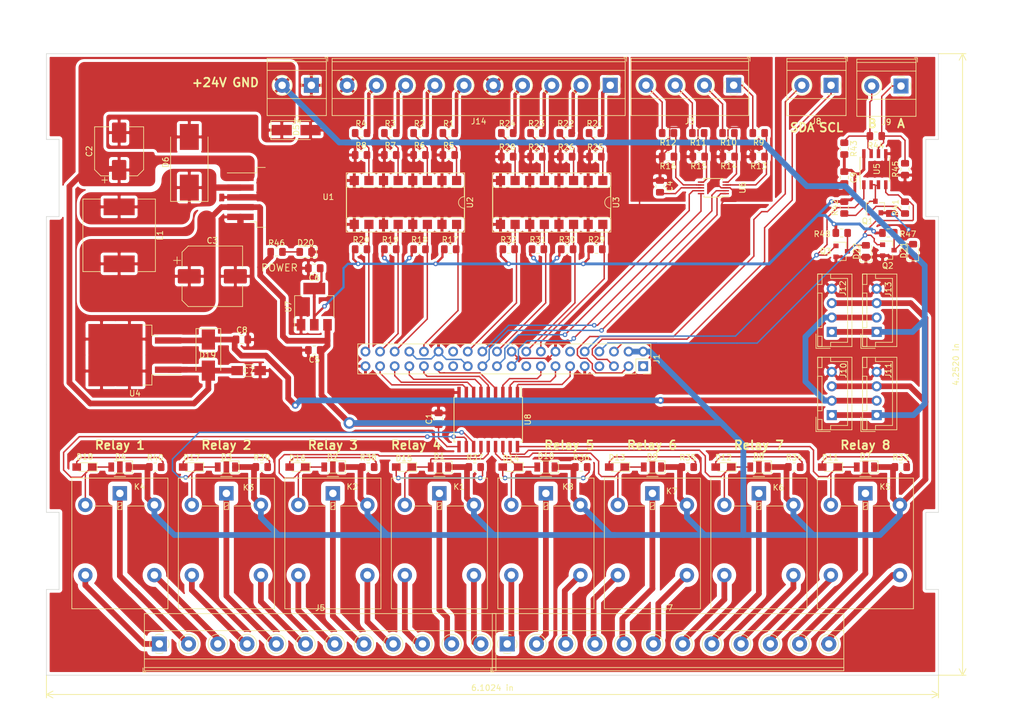
<source format=kicad_pcb>
(kicad_pcb (version 20171130) (host pcbnew 5.1.4-e60b266~84~ubuntu18.04.1)
  (layers (0 F.Cu signal) (31 B.Cu signal) (34 B.Paste user) (35 F.Paste user) (36 B.SilkS user) (37 F.SilkS user) (38 B.Mask user) (39 F.Mask user) (44 Edge.Cuts user))
  (net 0 "")
  (net 1 +5V)
  (net 2 "Net-(C4-Pad2)")
  (net 3 +3V3)
  (net 4 "Net-(D1-Pad2)")
  (net 5 "Net-(D6-Pad1)")
  (net 6 DO_2)
  (net 7 CS0)
  (net 8 DO_3)
  (net 9 "Net-(J3-Pad3)")
  (net 10 "Net-(J3-Pad2)")
  (net 11 "Net-(J3-Pad1)")
  (net 12 "Net-(J3-Pad4)")
  (net 13 "Net-(R1-Pad1)")
  (net 14 "Net-(R2-Pad1)")
  (net 15 "Net-(R3-Pad1)")
  (net 16 "Net-(R4-Pad1)")
  (net 17 "Net-(R13-Pad1)")
  (net 18 "Net-(R11-Pad1)")
  (net 19 "Net-(R12-Pad1)")
  (net 20 DI_1)
  (net 21 DI_0)
  (net 22 SCK)
  (net 23 DO_1)
  (net 24 MISO)
  (net 25 MOSI)
  (net 26 DO_0)
  (net 27 DI_3)
  (net 28 DI_2)
  (net 29 /2)
  (net 30 /1)
  (net 31 /3)
  (net 32 /4)
  (net 33 /5)
  (net 34 /6)
  (net 35 /7)
  (net 36 /8)
  (net 37 /9)
  (net 38 /10)
  (net 39 /11)
  (net 40 /12)
  (net 41 /DIGND)
  (net 42 /14)
  (net 43 /13)
  (net 44 /15)
  (net 45 /16)
  (net 46 /17)
  (net 47 /18)
  (net 48 /19)
  (net 49 /20)
  (net 50 /21)
  (net 51 /22)
  (net 52 /23)
  (net 53 /24)
  (net 54 DI_4)
  (net 55 DO_4)
  (net 56 DO_5)
  (net 57 DO_6)
  (net 58 DO_7)
  (net 59 DI_5)
  (net 60 DI_6)
  (net 61 DI_7)
  (net 62 "Net-(R22-Pad1)")
  (net 63 "Net-(R24-Pad1)")
  (net 64 "Net-(R23-Pad1)")
  (net 65 "Net-(R21-Pad1)")
  (net 66 "Net-(D10-Pad2)")
  (net 67 "Net-(R10-Pad1)")
  (net 68 +24V)
  (net 69 "Net-(D15-Pad2)")
  (net 70 "Net-(D13-Pad2)")
  (net 71 "Net-(D11-Pad2)")
  (net 72 "Net-(D12-Pad2)")
  (net 73 "Net-(D14-Pad2)")
  (net 74 "Net-(D16-Pad2)")
  (net 75 "Net-(D17-Pad2)")
  (net 76 "Net-(D18-Pad2)")
  (net 77 "Net-(D12-Pad1)")
  (net 78 "Net-(D13-Pad1)")
  (net 79 "Net-(D17-Pad1)")
  (net 80 "Net-(D11-Pad1)")
  (net 81 GND)
  (net 82 +12V)
  (net 83 "Net-(D16-Pad1)")
  (net 84 "Net-(D18-Pad1)")
  (net 85 SDA)
  (net 86 SCL)
  (net 87 /TXD)
  (net 88 /RXD)
  (net 89 "Net-(Q1-Pad1)")
  (net 90 "Net-(Q1-Pad3)")
  (net 91 /B)
  (net 92 /A)
  (net 93 "Net-(J1-Pad28)")
  (net 94 "Net-(J1-Pad27)")
  (net 95 "Net-(J1-Pad12)")
  (net 96 "Net-(J1-Pad7)")
  (net 97 "Net-(J14-Pad9)")
  (net 98 "Net-(J14-Pad8)")
  (net 99 "Net-(J14-Pad7)")
  (net 100 "Net-(J14-Pad6)")
  (net 101 "Net-(J14-Pad4)")
  (net 102 "Net-(J14-Pad3)")
  (net 103 "Net-(J14-Pad2)")
  (net 104 "Net-(J14-Pad1)")
  (net 105 "Net-(D20-Pad2)")
  (net 106 "Net-(D21-Pad2)")
  (net 107 "Net-(D22-Pad2)")
  (module Resistor_SMD:R_0805_2012Metric_Pad1.15x1.40mm_HandSolder (layer F.Cu) (at 171.4 78.7)
    (fp_text reference R48 (at -3.4 0.2) (layer F.SilkS))
    (fp_text value 510R)
    (pad 2 smd roundrect (at 1.025 0) (size 1.15 1.4) (layers F.Cu F.Paste F.Mask) (roundrect_rratio 0.217391) (net 107 "Net-(D22-Pad2)"))
    (pad 1 smd roundrect (at -1.025 0) (size 1.15 1.4) (layers F.Cu F.Paste F.Mask) (roundrect_rratio 0.217391) (net 3 +3V3))
  )
  (module Resistor_SMD:R_0805_2012Metric_Pad1.15x1.40mm_HandSolder (layer F.Cu) (at 179.5 78.7)
    (fp_text reference R47 (at 3.4 0.2) (layer F.SilkS))
    (fp_text value 510R)
    (pad 2 smd roundrect (at 1.025 0) (size 1.15 1.4) (layers F.Cu F.Paste F.Mask) (roundrect_rratio 0.217391) (net 106 "Net-(D21-Pad2)"))
    (pad 1 smd roundrect (at -1.025 0) (size 1.15 1.4) (layers F.Cu F.Paste F.Mask) (roundrect_rratio 0.217391) (net 3 +3V3))
  )
  (module Resistor_SMD:R_0805_2012Metric_Pad1.15x1.40mm_HandSolder (layer F.Cu) (at 73.2 82)
    (fp_text reference R46 (at 0 -1.55) (layer F.SilkS))
    (fp_text value 220R)
    (pad 2 smd roundrect (at 1.025 0) (size 1.15 1.4) (layers F.Cu F.Paste F.Mask) (roundrect_rratio 0.217391) (net 105 "Net-(D20-Pad2)"))
    (pad 1 smd roundrect (at -1.025 0) (size 1.15 1.4) (layers F.Cu F.Paste F.Mask) (roundrect_rratio 0.217391) (net 1 +5V))
  )
  (module Package_TO_SOT_SMD:SOT-23 (layer F.Cu) (at 171.4 81.9)
    (fp_text reference Q3 (at -2.8 0 180) (layer F.SilkS))
    (fp_text value 2N7002)
    (pad 3 smd rect (at 1 0) (size 0.9 0.8) (layers F.Cu F.Paste F.Mask) (net 107 "Net-(D22-Pad2)"))
    (pad 2 smd rect (at -1 0.95) (size 0.9 0.8) (layers F.Cu F.Paste F.Mask) (net 81 GND))
    (pad 1 smd rect (at -1 -0.95) (size 0.9 0.8) (layers F.Cu F.Paste F.Mask) (net 88 /RXD))
  )
  (module Package_TO_SOT_SMD:SOT-23 (layer F.Cu) (at 179.5 81.7)
    (fp_text reference Q2 (at -0.1 2.7) (layer F.SilkS))
    (fp_text value 2N7002)
    (pad 3 smd rect (at 1 0) (size 0.9 0.8) (layers F.Cu F.Paste F.Mask) (net 106 "Net-(D21-Pad2)"))
    (pad 2 smd rect (at -1 0.95) (size 0.9 0.8) (layers F.Cu F.Paste F.Mask) (net 81 GND))
    (pad 1 smd rect (at -1 -0.95) (size 0.9 0.8) (layers F.Cu F.Paste F.Mask) (net 87 /TXD))
  )
  (module LED_SMD:LED_0805_2012Metric_Pad1.15x1.40mm_HandSolder (layer F.Cu) (at 175.6 81.8775 90)
    (fp_text reference D22 (at 0 -1.65 90) (layer F.SilkS))
    (fp_text value LED)
    (pad 2 smd roundrect (at 1.025 0 90) (size 1.15 1.4) (layers F.Cu F.Paste F.Mask) (roundrect_rratio 0.217391) (net 107 "Net-(D22-Pad2)"))
    (pad 1 smd roundrect (at -1.025 0 90) (size 1.15 1.4) (layers F.Cu F.Paste F.Mask) (roundrect_rratio 0.217391) (net 81 GND))
  )
  (module LED_SMD:LED_0805_2012Metric_Pad1.15x1.40mm_HandSolder (layer F.Cu) (at 183.8 81.6775 90)
    (fp_text reference D21 (at 0 -1.65 90) (layer F.SilkS))
    (fp_text value LED)
    (pad 2 smd roundrect (at 1.025 0 90) (size 1.15 1.4) (layers F.Cu F.Paste F.Mask) (roundrect_rratio 0.217391) (net 106 "Net-(D21-Pad2)"))
    (pad 1 smd roundrect (at -1.025 0 90) (size 1.15 1.4) (layers F.Cu F.Paste F.Mask) (roundrect_rratio 0.217391) (net 81 GND))
  )
  (module LED_SMD:LED_0805_2012Metric_Pad1.15x1.40mm_HandSolder (layer F.Cu) (at 78.25 82 180)
    (fp_text reference D20 (at 0 1.6) (layer F.SilkS))
    (fp_text value LED)
    (pad 2 smd roundrect (at 1.025 0 180) (size 1.15 1.4) (layers F.Cu F.Paste F.Mask) (roundrect_rratio 0.217391) (net 105 "Net-(D20-Pad2)"))
    (pad 1 smd roundrect (at -1.025 0 180) (size 1.15 1.4) (layers F.Cu F.Paste F.Mask) (roundrect_rratio 0.217391) (net 81 GND))
  )
  (module Capacitor_SMD:C_0805_2012Metric_Pad1.15x1.40mm_HandSolder (layer F.Cu) (at 171.85 69.075 270)
    (fp_text reference C9 (at 0 -1.65 90) (layer F.SilkS))
    (fp_text value 1uf)
    (pad 2 smd roundrect (at 1.025 0 270) (size 1.15 1.4) (layers F.Cu F.Paste F.Mask) (roundrect_rratio 0.217391) (net 81 GND))
    (pad 1 smd roundrect (at -1.025 0 270) (size 1.15 1.4) (layers F.Cu F.Paste F.Mask) (roundrect_rratio 0.217391) (net 3 +3V3))
  )
  (module Capacitor_SMD:C_0805_2012Metric_Pad1.15x1.40mm_HandSolder (layer F.Cu) (at 67.175 97.226)
    (fp_text reference C8 (at 0 -1.65) (layer F.SilkS))
    (fp_text value .1uf)
    (pad 2 smd roundrect (at 1.025 0) (size 1.15 1.4) (layers F.Cu F.Paste F.Mask) (roundrect_rratio 0.217391) (net 81 GND))
    (pad 1 smd roundrect (at -1.025 0) (size 1.15 1.4) (layers F.Cu F.Paste F.Mask) (roundrect_rratio 0.217391) (net 82 +12V))
  )
  (module Capacitor_SMD:C_0805_2012Metric_Pad1.15x1.40mm_HandSolder (layer F.Cu) (at 79.756 84.836 180)
    (fp_text reference C6 (at 0 -1.65) (layer F.SilkS))
    (fp_text value 22uf)
    (pad 2 smd roundrect (at 1.025 0 180) (size 1.15 1.4) (layers F.Cu F.Paste F.Mask) (roundrect_rratio 0.217391) (net 81 GND))
    (pad 1 smd roundrect (at -1.025 0 180) (size 1.15 1.4) (layers F.Cu F.Paste F.Mask) (roundrect_rratio 0.217391) (net 3 +3V3))
  )
  (module Capacitor_SMD:C_0805_2012Metric_Pad1.15x1.40mm_HandSolder (layer F.Cu) (at 79.756 99.06 180)
    (fp_text reference C5 (at 0 -1.65) (layer F.SilkS))
    (fp_text value 22uf)
    (pad 2 smd roundrect (at 1.025 0 180) (size 1.15 1.4) (layers F.Cu F.Paste F.Mask) (roundrect_rratio 0.217391) (net 81 GND))
    (pad 1 smd roundrect (at -1.025 0 180) (size 1.15 1.4) (layers F.Cu F.Paste F.Mask) (roundrect_rratio 0.217391) (net 1 +5V))
  )
  (module Capacitor_SMD:C_0805_2012Metric_Pad1.15x1.40mm_HandSolder (layer F.Cu) (at 139.827 70.612 270)
    (fp_text reference C4 (at 0 -1.65 90) (layer F.SilkS))
    (fp_text value 100n)
    (pad 2 smd roundrect (at 1.025 0 270) (size 1.15 1.4) (layers F.Cu F.Paste F.Mask) (roundrect_rratio 0.217391) (net 2 "Net-(C4-Pad2)"))
    (pad 1 smd roundrect (at -1.025 0 270) (size 1.15 1.4) (layers F.Cu F.Paste F.Mask) (roundrect_rratio 0.217391) (net 81 GND))
  )
  (module Capacitor_SMD:CP_Elec_10x10 (layer F.Cu) (at 62.039 86.233)
    (fp_text reference C3 (at 0 -6.2) (layer F.SilkS))
    (fp_text value 1000uf)
    (pad 2 smd roundrect (at 4 0) (size 4 2.5) (layers F.Cu F.Paste F.Mask) (roundrect_rratio 0.1) (net 81 GND))
    (pad 1 smd roundrect (at -4 0) (size 4 2.5) (layers F.Cu F.Paste F.Mask) (roundrect_rratio 0.1) (net 1 +5V))
  )
  (module Capacitor_SMD:CP_Elec_8x10 (layer F.Cu) (at 45.847 64.516 90)
    (fp_text reference C2 (at 0 -5.2 90) (layer F.SilkS))
    (fp_text value 150uf)
    (pad 2 smd roundrect (at 3.25 0 90) (size 3.5 2.5) (layers F.Cu F.Paste F.Mask) (roundrect_rratio 0.1) (net 81 GND))
    (pad 1 smd roundrect (at -3.25 0 90) (size 3.5 2.5) (layers F.Cu F.Paste F.Mask) (roundrect_rratio 0.1) (net 68 +24V))
  )
  (module Capacitor_SMD:C_0805_2012Metric_Pad1.15x1.40mm_HandSolder (layer F.Cu) (at 101.346 110.998 90)
    (fp_text reference C1 (at 0 -1.65 90) (layer F.SilkS))
    (fp_text value 100nf)
    (pad 2 smd roundrect (at 1.025 0 90) (size 1.15 1.4) (layers F.Cu F.Paste F.Mask) (roundrect_rratio 0.217391) (net 81 GND))
    (pad 1 smd roundrect (at -1.025 0 90) (size 1.15 1.4) (layers F.Cu F.Paste F.Mask) (roundrect_rratio 0.217391) (net 1 +5V))
  )
  (module Resistor_SMD:R_0805_2012Metric_Pad1.15x1.40mm_HandSolder (layer F.Cu) (at 182.4 67.625 90)
    (fp_text reference R45 (at 0 -1.65 90) (layer F.SilkS))
    (fp_text value 10k)
    (pad 2 smd roundrect (at 1.025 0 90) (size 1.15 1.4) (layers F.Cu F.Paste F.Mask) (roundrect_rratio 0.217391) (net 92 /A))
    (pad 1 smd roundrect (at -1.025 0 90) (size 1.15 1.4) (layers F.Cu F.Paste F.Mask) (roundrect_rratio 0.217391) (net 81 GND))
  )
  (module Resistor_SMD:R_0805_2012Metric_Pad1.15x1.40mm_HandSolder (layer F.Cu) (at 177.325 61.875 180)
    (fp_text reference R44 (at 0 -1.65) (layer F.SilkS))
    (fp_text value 120R)
    (pad 2 smd roundrect (at 1.025 0 180) (size 1.15 1.4) (layers F.Cu F.Paste F.Mask) (roundrect_rratio 0.217391) (net 91 /B))
    (pad 1 smd roundrect (at -1.025 0 180) (size 1.15 1.4) (layers F.Cu F.Paste F.Mask) (roundrect_rratio 0.217391) (net 92 /A))
  )
  (module Resistor_SMD:R_0805_2012Metric_Pad1.15x1.40mm_HandSolder (layer F.Cu) (at 171.85 64.05 270)
    (fp_text reference R43 (at 0 -1.65 90) (layer F.SilkS))
    (fp_text value 10k)
    (pad 2 smd roundrect (at 1.025 0 270) (size 1.15 1.4) (layers F.Cu F.Paste F.Mask) (roundrect_rratio 0.217391) (net 3 +3V3))
    (pad 1 smd roundrect (at -1.025 0 270) (size 1.15 1.4) (layers F.Cu F.Paste F.Mask) (roundrect_rratio 0.217391) (net 91 /B))
  )
  (module Resistor_SMD:R_0805_2012Metric_Pad1.15x1.40mm_HandSolder (layer F.Cu) (at 171.85 74.3 90)
    (fp_text reference R42 (at 0 -1.65 90) (layer F.SilkS))
    (fp_text value 10k)
    (pad 2 smd roundrect (at 1.025 0 90) (size 1.15 1.4) (layers F.Cu F.Paste F.Mask) (roundrect_rratio 0.217391) (net 3 +3V3))
    (pad 1 smd roundrect (at -1.025 0 90) (size 1.15 1.4) (layers F.Cu F.Paste F.Mask) (roundrect_rratio 0.217391) (net 90 "Net-(Q1-Pad3)"))
  )
  (module Resistor_SMD:R_0805_2012Metric_Pad1.15x1.40mm_HandSolder (layer F.Cu) (at 182.4 74.3 90)
    (fp_text reference R41 (at 0 -1.65 90) (layer F.SilkS))
    (fp_text value 10k)
    (pad 2 smd roundrect (at 1.025 0 90) (size 1.15 1.4) (layers F.Cu F.Paste F.Mask) (roundrect_rratio 0.217391) (net 87 /TXD))
    (pad 1 smd roundrect (at -1.025 0 90) (size 1.15 1.4) (layers F.Cu F.Paste F.Mask) (roundrect_rratio 0.217391) (net 89 "Net-(Q1-Pad1)"))
  )
  (module Resistor_SMD:R_0805_2012Metric_Pad1.15x1.40mm_HandSolder (layer F.Cu) (at 52.124 119.38)
    (fp_text reference R40 (at 0 -1.65) (layer F.SilkS))
    (fp_text value 220R)
    (pad 2 smd roundrect (at 1.025 0) (size 1.15 1.4) (layers F.Cu F.Paste F.Mask) (roundrect_rratio 0.217391) (net 76 "Net-(D18-Pad2)"))
    (pad 1 smd roundrect (at -1.025 0) (size 1.15 1.4) (layers F.Cu F.Paste F.Mask) (roundrect_rratio 0.217391) (net 1 +5V))
  )
  (module Resistor_SMD:R_0805_2012Metric_Pad1.15x1.40mm_HandSolder (layer F.Cu) (at 70.629714 119.38)
    (fp_text reference R39 (at 0 -1.65) (layer F.SilkS))
    (fp_text value 220R)
    (pad 2 smd roundrect (at 1.025 0) (size 1.15 1.4) (layers F.Cu F.Paste F.Mask) (roundrect_rratio 0.217391) (net 75 "Net-(D17-Pad2)"))
    (pad 1 smd roundrect (at -1.025 0) (size 1.15 1.4) (layers F.Cu F.Paste F.Mask) (roundrect_rratio 0.217391) (net 1 +5V))
  )
  (module Resistor_SMD:R_0805_2012Metric_Pad1.15x1.40mm_HandSolder (layer F.Cu) (at 89.135428 119.38)
    (fp_text reference R38 (at 0 -1.65) (layer F.SilkS))
    (fp_text value 220R)
    (pad 2 smd roundrect (at 1.025 0) (size 1.15 1.4) (layers F.Cu F.Paste F.Mask) (roundrect_rratio 0.217391) (net 74 "Net-(D16-Pad2)"))
    (pad 1 smd roundrect (at -1.025 0) (size 1.15 1.4) (layers F.Cu F.Paste F.Mask) (roundrect_rratio 0.217391) (net 1 +5V))
  )
  (module Resistor_SMD:R_0805_2012Metric_Pad1.15x1.40mm_HandSolder (layer F.Cu) (at 107.641142 119.38)
    (fp_text reference R37 (at 0 -1.65) (layer F.SilkS))
    (fp_text value 220R)
    (pad 2 smd roundrect (at 1.025 0) (size 1.15 1.4) (layers F.Cu F.Paste F.Mask) (roundrect_rratio 0.217391) (net 69 "Net-(D15-Pad2)"))
    (pad 1 smd roundrect (at -1.025 0) (size 1.15 1.4) (layers F.Cu F.Paste F.Mask) (roundrect_rratio 0.217391) (net 1 +5V))
  )
  (module Resistor_SMD:R_0805_2012Metric_Pad1.15x1.40mm_HandSolder (layer F.Cu) (at 126.146856 119.38)
    (fp_text reference R36 (at 0 -1.65) (layer F.SilkS))
    (fp_text value 220R)
    (pad 2 smd roundrect (at 1.025 0) (size 1.15 1.4) (layers F.Cu F.Paste F.Mask) (roundrect_rratio 0.217391) (net 73 "Net-(D14-Pad2)"))
    (pad 1 smd roundrect (at -1.025 0) (size 1.15 1.4) (layers F.Cu F.Paste F.Mask) (roundrect_rratio 0.217391) (net 1 +5V))
  )
  (module Resistor_SMD:R_0805_2012Metric_Pad1.15x1.40mm_HandSolder (layer F.Cu) (at 144.65257 119.38)
    (fp_text reference R35 (at 0 -1.65) (layer F.SilkS))
    (fp_text value 220R)
    (pad 2 smd roundrect (at 1.025 0) (size 1.15 1.4) (layers F.Cu F.Paste F.Mask) (roundrect_rratio 0.217391) (net 70 "Net-(D13-Pad2)"))
    (pad 1 smd roundrect (at -1.025 0) (size 1.15 1.4) (layers F.Cu F.Paste F.Mask) (roundrect_rratio 0.217391) (net 1 +5V))
  )
  (module Resistor_SMD:R_0805_2012Metric_Pad1.15x1.40mm_HandSolder (layer F.Cu) (at 163.158284 119.38)
    (fp_text reference R34 (at 0 -1.65) (layer F.SilkS))
    (fp_text value 220R)
    (pad 2 smd roundrect (at 1.025 0) (size 1.15 1.4) (layers F.Cu F.Paste F.Mask) (roundrect_rratio 0.217391) (net 72 "Net-(D12-Pad2)"))
    (pad 1 smd roundrect (at -1.025 0) (size 1.15 1.4) (layers F.Cu F.Paste F.Mask) (roundrect_rratio 0.217391) (net 1 +5V))
  )
  (module Resistor_SMD:R_0805_2012Metric_Pad1.15x1.40mm_HandSolder (layer F.Cu) (at 181.664 119.38)
    (fp_text reference R33 (at 0 -1.65) (layer F.SilkS))
    (fp_text value 220R)
    (pad 2 smd roundrect (at 1.025 0) (size 1.15 1.4) (layers F.Cu F.Paste F.Mask) (roundrect_rratio 0.217391) (net 71 "Net-(D11-Pad2)"))
    (pad 1 smd roundrect (at -1.025 0) (size 1.15 1.4) (layers F.Cu F.Paste F.Mask) (roundrect_rratio 0.217391) (net 1 +5V))
  )
  (module Resistor_SMD:R_0805_2012Metric_Pad1.15x1.40mm_HandSolder (layer F.Cu) (at 113.538 81.534)
    (fp_text reference R32 (at 0 -1.65) (layer F.SilkS))
    (fp_text value 10k)
    (pad 2 smd roundrect (at 1.025 0) (size 1.15 1.4) (layers F.Cu F.Paste F.Mask) (roundrect_rratio 0.217391) (net 54 DI_4))
    (pad 1 smd roundrect (at -1.025 0) (size 1.15 1.4) (layers F.Cu F.Paste F.Mask) (roundrect_rratio 0.217391) (net 3 +3V3))
  )
  (module Resistor_SMD:R_0805_2012Metric_Pad1.15x1.40mm_HandSolder (layer F.Cu) (at 118.618 81.534)
    (fp_text reference R31 (at 0 -1.65) (layer F.SilkS))
    (fp_text value 10k)
    (pad 2 smd roundrect (at 1.025 0) (size 1.15 1.4) (layers F.Cu F.Paste F.Mask) (roundrect_rratio 0.217391) (net 59 DI_5))
    (pad 1 smd roundrect (at -1.025 0) (size 1.15 1.4) (layers F.Cu F.Paste F.Mask) (roundrect_rratio 0.217391) (net 3 +3V3))
  )
  (module Resistor_SMD:R_0805_2012Metric_Pad1.15x1.40mm_HandSolder (layer F.Cu) (at 123.698 81.534)
    (fp_text reference R30 (at 0 -1.65) (layer F.SilkS))
    (fp_text value 10k)
    (pad 2 smd roundrect (at 1.025 0) (size 1.15 1.4) (layers F.Cu F.Paste F.Mask) (roundrect_rratio 0.217391) (net 60 DI_6))
    (pad 1 smd roundrect (at -1.025 0) (size 1.15 1.4) (layers F.Cu F.Paste F.Mask) (roundrect_rratio 0.217391) (net 3 +3V3))
  )
  (module Resistor_SMD:R_0805_2012Metric_Pad1.15x1.40mm_HandSolder (layer F.Cu) (at 128.778 81.534)
    (fp_text reference R29 (at 0 -1.65) (layer F.SilkS))
    (fp_text value 10k)
    (pad 2 smd roundrect (at 1.025 0) (size 1.15 1.4) (layers F.Cu F.Paste F.Mask) (roundrect_rratio 0.217391) (net 61 DI_7))
    (pad 1 smd roundrect (at -1.025 0) (size 1.15 1.4) (layers F.Cu F.Paste F.Mask) (roundrect_rratio 0.217391) (net 3 +3V3))
  )
  (module Resistor_SMD:R_0805_2012Metric_Pad1.15x1.40mm_HandSolder (layer F.Cu) (at 113.284 65.449185)
    (fp_text reference R28 (at 0 -1.65) (layer F.SilkS))
    (fp_text value 10k)
    (pad 2 smd roundrect (at 1.025 0) (size 1.15 1.4) (layers F.Cu F.Paste F.Mask) (roundrect_rratio 0.217391) (net 63 "Net-(R24-Pad1)"))
    (pad 1 smd roundrect (at -1.025 0) (size 1.15 1.4) (layers F.Cu F.Paste F.Mask) (roundrect_rratio 0.217391) (net 41 /DIGND))
  )
  (module Resistor_SMD:R_0805_2012Metric_Pad1.15x1.40mm_HandSolder (layer F.Cu) (at 118.364 65.449185)
    (fp_text reference R27 (at 0 -1.65) (layer F.SilkS))
    (fp_text value 10k)
    (pad 2 smd roundrect (at 1.025 0) (size 1.15 1.4) (layers F.Cu F.Paste F.Mask) (roundrect_rratio 0.217391) (net 64 "Net-(R23-Pad1)"))
    (pad 1 smd roundrect (at -1.025 0) (size 1.15 1.4) (layers F.Cu F.Paste F.Mask) (roundrect_rratio 0.217391) (net 41 /DIGND))
  )
  (module Resistor_SMD:R_0805_2012Metric_Pad1.15x1.40mm_HandSolder (layer F.Cu) (at 123.524 65.449185)
    (fp_text reference R26 (at 0 -1.65) (layer F.SilkS))
    (fp_text value 10k)
    (pad 2 smd roundrect (at 1.025 0) (size 1.15 1.4) (layers F.Cu F.Paste F.Mask) (roundrect_rratio 0.217391) (net 62 "Net-(R22-Pad1)"))
    (pad 1 smd roundrect (at -1.025 0) (size 1.15 1.4) (layers F.Cu F.Paste F.Mask) (roundrect_rratio 0.217391) (net 41 /DIGND))
  )
  (module Resistor_SMD:R_0805_2012Metric_Pad1.15x1.40mm_HandSolder (layer F.Cu) (at 128.604 65.449185)
    (fp_text reference R25 (at 0 -1.65) (layer F.SilkS))
    (fp_text value 10k)
    (pad 2 smd roundrect (at 1.025 0) (size 1.15 1.4) (layers F.Cu F.Paste F.Mask) (roundrect_rratio 0.217391) (net 65 "Net-(R21-Pad1)"))
    (pad 1 smd roundrect (at -1.025 0) (size 1.15 1.4) (layers F.Cu F.Paste F.Mask) (roundrect_rratio 0.217391) (net 41 /DIGND))
  )
  (module Resistor_SMD:R_0805_2012Metric_Pad1.15x1.40mm_HandSolder (layer F.Cu) (at 113.284 61.34737)
    (fp_text reference R24 (at 0 -1.65) (layer F.SilkS))
    (fp_text value 10k)
    (pad 2 smd roundrect (at 1.025 0) (size 1.15 1.4) (layers F.Cu F.Paste F.Mask) (roundrect_rratio 0.217391) (net 101 "Net-(J14-Pad4)"))
    (pad 1 smd roundrect (at -1.025 0) (size 1.15 1.4) (layers F.Cu F.Paste F.Mask) (roundrect_rratio 0.217391) (net 63 "Net-(R24-Pad1)"))
  )
  (module Resistor_SMD:R_0805_2012Metric_Pad1.15x1.40mm_HandSolder (layer F.Cu) (at 118.364 61.34737)
    (fp_text reference R23 (at 0 -1.65) (layer F.SilkS))
    (fp_text value 10k)
    (pad 2 smd roundrect (at 1.025 0) (size 1.15 1.4) (layers F.Cu F.Paste F.Mask) (roundrect_rratio 0.217391) (net 102 "Net-(J14-Pad3)"))
    (pad 1 smd roundrect (at -1.025 0) (size 1.15 1.4) (layers F.Cu F.Paste F.Mask) (roundrect_rratio 0.217391) (net 64 "Net-(R23-Pad1)"))
  )
  (module Resistor_SMD:R_0805_2012Metric_Pad1.15x1.40mm_HandSolder (layer F.Cu) (at 123.444 61.34737)
    (fp_text reference R22 (at 0 -1.65) (layer F.SilkS))
    (fp_text value 10k)
    (pad 2 smd roundrect (at 1.025 0) (size 1.15 1.4) (layers F.Cu F.Paste F.Mask) (roundrect_rratio 0.217391) (net 103 "Net-(J14-Pad2)"))
    (pad 1 smd roundrect (at -1.025 0) (size 1.15 1.4) (layers F.Cu F.Paste F.Mask) (roundrect_rratio 0.217391) (net 62 "Net-(R22-Pad1)"))
  )
  (module Resistor_SMD:R_0805_2012Metric_Pad1.15x1.40mm_HandSolder (layer F.Cu) (at 128.524 61.34737)
    (fp_text reference R21 (at 0 -1.65) (layer F.SilkS))
    (fp_text value 10k)
    (pad 2 smd roundrect (at 1.025 0) (size 1.15 1.4) (layers F.Cu F.Paste F.Mask) (roundrect_rratio 0.217391) (net 104 "Net-(J14-Pad1)"))
    (pad 1 smd roundrect (at -1.025 0) (size 1.15 1.4) (layers F.Cu F.Paste F.Mask) (roundrect_rratio 0.217391) (net 65 "Net-(R21-Pad1)"))
  )
  (module Resistor_SMD:R_0805_2012Metric_Pad1.15x1.40mm_HandSolder (layer F.Cu) (at 87.884 81.534)
    (fp_text reference R20 (at 0 -1.65) (layer F.SilkS))
    (fp_text value 10k)
    (pad 2 smd roundrect (at 1.025 0) (size 1.15 1.4) (layers F.Cu F.Paste F.Mask) (roundrect_rratio 0.217391) (net 21 DI_0))
    (pad 1 smd roundrect (at -1.025 0) (size 1.15 1.4) (layers F.Cu F.Paste F.Mask) (roundrect_rratio 0.217391) (net 3 +3V3))
  )
  (module Resistor_SMD:R_0805_2012Metric_Pad1.15x1.40mm_HandSolder (layer F.Cu) (at 92.964 81.534)
    (fp_text reference R19 (at 0 -1.65) (layer F.SilkS))
    (fp_text value 10k)
    (pad 2 smd roundrect (at 1.025 0) (size 1.15 1.4) (layers F.Cu F.Paste F.Mask) (roundrect_rratio 0.217391) (net 20 DI_1))
    (pad 1 smd roundrect (at -1.025 0) (size 1.15 1.4) (layers F.Cu F.Paste F.Mask) (roundrect_rratio 0.217391) (net 3 +3V3))
  )
  (module Resistor_SMD:R_0805_2012Metric_Pad1.15x1.40mm_HandSolder (layer F.Cu) (at 98.044 81.534)
    (fp_text reference R18 (at 0 -1.65) (layer F.SilkS))
    (fp_text value 10k)
    (pad 2 smd roundrect (at 1.025 0) (size 1.15 1.4) (layers F.Cu F.Paste F.Mask) (roundrect_rratio 0.217391) (net 28 DI_2))
    (pad 1 smd roundrect (at -1.025 0) (size 1.15 1.4) (layers F.Cu F.Paste F.Mask) (roundrect_rratio 0.217391) (net 3 +3V3))
  )
  (module Resistor_SMD:R_0805_2012Metric_Pad1.15x1.40mm_HandSolder (layer F.Cu) (at 103.378 81.534)
    (fp_text reference R17 (at 0 -1.65) (layer F.SilkS))
    (fp_text value 10k)
    (pad 2 smd roundrect (at 1.025 0) (size 1.15 1.4) (layers F.Cu F.Paste F.Mask) (roundrect_rratio 0.217391) (net 27 DI_3))
    (pad 1 smd roundrect (at -1.025 0) (size 1.15 1.4) (layers F.Cu F.Paste F.Mask) (roundrect_rratio 0.217391) (net 3 +3V3))
  )
  (module Resistor_SMD:R_0805_2012Metric_Pad1.15x1.40mm_HandSolder (layer F.Cu) (at 141.224 65.449185 180)
    (fp_text reference R16 (at 0 -1.65) (layer F.SilkS))
    (fp_text value 5k)
    (pad 2 smd roundrect (at 1.025 0 180) (size 1.15 1.4) (layers F.Cu F.Paste F.Mask) (roundrect_rratio 0.217391) (net 81 GND))
    (pad 1 smd roundrect (at -1.025 0 180) (size 1.15 1.4) (layers F.Cu F.Paste F.Mask) (roundrect_rratio 0.217391) (net 19 "Net-(R12-Pad1)"))
  )
  (module Resistor_SMD:R_0805_2012Metric_Pad1.15x1.40mm_HandSolder (layer F.Cu) (at 146.558 65.449185 180)
    (fp_text reference R15 (at 0 -1.65) (layer F.SilkS))
    (fp_text value 5k)
    (pad 2 smd roundrect (at 1.025 0 180) (size 1.15 1.4) (layers F.Cu F.Paste F.Mask) (roundrect_rratio 0.217391) (net 81 GND))
    (pad 1 smd roundrect (at -1.025 0 180) (size 1.15 1.4) (layers F.Cu F.Paste F.Mask) (roundrect_rratio 0.217391) (net 18 "Net-(R11-Pad1)"))
  )
  (module Resistor_SMD:R_0805_2012Metric_Pad1.15x1.40mm_HandSolder (layer F.Cu) (at 151.765 65.449185 180)
    (fp_text reference R14 (at 0 -1.65) (layer F.SilkS))
    (fp_text value 5k)
    (pad 2 smd roundrect (at 1.025 0 180) (size 1.15 1.4) (layers F.Cu F.Paste F.Mask) (roundrect_rratio 0.217391) (net 81 GND))
    (pad 1 smd roundrect (at -1.025 0 180) (size 1.15 1.4) (layers F.Cu F.Paste F.Mask) (roundrect_rratio 0.217391) (net 67 "Net-(R10-Pad1)"))
  )
  (module Resistor_SMD:R_0805_2012Metric_Pad1.15x1.40mm_HandSolder (layer F.Cu) (at 156.972 65.449185 180)
    (fp_text reference R13 (at 0 -1.65) (layer F.SilkS))
    (fp_text value 5k)
    (pad 2 smd roundrect (at 1.025 0 180) (size 1.15 1.4) (layers F.Cu F.Paste F.Mask) (roundrect_rratio 0.217391) (net 81 GND))
    (pad 1 smd roundrect (at -1.025 0 180) (size 1.15 1.4) (layers F.Cu F.Paste F.Mask) (roundrect_rratio 0.217391) (net 17 "Net-(R13-Pad1)"))
  )
  (module Resistor_SMD:R_0805_2012Metric_Pad1.15x1.40mm_HandSolder (layer F.Cu) (at 141.224 61.34737 180)
    (fp_text reference R12 (at 0 -1.65) (layer F.SilkS))
    (fp_text value 10k)
    (pad 2 smd roundrect (at 1.025 0 180) (size 1.15 1.4) (layers F.Cu F.Paste F.Mask) (roundrect_rratio 0.217391) (net 12 "Net-(J3-Pad4)"))
    (pad 1 smd roundrect (at -1.025 0 180) (size 1.15 1.4) (layers F.Cu F.Paste F.Mask) (roundrect_rratio 0.217391) (net 19 "Net-(R12-Pad1)"))
  )
  (module Resistor_SMD:R_0805_2012Metric_Pad1.15x1.40mm_HandSolder (layer F.Cu) (at 146.473333 61.34737 180)
    (fp_text reference R11 (at 0 -1.65) (layer F.SilkS))
    (fp_text value 10k)
    (pad 2 smd roundrect (at 1.025 0 180) (size 1.15 1.4) (layers F.Cu F.Paste F.Mask) (roundrect_rratio 0.217391) (net 9 "Net-(J3-Pad3)"))
    (pad 1 smd roundrect (at -1.025 0 180) (size 1.15 1.4) (layers F.Cu F.Paste F.Mask) (roundrect_rratio 0.217391) (net 18 "Net-(R11-Pad1)"))
  )
  (module Resistor_SMD:R_0805_2012Metric_Pad1.15x1.40mm_HandSolder (layer F.Cu) (at 151.722666 61.34737 180)
    (fp_text reference R10 (at 0 -1.65) (layer F.SilkS))
    (fp_text value 10k)
    (pad 2 smd roundrect (at 1.025 0 180) (size 1.15 1.4) (layers F.Cu F.Paste F.Mask) (roundrect_rratio 0.217391) (net 10 "Net-(J3-Pad2)"))
    (pad 1 smd roundrect (at -1.025 0 180) (size 1.15 1.4) (layers F.Cu F.Paste F.Mask) (roundrect_rratio 0.217391) (net 67 "Net-(R10-Pad1)"))
  )
  (module Resistor_SMD:R_0805_2012Metric_Pad1.15x1.40mm_HandSolder (layer F.Cu) (at 156.972 61.34737 180)
    (fp_text reference R9 (at 0 -1.65) (layer F.SilkS))
    (fp_text value 10k)
    (pad 2 smd roundrect (at 1.025 0 180) (size 1.15 1.4) (layers F.Cu F.Paste F.Mask) (roundrect_rratio 0.217391) (net 11 "Net-(J3-Pad1)"))
    (pad 1 smd roundrect (at -1.025 0 180) (size 1.15 1.4) (layers F.Cu F.Paste F.Mask) (roundrect_rratio 0.217391) (net 17 "Net-(R13-Pad1)"))
  )
  (module Resistor_SMD:R_0805_2012Metric_Pad1.15x1.40mm_HandSolder (layer F.Cu) (at 87.884 65.159184)
    (fp_text reference R8 (at 0 -1.65) (layer F.SilkS))
    (fp_text value 10k)
    (pad 2 smd roundrect (at 1.025 0) (size 1.15 1.4) (layers F.Cu F.Paste F.Mask) (roundrect_rratio 0.217391) (net 16 "Net-(R4-Pad1)"))
    (pad 1 smd roundrect (at -1.025 0) (size 1.15 1.4) (layers F.Cu F.Paste F.Mask) (roundrect_rratio 0.217391) (net 41 /DIGND))
  )
  (module Resistor_SMD:R_0805_2012Metric_Pad1.15x1.40mm_HandSolder (layer F.Cu) (at 92.964 65.159184)
    (fp_text reference R7 (at 0 -1.65) (layer F.SilkS))
    (fp_text value 10k)
    (pad 2 smd roundrect (at 1.025 0) (size 1.15 1.4) (layers F.Cu F.Paste F.Mask) (roundrect_rratio 0.217391) (net 15 "Net-(R3-Pad1)"))
    (pad 1 smd roundrect (at -1.025 0) (size 1.15 1.4) (layers F.Cu F.Paste F.Mask) (roundrect_rratio 0.217391) (net 41 /DIGND))
  )
  (module Resistor_SMD:R_0805_2012Metric_Pad1.15x1.40mm_HandSolder (layer F.Cu) (at 98.044 65.159184)
    (fp_text reference R6 (at 0 -1.65) (layer F.SilkS))
    (fp_text value 10k)
    (pad 2 smd roundrect (at 1.025 0) (size 1.15 1.4) (layers F.Cu F.Paste F.Mask) (roundrect_rratio 0.217391) (net 14 "Net-(R2-Pad1)"))
    (pad 1 smd roundrect (at -1.025 0) (size 1.15 1.4) (layers F.Cu F.Paste F.Mask) (roundrect_rratio 0.217391) (net 41 /DIGND))
  )
  (module Resistor_SMD:R_0805_2012Metric_Pad1.15x1.40mm_HandSolder (layer F.Cu) (at 103.124 65.159184)
    (fp_text reference R5 (at 0 -1.65) (layer F.SilkS))
    (fp_text value 10k)
    (pad 2 smd roundrect (at 1.025 0) (size 1.15 1.4) (layers F.Cu F.Paste F.Mask) (roundrect_rratio 0.217391) (net 13 "Net-(R1-Pad1)"))
    (pad 1 smd roundrect (at -1.025 0) (size 1.15 1.4) (layers F.Cu F.Paste F.Mask) (roundrect_rratio 0.217391) (net 41 /DIGND))
  )
  (module Resistor_SMD:R_0805_2012Metric_Pad1.15x1.40mm_HandSolder (layer F.Cu) (at 87.884 61.34737)
    (fp_text reference R4 (at 0 -1.65) (layer F.SilkS))
    (fp_text value 10k)
    (pad 2 smd roundrect (at 1.025 0) (size 1.15 1.4) (layers F.Cu F.Paste F.Mask) (roundrect_rratio 0.217391) (net 97 "Net-(J14-Pad9)"))
    (pad 1 smd roundrect (at -1.025 0) (size 1.15 1.4) (layers F.Cu F.Paste F.Mask) (roundrect_rratio 0.217391) (net 16 "Net-(R4-Pad1)"))
  )
  (module Resistor_SMD:R_0805_2012Metric_Pad1.15x1.40mm_HandSolder (layer F.Cu) (at 92.964 61.34737)
    (fp_text reference R3 (at 0 -1.65) (layer F.SilkS))
    (fp_text value 10k)
    (pad 2 smd roundrect (at 1.025 0) (size 1.15 1.4) (layers F.Cu F.Paste F.Mask) (roundrect_rratio 0.217391) (net 98 "Net-(J14-Pad8)"))
    (pad 1 smd roundrect (at -1.025 0) (size 1.15 1.4) (layers F.Cu F.Paste F.Mask) (roundrect_rratio 0.217391) (net 15 "Net-(R3-Pad1)"))
  )
  (module Resistor_SMD:R_0805_2012Metric_Pad1.15x1.40mm_HandSolder (layer F.Cu) (at 98.044 61.34737)
    (fp_text reference R2 (at 0 -1.65) (layer F.SilkS))
    (fp_text value 10k)
    (pad 2 smd roundrect (at 1.025 0) (size 1.15 1.4) (layers F.Cu F.Paste F.Mask) (roundrect_rratio 0.217391) (net 99 "Net-(J14-Pad7)"))
    (pad 1 smd roundrect (at -1.025 0) (size 1.15 1.4) (layers F.Cu F.Paste F.Mask) (roundrect_rratio 0.217391) (net 14 "Net-(R2-Pad1)"))
  )
  (module Resistor_SMD:R_0805_2012Metric_Pad1.15x1.40mm_HandSolder (layer F.Cu) (at 103.124 61.34737)
    (fp_text reference R1 (at 0 -1.65) (layer F.SilkS))
    (fp_text value 10k)
    (pad 2 smd roundrect (at 1.025 0) (size 1.15 1.4) (layers F.Cu F.Paste F.Mask) (roundrect_rratio 0.217391) (net 100 "Net-(J14-Pad6)"))
    (pad 1 smd roundrect (at -1.025 0) (size 1.15 1.4) (layers F.Cu F.Paste F.Mask) (roundrect_rratio 0.217391) (net 13 "Net-(R1-Pad1)"))
  )
  (module Diodes_SMD:D_SMB_Handsoldering (layer F.Cu) (at 61.35 99.926 270)
    (fp_text reference D19 (at 0 0.127) (layer F.SilkS))
    (fp_text value S1BB)
    (pad 2 smd rect (at 2.7 0 270) (size 3.5 2.3) (layers F.Cu F.Paste F.Mask) (net 68 +24V))
    (pad 1 smd rect (at -2.7 0 270) (size 3.5 2.3) (layers F.Cu F.Paste F.Mask) (net 82 +12V))
  )
  (module Housings_SOIC:SOIC-8_3.9x4.9mm_Pitch1.27mm (layer F.Cu) (at 177.15 67.625 90)
    (fp_text reference U5 (at 0.025 0.35 90) (layer F.SilkS))
    (fp_text value MAX481E)
    (pad 8 smd rect (at 2.7 -1.905 90) (size 1.55 0.6) (layers F.Cu F.Paste F.Mask) (net 3 +3V3))
    (pad 7 smd rect (at 2.7 -0.635 90) (size 1.55 0.6) (layers F.Cu F.Paste F.Mask) (net 91 /B))
    (pad 6 smd rect (at 2.7 0.635 90) (size 1.55 0.6) (layers F.Cu F.Paste F.Mask) (net 92 /A))
    (pad 5 smd rect (at 2.7 1.905 90) (size 1.55 0.6) (layers F.Cu F.Paste F.Mask) (net 81 GND))
    (pad 4 smd rect (at -2.7 1.905 90) (size 1.55 0.6) (layers F.Cu F.Paste F.Mask) (net 87 /TXD))
    (pad 3 smd rect (at -2.7 0.635 90) (size 1.55 0.6) (layers F.Cu F.Paste F.Mask) (net 90 "Net-(Q1-Pad3)"))
    (pad 2 smd rect (at -2.7 -0.635 90) (size 1.55 0.6) (layers F.Cu F.Paste F.Mask) (net 90 "Net-(Q1-Pad3)"))
    (pad 1 smd rect (at -2.7 -1.905 90) (size 1.55 0.6) (layers F.Cu F.Paste F.Mask) (net 88 /RXD))
  )
  (module TO_SOT_Packages_SMD:SOT-23 (layer F.Cu) (at 177.25 74.2 90)
    (fp_text reference Q1 (at -2.45 -1.35 180) (layer F.SilkS))
    (fp_text value BSS123)
    (pad 1 smd rect (at -1 -0.95 90) (size 0.9 0.8) (layers F.Cu F.Paste F.Mask) (net 89 "Net-(Q1-Pad1)"))
    (pad 2 smd rect (at -1 0.95 90) (size 0.9 0.8) (layers F.Cu F.Paste F.Mask) (net 81 GND))
    (pad 3 smd rect (at 1 0 90) (size 0.9 0.8) (layers F.Cu F.Paste F.Mask) (net 90 "Net-(Q1-Pad3)"))
  )
  (module Housings_SOIC:SOIC-18W_7.5x11.6mm_Pitch1.27mm (layer F.Cu) (at 109.982 111.125 270)
    (fp_text reference U8 (at 0 -6.875 270) (layer F.SilkS))
    (fp_text value ULN2803A)
    (pad 1 smd rect (at -4.7 -5.08 270) (size 2 0.6) (layers F.Cu F.Paste F.Mask) (net 58 DO_7))
    (pad 2 smd rect (at -4.7 -3.81 270) (size 2 0.6) (layers F.Cu F.Paste F.Mask) (net 57 DO_6))
    (pad 3 smd rect (at -4.7 -2.54 270) (size 2 0.6) (layers F.Cu F.Paste F.Mask) (net 56 DO_5))
    (pad 4 smd rect (at -4.7 -1.27 270) (size 2 0.6) (layers F.Cu F.Paste F.Mask) (net 55 DO_4))
    (pad 5 smd rect (at -4.7 0 270) (size 2 0.6) (layers F.Cu F.Paste F.Mask) (net 8 DO_3))
    (pad 6 smd rect (at -4.7 1.27 270) (size 2 0.6) (layers F.Cu F.Paste F.Mask) (net 6 DO_2))
    (pad 7 smd rect (at -4.7 2.54 270) (size 2 0.6) (layers F.Cu F.Paste F.Mask) (net 23 DO_1))
    (pad 8 smd rect (at -4.7 3.81 270) (size 2 0.6) (layers F.Cu F.Paste F.Mask) (net 26 DO_0))
    (pad 9 smd rect (at -4.7 5.08 270) (size 2 0.6) (layers F.Cu F.Paste F.Mask) (net 81 GND))
    (pad 10 smd rect (at 4.7 5.08 270) (size 2 0.6) (layers F.Cu F.Paste F.Mask) (net 1 +5V))
    (pad 11 smd rect (at 4.7 3.81 270) (size 2 0.6) (layers F.Cu F.Paste F.Mask) (net 84 "Net-(D18-Pad1)"))
    (pad 12 smd rect (at 4.7 2.54 270) (size 2 0.6) (layers F.Cu F.Paste F.Mask) (net 79 "Net-(D17-Pad1)"))
    (pad 13 smd rect (at 4.7 1.27 270) (size 2 0.6) (layers F.Cu F.Paste F.Mask) (net 83 "Net-(D16-Pad1)"))
    (pad 14 smd rect (at 4.7 0 270) (size 2 0.6) (layers F.Cu F.Paste F.Mask) (net 4 "Net-(D1-Pad2)"))
    (pad 15 smd rect (at 4.7 -1.27 270) (size 2 0.6) (layers F.Cu F.Paste F.Mask) (net 66 "Net-(D10-Pad2)"))
    (pad 16 smd rect (at 4.7 -2.54 270) (size 2 0.6) (layers F.Cu F.Paste F.Mask) (net 78 "Net-(D13-Pad1)"))
    (pad 17 smd rect (at 4.7 -3.81 270) (size 2 0.6) (layers F.Cu F.Paste F.Mask) (net 77 "Net-(D12-Pad1)"))
    (pad 18 smd rect (at 4.7 -5.08 270) (size 2 0.6) (layers F.Cu F.Paste F.Mask) (net 80 "Net-(D11-Pad1)"))
  )
  (module Relays_THT:Relay_SPDT_OMRON-G5LE-1 (layer F.Cu) (at 157.008284 123.952)
    (fp_text reference K6 (at 3.392716 -1.016) (layer F.SilkS))
    (fp_text value G5LE-1)
    (pad 1 thru_hole rect (at 0 0) (size 2.5 2.5) (drill 1.3) (layers *.Cu *.Mask) (net 46 /17))
    (pad 2 thru_hole oval (at -6 2) (size 2.5 2.5) (drill 1.3) (layers *.Cu *.Mask) (net 77 "Net-(D12-Pad1)"))
    (pad 3 thru_hole oval (at -6 14.2) (size 2.5 2.5) (drill 1.3) (layers *.Cu *.Mask) (net 45 /16))
    (pad 4 thru_hole oval (at 6 14.2) (size 2.5 2.5) (drill 1.3) (layers *.Cu *.Mask) (net 47 /18))
    (pad 5 thru_hole oval (at 6 2) (size 2.5 2.5) (drill 1.3) (layers *.Cu *.Mask) (net 1 +5V))
  )
  (module Diodes_SMD:D_1206 (layer F.Cu) (at 101.491142 119.38 180)
    (fp_text reference D1 (at 0.018142 1.905 180) (layer F.SilkS))
    (fp_text value D_Zener)
    (pad 1 smd rect (at -1.5 0 180) (size 1 1.6) (layers F.Cu F.Paste F.Mask) (net 1 +5V))
    (pad 2 smd rect (at 1.5 0 180) (size 1 1.6) (layers F.Cu F.Paste F.Mask) (net 4 "Net-(D1-Pad2)"))
  )
  (module LEDs:LED_0805_HandSoldering (layer F.Cu) (at 95.341142 119.38 180)
    (fp_text reference D15 (at 0 1.524 180) (layer F.SilkS))
    (fp_text value LED)
    (pad 1 smd rect (at -1.35 0 180) (size 1.5 1.3) (layers F.Cu F.Paste F.Mask) (net 4 "Net-(D1-Pad2)"))
    (pad 2 smd rect (at 1.35 0 180) (size 1.5 1.3) (layers F.Cu F.Paste F.Mask) (net 69 "Net-(D15-Pad2)"))
  )
  (module Relays_THT:Relay_SPDT_OMRON-G5LE-1 (layer F.Cu) (at 101.491142 123.952)
    (fp_text reference K1 (at 3.410858 -1.143) (layer F.SilkS))
    (fp_text value G5LE-1)
    (pad 1 thru_hole rect (at 0 0) (size 2.5 2.5) (drill 1.3) (layers *.Cu *.Mask) (net 29 /2))
    (pad 2 thru_hole oval (at -6 2) (size 2.5 2.5) (drill 1.3) (layers *.Cu *.Mask) (net 4 "Net-(D1-Pad2)"))
    (pad 3 thru_hole oval (at -6 14.2) (size 2.5 2.5) (drill 1.3) (layers *.Cu *.Mask) (net 30 /1))
    (pad 4 thru_hole oval (at 6 14.2) (size 2.5 2.5) (drill 1.3) (layers *.Cu *.Mask) (net 31 /3))
    (pad 5 thru_hole oval (at 6 2) (size 2.5 2.5) (drill 1.3) (layers *.Cu *.Mask) (net 1 +5V))
  )
  (module Relays_THT:Relay_SPDT_OMRON-G5LE-1 (layer F.Cu) (at 82.985428 123.952)
    (fp_text reference K2 (at 3.374572 -1.143) (layer F.SilkS))
    (fp_text value G5LE-1)
    (pad 1 thru_hole rect (at 0 0) (size 2.5 2.5) (drill 1.3) (layers *.Cu *.Mask) (net 33 /5))
    (pad 2 thru_hole oval (at -6 2) (size 2.5 2.5) (drill 1.3) (layers *.Cu *.Mask) (net 83 "Net-(D16-Pad1)"))
    (pad 3 thru_hole oval (at -6 14.2) (size 2.5 2.5) (drill 1.3) (layers *.Cu *.Mask) (net 32 /4))
    (pad 4 thru_hole oval (at 6 14.2) (size 2.5 2.5) (drill 1.3) (layers *.Cu *.Mask) (net 34 /6))
    (pad 5 thru_hole oval (at 6 2) (size 2.5 2.5) (drill 1.3) (layers *.Cu *.Mask) (net 1 +5V))
  )
  (module Relays_THT:Relay_SPDT_OMRON-G5LE-1 (layer F.Cu) (at 45.974 123.952)
    (fp_text reference K4 (at 3.429 -1.143) (layer F.SilkS))
    (fp_text value G5LE-1)
    (pad 1 thru_hole rect (at 0 0) (size 2.5 2.5) (drill 1.3) (layers *.Cu *.Mask) (net 39 /11))
    (pad 2 thru_hole oval (at -6 2) (size 2.5 2.5) (drill 1.3) (layers *.Cu *.Mask) (net 84 "Net-(D18-Pad1)"))
    (pad 3 thru_hole oval (at -6 14.2) (size 2.5 2.5) (drill 1.3) (layers *.Cu *.Mask) (net 38 /10))
    (pad 4 thru_hole oval (at 6 14.2) (size 2.5 2.5) (drill 1.3) (layers *.Cu *.Mask) (net 40 /12))
    (pad 5 thru_hole oval (at 6 2) (size 2.5 2.5) (drill 1.3) (layers *.Cu *.Mask) (net 1 +5V))
  )
  (module Relays_THT:Relay_SPDT_OMRON-G5LE-1 (layer F.Cu) (at 119.996856 123.952)
    (fp_text reference K8 (at 3.828144 -1.143) (layer F.SilkS))
    (fp_text value G5LE-1)
    (pad 1 thru_hole rect (at 0 0) (size 2.5 2.5) (drill 1.3) (layers *.Cu *.Mask) (net 52 /23))
    (pad 2 thru_hole oval (at -6 2) (size 2.5 2.5) (drill 1.3) (layers *.Cu *.Mask) (net 66 "Net-(D10-Pad2)"))
    (pad 3 thru_hole oval (at -6 14.2) (size 2.5 2.5) (drill 1.3) (layers *.Cu *.Mask) (net 51 /22))
    (pad 4 thru_hole oval (at 6 14.2) (size 2.5 2.5) (drill 1.3) (layers *.Cu *.Mask) (net 53 /24))
    (pad 5 thru_hole oval (at 6 2) (size 2.5 2.5) (drill 1.3) (layers *.Cu *.Mask) (net 1 +5V))
  )
  (module Relays_THT:Relay_SPDT_OMRON-G5LE-1 (layer F.Cu) (at 138.50257 123.952)
    (fp_text reference K7 (at 3.35643 -0.381) (layer F.SilkS))
    (fp_text value G5LE-1)
    (pad 1 thru_hole rect (at 0 0) (size 2.5 2.5) (drill 1.3) (layers *.Cu *.Mask) (net 49 /20))
    (pad 2 thru_hole oval (at -6 2) (size 2.5 2.5) (drill 1.3) (layers *.Cu *.Mask) (net 78 "Net-(D13-Pad1)"))
    (pad 3 thru_hole oval (at -6 14.2) (size 2.5 2.5) (drill 1.3) (layers *.Cu *.Mask) (net 48 /19))
    (pad 4 thru_hole oval (at 6 14.2) (size 2.5 2.5) (drill 1.3) (layers *.Cu *.Mask) (net 50 /21))
    (pad 5 thru_hole oval (at 6 2) (size 2.5 2.5) (drill 1.3) (layers *.Cu *.Mask) (net 1 +5V))
  )
  (module Relays_THT:Relay_SPDT_OMRON-G5LE-1 (layer F.Cu) (at 175.514 123.952)
    (fp_text reference K5 (at 3.429 -1.143) (layer F.SilkS))
    (fp_text value G5LE-1)
    (pad 1 thru_hole rect (at 0 0) (size 2.5 2.5) (drill 1.3) (layers *.Cu *.Mask) (net 42 /14))
    (pad 2 thru_hole oval (at -6 2) (size 2.5 2.5) (drill 1.3) (layers *.Cu *.Mask) (net 80 "Net-(D11-Pad1)"))
    (pad 3 thru_hole oval (at -6 14.2) (size 2.5 2.5) (drill 1.3) (layers *.Cu *.Mask) (net 43 /13))
    (pad 4 thru_hole oval (at 6 14.2) (size 2.5 2.5) (drill 1.3) (layers *.Cu *.Mask) (net 44 /15))
    (pad 5 thru_hole oval (at 6 2) (size 2.5 2.5) (drill 1.3) (layers *.Cu *.Mask) (net 1 +5V))
  )
  (module Relays_THT:Relay_SPDT_OMRON-G5LE-1 (layer F.Cu) (at 64.479714 123.952)
    (fp_text reference K3 (at 3.846286 -1.016) (layer F.SilkS))
    (fp_text value G5LE-1)
    (pad 1 thru_hole rect (at 0 0) (size 2.5 2.5) (drill 1.3) (layers *.Cu *.Mask) (net 36 /8))
    (pad 2 thru_hole oval (at -6 2) (size 2.5 2.5) (drill 1.3) (layers *.Cu *.Mask) (net 79 "Net-(D17-Pad1)"))
    (pad 3 thru_hole oval (at -6 14.2) (size 2.5 2.5) (drill 1.3) (layers *.Cu *.Mask) (net 35 /7))
    (pad 4 thru_hole oval (at 6 14.2) (size 2.5 2.5) (drill 1.3) (layers *.Cu *.Mask) (net 37 /9))
    (pad 5 thru_hole oval (at 6 2) (size 2.5 2.5) (drill 1.3) (layers *.Cu *.Mask) (net 1 +5V))
  )
  (module Socket_Strips:Socket_Strip_Straight_2x20_Pitch2.54mm (layer F.Cu) (at 136.906 101.854 270)
    (fp_text reference J1 (at -1.27 -2.33 270) (layer F.SilkS))
    (fp_text value Raspberry_Pi_2_3)
    (pad 40 thru_hole oval (at -2.54 48.26 270) (size 1.7 1.7) (drill 1) (layers *.Cu *.Mask) (net 21 DI_0))
    (pad 39 thru_hole oval (at 0 48.26 270) (size 1.7 1.7) (drill 1) (layers *.Cu *.Mask) (net 81 GND))
    (pad 38 thru_hole oval (at -2.54 45.72 270) (size 1.7 1.7) (drill 1) (layers *.Cu *.Mask) (net 20 DI_1))
    (pad 37 thru_hole oval (at 0 45.72 270) (size 1.7 1.7) (drill 1) (layers *.Cu *.Mask) (net 26 DO_0))
    (pad 36 thru_hole oval (at -2.54 43.18 270) (size 1.7 1.7) (drill 1) (layers *.Cu *.Mask) (net 28 DI_2))
    (pad 35 thru_hole oval (at 0 43.18 270) (size 1.7 1.7) (drill 1) (layers *.Cu *.Mask) (net 23 DO_1))
    (pad 34 thru_hole oval (at -2.54 40.64 270) (size 1.7 1.7) (drill 1) (layers *.Cu *.Mask) (net 81 GND))
    (pad 33 thru_hole oval (at 0 40.64 270) (size 1.7 1.7) (drill 1) (layers *.Cu *.Mask) (net 6 DO_2))
    (pad 32 thru_hole oval (at -2.54 38.1 270) (size 1.7 1.7) (drill 1) (layers *.Cu *.Mask) (net 27 DI_3))
    (pad 31 thru_hole oval (at 0 38.1 270) (size 1.7 1.7) (drill 1) (layers *.Cu *.Mask) (net 8 DO_3))
    (pad 30 thru_hole oval (at -2.54 35.56 270) (size 1.7 1.7) (drill 1) (layers *.Cu *.Mask) (net 81 GND))
    (pad 29 thru_hole oval (at 0 35.56 270) (size 1.7 1.7) (drill 1) (layers *.Cu *.Mask) (net 55 DO_4))
    (pad 28 thru_hole oval (at -2.54 33.02 270) (size 1.7 1.7) (drill 1) (layers *.Cu *.Mask) (net 93 "Net-(J1-Pad28)"))
    (pad 27 thru_hole oval (at 0 33.02 270) (size 1.7 1.7) (drill 1) (layers *.Cu *.Mask) (net 94 "Net-(J1-Pad27)"))
    (pad 26 thru_hole oval (at -2.54 30.48 270) (size 1.7 1.7) (drill 1) (layers *.Cu *.Mask) (net 54 DI_4))
    (pad 25 thru_hole oval (at 0 30.48 270) (size 1.7 1.7) (drill 1) (layers *.Cu *.Mask) (net 81 GND))
    (pad 24 thru_hole oval (at -2.54 27.94 270) (size 1.7 1.7) (drill 1) (layers *.Cu *.Mask) (net 7 CS0))
    (pad 23 thru_hole oval (at 0 27.94 270) (size 1.7 1.7) (drill 1) (layers *.Cu *.Mask) (net 22 SCK))
    (pad 22 thru_hole oval (at -2.54 25.4 270) (size 1.7 1.7) (drill 1) (layers *.Cu *.Mask) (net 59 DI_5))
    (pad 21 thru_hole oval (at 0 25.4 270) (size 1.7 1.7) (drill 1) (layers *.Cu *.Mask) (net 24 MISO))
    (pad 20 thru_hole oval (at -2.54 22.86 270) (size 1.7 1.7) (drill 1) (layers *.Cu *.Mask) (net 81 GND))
    (pad 19 thru_hole oval (at 0 22.86 270) (size 1.7 1.7) (drill 1) (layers *.Cu *.Mask) (net 25 MOSI))
    (pad 18 thru_hole oval (at -2.54 20.32 270) (size 1.7 1.7) (drill 1) (layers *.Cu *.Mask) (net 60 DI_6))
    (pad 17 thru_hole oval (at 0 20.32 270) (size 1.7 1.7) (drill 1) (layers *.Cu *.Mask) (net 3 +3V3))
    (pad 16 thru_hole oval (at -2.54 17.78 270) (size 1.7 1.7) (drill 1) (layers *.Cu *.Mask) (net 61 DI_7))
    (pad 15 thru_hole oval (at 0 17.78 270) (size 1.7 1.7) (drill 1) (layers *.Cu *.Mask) (net 56 DO_5))
    (pad 14 thru_hole oval (at -2.54 15.24 270) (size 1.7 1.7) (drill 1) (layers *.Cu *.Mask) (net 81 GND))
    (pad 13 thru_hole oval (at 0 15.24 270) (size 1.7 1.7) (drill 1) (layers *.Cu *.Mask) (net 57 DO_6))
    (pad 12 thru_hole oval (at -2.54 12.7 270) (size 1.7 1.7) (drill 1) (layers *.Cu *.Mask) (net 95 "Net-(J1-Pad12)"))
    (pad 11 thru_hole oval (at 0 12.7 270) (size 1.7 1.7) (drill 1) (layers *.Cu *.Mask) (net 58 DO_7))
    (pad 10 thru_hole oval (at -2.54 10.16 270) (size 1.7 1.7) (drill 1) (layers *.Cu *.Mask) (net 88 /RXD))
    (pad 9 thru_hole oval (at 0 10.16 270) (size 1.7 1.7) (drill 1) (layers *.Cu *.Mask) (net 81 GND))
    (pad 8 thru_hole oval (at -2.54 7.62 270) (size 1.7 1.7) (drill 1) (layers *.Cu *.Mask) (net 87 /TXD))
    (pad 7 thru_hole oval (at 0 7.62 270) (size 1.7 1.7) (drill 1) (layers *.Cu *.Mask) (net 96 "Net-(J1-Pad7)"))
    (pad 6 thru_hole oval (at -2.54 5.08 270) (size 1.7 1.7) (drill 1) (layers *.Cu *.Mask) (net 81 GND))
    (pad 5 thru_hole oval (at 0 5.08 270) (size 1.7 1.7) (drill 1) (layers *.Cu *.Mask) (net 86 SCL))
    (pad 4 thru_hole oval (at -2.54 2.54 270) (size 1.7 1.7) (drill 1) (layers *.Cu *.Mask) (net 1 +5V))
    (pad 3 thru_hole oval (at 0 2.54 270) (size 1.7 1.7) (drill 1) (layers *.Cu *.Mask) (net 85 SDA))
    (pad 2 thru_hole oval (at -2.54 0 270) (size 1.7 1.7) (drill 1) (layers *.Cu *.Mask) (net 1 +5V))
    (pad 1 thru_hole rect (at 0 0 270) (size 1.7 1.7) (drill 1) (layers *.Cu *.Mask) (net 3 +3V3))
  )
  (module TO_SOT_Packages_SMD:TO-263-2 (layer F.Cu) (at 48.586999 99.926 180)
    (fp_text reference U4 (at 0 -6.65 180) (layer F.SilkS))
    (fp_text value power_L7812_smd)
    (pad 2 smd rect (at 0.95 2.775 180) (size 4.55 5.25) (layers F.Cu F.Paste) (net 81 GND))
    (pad 2 smd rect (at 5.8 -2.775 180) (size 4.55 5.25) (layers F.Cu F.Paste) (net 81 GND))
    (pad 2 smd rect (at 0.95 -2.775 180) (size 4.55 5.25) (layers F.Cu F.Paste) (net 81 GND))
    (pad 2 smd rect (at 5.8 2.775 180) (size 4.55 5.25) (layers F.Cu F.Paste) (net 81 GND))
    (pad 2 smd rect (at 3.375 0 180) (size 9.4 10.8) (layers F.Cu F.Mask) (net 81 GND))
    (pad 3 smd rect (at -5.775 2.54 180) (size 4.6 1.1) (layers F.Cu F.Paste F.Mask) (net 82 +12V))
    (pad 1 smd rect (at -5.775 -2.54 180) (size 4.6 1.1) (layers F.Cu F.Paste F.Mask) (net 68 +24V))
  )
  (module TO_SOT_Packages_SMD:TO-263-5_TabPin3 (layer F.Cu) (at 72.698001 72.517)
    (fp_text reference U1 (at 9.501999 -0.067) (layer F.SilkS))
    (fp_text value power_LM2576)
    (pad 1 smd rect (at -5.775 -3.4) (size 4.6 1.1) (layers F.Cu F.Paste F.Mask) (net 68 +24V))
    (pad 2 smd rect (at -5.775 -1.7) (size 4.6 1.1) (layers F.Cu F.Paste F.Mask) (net 5 "Net-(D6-Pad1)"))
    (pad 3 smd rect (at -5.775 0) (size 4.6 1.1) (layers F.Cu F.Paste F.Mask) (net 81 GND))
    (pad 4 smd rect (at -5.775 1.7) (size 4.6 1.1) (layers F.Cu F.Paste F.Mask) (net 1 +5V))
    (pad 5 smd rect (at -5.775 3.4) (size 4.6 1.1) (layers F.Cu F.Paste F.Mask) (net 81 GND))
    (pad 3 smd rect (at 3.375 0) (size 9.4 10.8) (layers F.Cu F.Mask) (net 81 GND))
    (pad 3 smd rect (at 5.8 2.775) (size 4.55 5.25) (layers F.Cu F.Paste) (net 81 GND))
    (pad 3 smd rect (at 0.95 -2.775) (size 4.55 5.25) (layers F.Cu F.Paste) (net 81 GND))
    (pad 3 smd rect (at 5.8 -2.775) (size 4.55 5.25) (layers F.Cu F.Paste) (net 81 GND))
    (pad 3 smd rect (at 0.95 2.775) (size 4.55 5.25) (layers F.Cu F.Paste) (net 81 GND))
  )
  (module Inductors_SMD:L_12x12mm_h6mm (layer F.Cu) (at 45.847 79.121 270)
    (fp_text reference L1 (at 0 -7.1 270) (layer F.SilkS))
    (fp_text value 680uh)
    (pad 1 smd rect (at -4.95 0 270) (size 2.9 5.4) (layers F.Cu F.Paste F.Mask) (net 5 "Net-(D6-Pad1)"))
    (pad 2 smd rect (at 4.95 0 270) (size 2.9 5.4) (layers F.Cu F.Paste F.Mask) (net 1 +5V))
  )
  (module Diodes_SMD:D_SMA_Handsoldering (layer F.Cu) (at 76.6064 60.833)
    (fp_text reference D5 (at 0.036 0.017 90) (layer F.SilkS))
    (fp_text value NTS245SF)
    (pad 1 smd rect (at -2.5 0) (size 3.5 1.8) (layers F.Cu F.Paste F.Mask) (net 68 +24V))
    (pad 2 smd rect (at 2.5 0) (size 3.5 1.8) (layers F.Cu F.Paste F.Mask) (net 81 GND))
  )
  (module Capacitors_SMD:C_1206_HandSoldering (layer F.Cu) (at 68.35 102.626)
    (fp_text reference C7 (at 0 0) (layer F.SilkS))
    (fp_text value .33uf)
    (pad 1 smd rect (at -2 0) (size 2 1.6) (layers F.Cu F.Paste F.Mask) (net 68 +24V))
    (pad 2 smd rect (at 2 0) (size 2 1.6) (layers F.Cu F.Paste F.Mask) (net 81 GND))
  )
  (module Diodes_SMD:D_SMC_Handsoldering (layer F.Cu) (at 58.039 66.421 90)
    (fp_text reference D6 (at 0 -4.1 90) (layer F.SilkS))
    (fp_text value B340)
    (pad 1 smd rect (at -4.4 0 180) (size 3.3 4.5) (layers F.Cu F.Paste F.Mask) (net 5 "Net-(D6-Pad1)"))
    (pad 2 smd rect (at 4.4 0 180) (size 3.3 4.5) (layers F.Cu F.Paste F.Mask) (net 81 GND))
  )
  (module LEDs:LED_0805_HandSoldering (layer F.Cu) (at 169.364 119.38 180)
    (fp_text reference D11 (at -0.054 1.651 180) (layer F.SilkS))
    (fp_text value LED)
    (pad 2 smd rect (at 1.35 0 180) (size 1.5 1.3) (layers F.Cu F.Paste F.Mask) (net 71 "Net-(D11-Pad2)"))
    (pad 1 smd rect (at -1.35 0 180) (size 1.5 1.3) (layers F.Cu F.Paste F.Mask) (net 80 "Net-(D11-Pad1)"))
  )
  (module LEDs:LED_0805_HandSoldering (layer F.Cu) (at 132.35257 119.38 180)
    (fp_text reference D13 (at 0 1.651 180) (layer F.SilkS))
    (fp_text value LED)
    (pad 1 smd rect (at -1.35 0 180) (size 1.5 1.3) (layers F.Cu F.Paste F.Mask) (net 78 "Net-(D13-Pad1)"))
    (pad 2 smd rect (at 1.35 0 180) (size 1.5 1.3) (layers F.Cu F.Paste F.Mask) (net 70 "Net-(D13-Pad2)"))
  )
  (module LEDs:LED_0805_HandSoldering (layer F.Cu) (at 113.846856 119.38 180)
    (fp_text reference D14 (at -0.072144 1.524 180) (layer F.SilkS))
    (fp_text value LED)
    (pad 2 smd rect (at 1.35 0 180) (size 1.5 1.3) (layers F.Cu F.Paste F.Mask) (net 73 "Net-(D14-Pad2)"))
    (pad 1 smd rect (at -1.35 0 180) (size 1.5 1.3) (layers F.Cu F.Paste F.Mask) (net 66 "Net-(D10-Pad2)"))
  )
  (module LEDs:LED_0805_HandSoldering (layer F.Cu) (at 76.835428 119.38 180)
    (fp_text reference D16 (at 0 1.524 180) (layer F.SilkS))
    (fp_text value LED)
    (pad 1 smd rect (at -1.35 0 180) (size 1.5 1.3) (layers F.Cu F.Paste F.Mask) (net 83 "Net-(D16-Pad1)"))
    (pad 2 smd rect (at 1.35 0 180) (size 1.5 1.3) (layers F.Cu F.Paste F.Mask) (net 74 "Net-(D16-Pad2)"))
  )
  (module LEDs:LED_0805_HandSoldering (layer F.Cu) (at 58.329714 119.38 180)
    (fp_text reference D17 (at -0.127 1.651 180) (layer F.SilkS))
    (fp_text value LED)
    (pad 2 smd rect (at 1.35 0 180) (size 1.5 1.3) (layers F.Cu F.Paste F.Mask) (net 75 "Net-(D17-Pad2)"))
    (pad 1 smd rect (at -1.35 0 180) (size 1.5 1.3) (layers F.Cu F.Paste F.Mask) (net 79 "Net-(D17-Pad1)"))
  )
  (module LEDs:LED_0805_HandSoldering (layer F.Cu) (at 150.858284 119.38 180)
    (fp_text reference D12 (at 0 1.651 180) (layer F.SilkS))
    (fp_text value LED)
    (pad 1 smd rect (at -1.35 0 180) (size 1.5 1.3) (layers F.Cu F.Paste F.Mask) (net 77 "Net-(D12-Pad1)"))
    (pad 2 smd rect (at 1.35 0 180) (size 1.5 1.3) (layers F.Cu F.Paste F.Mask) (net 72 "Net-(D12-Pad2)"))
  )
  (module LEDs:LED_0805_HandSoldering (layer F.Cu) (at 39.824 119.38 180)
    (fp_text reference D18 (at -0.054 1.778 180) (layer F.SilkS))
    (fp_text value LED)
    (pad 2 smd rect (at 1.35 0 180) (size 1.5 1.3) (layers F.Cu F.Paste F.Mask) (net 76 "Net-(D18-Pad2)"))
    (pad 1 smd rect (at -1.35 0 180) (size 1.5 1.3) (layers F.Cu F.Paste F.Mask) (net 84 "Net-(D18-Pad1)"))
  )
  (module Diodes_SMD:D_1206 (layer F.Cu) (at 138.50257 119.38 180)
    (fp_text reference D9 (at 0 1.778 180) (layer F.SilkS))
    (fp_text value D_Zener)
    (pad 1 smd rect (at -1.5 0 180) (size 1 1.6) (layers F.Cu F.Paste F.Mask) (net 1 +5V))
    (pad 2 smd rect (at 1.5 0 180) (size 1 1.6) (layers F.Cu F.Paste F.Mask) (net 78 "Net-(D13-Pad1)"))
  )
  (module Diodes_SMD:D_1206 (layer F.Cu) (at 175.514 119.38 180)
    (fp_text reference D7 (at 0 1.905 180) (layer F.SilkS))
    (fp_text value D_Zener)
    (pad 2 smd rect (at 1.5 0 180) (size 1 1.6) (layers F.Cu F.Paste F.Mask) (net 80 "Net-(D11-Pad1)"))
    (pad 1 smd rect (at -1.5 0 180) (size 1 1.6) (layers F.Cu F.Paste F.Mask) (net 1 +5V))
  )
  (module Diodes_SMD:D_1206 (layer F.Cu) (at 157.008284 119.38 180)
    (fp_text reference D8 (at 0.036284 1.905 180) (layer F.SilkS))
    (fp_text value D_Zener)
    (pad 1 smd rect (at -1.5 0 180) (size 1 1.6) (layers F.Cu F.Paste F.Mask) (net 1 +5V))
    (pad 2 smd rect (at 1.5 0 180) (size 1 1.6) (layers F.Cu F.Paste F.Mask) (net 77 "Net-(D12-Pad1)"))
  )
  (module Diodes_SMD:D_1206 (layer F.Cu) (at 119.996856 119.38 180)
    (fp_text reference D10 (at -0.018144 1.905 180) (layer F.SilkS))
    (fp_text value D_Zener)
    (pad 2 smd rect (at 1.5 0 180) (size 1 1.6) (layers F.Cu F.Paste F.Mask) (net 66 "Net-(D10-Pad2)"))
    (pad 1 smd rect (at -1.5 0 180) (size 1 1.6) (layers F.Cu F.Paste F.Mask) (net 1 +5V))
  )
  (module Housings_DIP:DIP-16_W7.62mm_SMDSocket_SmallPads (layer F.Cu) (at 95.594262 73.406 270)
    (fp_text reference U2 (at 0 -11.22 270) (layer F.SilkS))
    (fp_text value LTV-847)
    (pad 16 smd rect (at 3.81 -8.89 270) (size 1.6 1.6) (layers F.Cu F.Paste F.Mask) (net 27 DI_3))
    (pad 8 smd rect (at -3.81 8.89 270) (size 1.6 1.6) (layers F.Cu F.Paste F.Mask) (net 41 /DIGND))
    (pad 15 smd rect (at 3.81 -6.35 270) (size 1.6 1.6) (layers F.Cu F.Paste F.Mask) (net 81 GND))
    (pad 7 smd rect (at -3.81 6.35 270) (size 1.6 1.6) (layers F.Cu F.Paste F.Mask) (net 16 "Net-(R4-Pad1)"))
    (pad 14 smd rect (at 3.81 -3.81 270) (size 1.6 1.6) (layers F.Cu F.Paste F.Mask) (net 28 DI_2))
    (pad 6 smd rect (at -3.81 3.81 270) (size 1.6 1.6) (layers F.Cu F.Paste F.Mask) (net 41 /DIGND))
    (pad 13 smd rect (at 3.81 -1.27 270) (size 1.6 1.6) (layers F.Cu F.Paste F.Mask) (net 81 GND))
    (pad 5 smd rect (at -3.81 1.27 270) (size 1.6 1.6) (layers F.Cu F.Paste F.Mask) (net 15 "Net-(R3-Pad1)"))
    (pad 12 smd rect (at 3.81 1.27 270) (size 1.6 1.6) (layers F.Cu F.Paste F.Mask) (net 20 DI_1))
    (pad 4 smd rect (at -3.81 -1.27 270) (size 1.6 1.6) (layers F.Cu F.Paste F.Mask) (net 41 /DIGND))
    (pad 11 smd rect (at 3.81 3.81 270) (size 1.6 1.6) (layers F.Cu F.Paste F.Mask) (net 81 GND))
    (pad 3 smd rect (at -3.81 -3.81 270) (size 1.6 1.6) (layers F.Cu F.Paste F.Mask) (net 14 "Net-(R2-Pad1)"))
    (pad 10 smd rect (at 3.81 6.35 270) (size 1.6 1.6) (layers F.Cu F.Paste F.Mask) (net 21 DI_0))
    (pad 2 smd rect (at -3.81 -6.35 270) (size 1.6 1.6) (layers F.Cu F.Paste F.Mask) (net 41 /DIGND))
    (pad 9 smd rect (at 3.81 8.89 270) (size 1.6 1.6) (layers F.Cu F.Paste F.Mask) (net 81 GND))
    (pad 1 smd rect (at -3.81 -8.89 270) (size 1.6 1.6) (layers F.Cu F.Paste F.Mask) (net 13 "Net-(R1-Pad1)"))
  )
  (module Housings_DIP:DIP-16_W7.62mm_SMDSocket_SmallPads (layer F.Cu) (at 120.998 73.406 270)
    (fp_text reference U3 (at 0 -11.22 270) (layer F.SilkS))
    (fp_text value LTV-847)
    (pad 1 smd rect (at -3.81 -8.89 270) (size 1.6 1.6) (layers F.Cu F.Paste F.Mask) (net 65 "Net-(R21-Pad1)"))
    (pad 9 smd rect (at 3.81 8.89 270) (size 1.6 1.6) (layers F.Cu F.Paste F.Mask) (net 81 GND))
    (pad 2 smd rect (at -3.81 -6.35 270) (size 1.6 1.6) (layers F.Cu F.Paste F.Mask) (net 41 /DIGND))
    (pad 10 smd rect (at 3.81 6.35 270) (size 1.6 1.6) (layers F.Cu F.Paste F.Mask) (net 54 DI_4))
    (pad 3 smd rect (at -3.81 -3.81 270) (size 1.6 1.6) (layers F.Cu F.Paste F.Mask) (net 62 "Net-(R22-Pad1)"))
    (pad 11 smd rect (at 3.81 3.81 270) (size 1.6 1.6) (layers F.Cu F.Paste F.Mask) (net 81 GND))
    (pad 4 smd rect (at -3.81 -1.27 270) (size 1.6 1.6) (layers F.Cu F.Paste F.Mask) (net 41 /DIGND))
    (pad 12 smd rect (at 3.81 1.27 270) (size 1.6 1.6) (layers F.Cu F.Paste F.Mask) (net 59 DI_5))
    (pad 5 smd rect (at -3.81 1.27 270) (size 1.6 1.6) (layers F.Cu F.Paste F.Mask) (net 64 "Net-(R23-Pad1)"))
    (pad 13 smd rect (at 3.81 -1.27 270) (size 1.6 1.6) (layers F.Cu F.Paste F.Mask) (net 81 GND))
    (pad 6 smd rect (at -3.81 3.81 270) (size 1.6 1.6) (layers F.Cu F.Paste F.Mask) (net 41 /DIGND))
    (pad 14 smd rect (at 3.81 -3.81 270) (size 1.6 1.6) (layers F.Cu F.Paste F.Mask) (net 60 DI_6))
    (pad 7 smd rect (at -3.81 6.35 270) (size 1.6 1.6) (layers F.Cu F.Paste F.Mask) (net 63 "Net-(R24-Pad1)"))
    (pad 15 smd rect (at 3.81 -6.35 270) (size 1.6 1.6) (layers F.Cu F.Paste F.Mask) (net 81 GND))
    (pad 8 smd rect (at -3.81 8.89 270) (size 1.6 1.6) (layers F.Cu F.Paste F.Mask) (net 41 /DIGND))
    (pad 16 smd rect (at 3.81 -8.89 270) (size 1.6 1.6) (layers F.Cu F.Paste F.Mask) (net 61 DI_7))
  )
  (module Diodes_SMD:D_1206 (layer F.Cu) (at 82.985428 119.38 180)
    (fp_text reference D2 (at 0.054428 1.778 180) (layer F.SilkS))
    (fp_text value D_Zener)
    (pad 2 smd rect (at 1.5 0 180) (size 1 1.6) (layers F.Cu F.Paste F.Mask) (net 83 "Net-(D16-Pad1)"))
    (pad 1 smd rect (at -1.5 0 180) (size 1 1.6) (layers F.Cu F.Paste F.Mask) (net 1 +5V))
  )
  (module Diodes_SMD:D_1206 (layer F.Cu) (at 64.479714 119.38 180)
    (fp_text reference D3 (at -0.036286 1.778 180) (layer F.SilkS))
    (fp_text value D_Zener)
    (pad 1 smd rect (at -1.5 0 180) (size 1 1.6) (layers F.Cu F.Paste F.Mask) (net 1 +5V))
    (pad 2 smd rect (at 1.5 0 180) (size 1 1.6) (layers F.Cu F.Paste F.Mask) (net 79 "Net-(D17-Pad1)"))
  )
  (module Diodes_SMD:D_1206 (layer F.Cu) (at 45.974 119.38 180)
    (fp_text reference D4 (at -0.127 1.778 180) (layer F.SilkS))
    (fp_text value D_Zener)
    (pad 2 smd rect (at 1.5 0 180) (size 1 1.6) (layers F.Cu F.Paste F.Mask) (net 84 "Net-(D18-Pad1)"))
    (pad 1 smd rect (at -1.5 0 180) (size 1 1.6) (layers F.Cu F.Paste F.Mask) (net 1 +5V))
  )
  (module Housings_SSOP:TSSOP-10_3x3mm_Pitch0.5mm (layer F.Cu) (at 149.098 70.866 180)
    (fp_text reference U6 (at -5.08 0 270) (layer F.SilkS))
    (fp_text value ADS1018IDGS)
    (pad 1 smd rect (at -2.15 -1 180) (size 1.1 0.25) (layers F.Cu F.Paste F.Mask) (net 22 SCK))
    (pad 2 smd rect (at -2.15 -0.5 180) (size 1.1 0.25) (layers F.Cu F.Paste F.Mask) (net 7 CS0))
    (pad 3 smd rect (at -2.15 0 180) (size 1.1 0.25) (layers F.Cu F.Paste F.Mask) (net 81 GND))
    (pad 4 smd rect (at -2.15 0.5 180) (size 1.1 0.25) (layers F.Cu F.Paste F.Mask) (net 17 "Net-(R13-Pad1)"))
    (pad 5 smd rect (at -2.15 1 180) (size 1.1 0.25) (layers F.Cu F.Paste F.Mask) (net 67 "Net-(R10-Pad1)"))
    (pad 6 smd rect (at 2.15 1 180) (size 1.1 0.25) (layers F.Cu F.Paste F.Mask) (net 18 "Net-(R11-Pad1)"))
    (pad 7 smd rect (at 2.15 0.5 180) (size 1.1 0.25) (layers F.Cu F.Paste F.Mask) (net 19 "Net-(R12-Pad1)"))
    (pad 8 smd rect (at 2.15 0 180) (size 1.1 0.25) (layers F.Cu F.Paste F.Mask) (net 2 "Net-(C4-Pad2)"))
    (pad 9 smd rect (at 2.15 -0.5 180) (size 1.1 0.25) (layers F.Cu F.Paste F.Mask) (net 24 MISO))
    (pad 10 smd rect (at 2.15 -1 180) (size 1.1 0.25) (layers F.Cu F.Paste F.Mask) (net 25 MOSI))
  )
  (module TO_SOT_Packages_SMD:SOT-223-3_TabPin2 (layer F.Cu) (at 79.752262 91.511556 90)
    (fp_text reference U7 (at 0 -4.5 90) (layer F.SilkS))
    (fp_text value AMS1117-3.3)
    (pad 2 smd rect (at 3.15 0 90) (size 2 3.8) (layers F.Cu F.Paste F.Mask) (net 3 +3V3))
    (pad 2 smd rect (at -3.15 0 90) (size 2 1.5) (layers F.Cu F.Paste F.Mask) (net 3 +3V3))
    (pad 3 smd rect (at -3.15 2.3 90) (size 2 1.5) (layers F.Cu F.Paste F.Mask) (net 1 +5V))
    (pad 1 smd rect (at -3.15 -2.3 90) (size 2 1.5) (layers F.Cu F.Paste F.Mask) (net 81 GND))
  )
  (module Connectors_JST:JST_XH_B04B-XH-A_04x2.50mm_Straight (layer F.Cu) (at 169.675001 110.349999 90)
    (fp_text reference J10 (at 7.749999 2.024999 90) (layer F.SilkS))
    (fp_text value Conn_01x04)
    (pad 1 thru_hole rect (at 0 0 90) (size 1.75 1.75) (drill 1) (layers *.Cu *.Mask) (net 68 +24V))
    (pad 2 thru_hole circle (at 2.5 0 90) (size 1.75 1.75) (drill 1) (layers *.Cu *.Mask) (net 82 +12V))
    (pad 3 thru_hole circle (at 5 0 90) (size 1.75 1.75) (drill 1) (layers *.Cu *.Mask) (net 1 +5V))
    (pad 4 thru_hole circle (at 7.5 0 90) (size 1.75 1.75) (drill 1) (layers *.Cu *.Mask) (net 81 GND))
  )
  (module Connectors_JST:JST_XH_B04B-XH-A_04x2.50mm_Straight (layer F.Cu) (at 177.475001 110.349999 90)
    (fp_text reference J11 (at 7.749999 2.024999 90) (layer F.SilkS))
    (fp_text value Conn_01x04)
    (pad 4 thru_hole circle (at 7.5 0 90) (size 1.75 1.75) (drill 1) (layers *.Cu *.Mask) (net 81 GND))
    (pad 3 thru_hole circle (at 5 0 90) (size 1.75 1.75) (drill 1) (layers *.Cu *.Mask) (net 1 +5V))
    (pad 2 thru_hole circle (at 2.5 0 90) (size 1.75 1.75) (drill 1) (layers *.Cu *.Mask) (net 82 +12V))
    (pad 1 thru_hole rect (at 0 0 90) (size 1.75 1.75) (drill 1) (layers *.Cu *.Mask) (net 68 +24V))
  )
  (module Connectors_JST:JST_XH_B04B-XH-A_04x2.50mm_Straight (layer F.Cu) (at 169.675001 95.899999 90)
    (fp_text reference J12 (at 7.599999 1.924999 90) (layer F.SilkS))
    (fp_text value Conn_01x04)
    (pad 1 thru_hole rect (at 0 0 90) (size 1.75 1.75) (drill 1) (layers *.Cu *.Mask) (net 68 +24V))
    (pad 2 thru_hole circle (at 2.5 0 90) (size 1.75 1.75) (drill 1) (layers *.Cu *.Mask) (net 82 +12V))
    (pad 3 thru_hole circle (at 5 0 90) (size 1.75 1.75) (drill 1) (layers *.Cu *.Mask) (net 1 +5V))
    (pad 4 thru_hole circle (at 7.5 0 90) (size 1.75 1.75) (drill 1) (layers *.Cu *.Mask) (net 81 GND))
  )
  (module Connectors_JST:JST_XH_B04B-XH-A_04x2.50mm_Straight (layer F.Cu) (at 177.475001 95.899999 90)
    (fp_text reference J13 (at 7.399999 2.024999 90) (layer F.SilkS))
    (fp_text value Conn_01x04)
    (pad 4 thru_hole circle (at 7.5 0 90) (size 1.75 1.75) (drill 1) (layers *.Cu *.Mask) (net 81 GND))
    (pad 3 thru_hole circle (at 5 0 90) (size 1.75 1.75) (drill 1) (layers *.Cu *.Mask) (net 1 +5V))
    (pad 2 thru_hole circle (at 2.5 0 90) (size 1.75 1.75) (drill 1) (layers *.Cu *.Mask) (net 82 +12V))
    (pad 1 thru_hole rect (at 0 0 90) (size 1.75 1.75) (drill 1) (layers *.Cu *.Mask) (net 68 +24V))
  )
  (module TerminalBlock_Phoenix:TerminalBlock_Phoenix_MKDS-1,5-4-5.08_1x04_P5.08mm_Horizontal (layer F.Cu) (at 152.6286 53.0352 180)
    (fp_text reference J3 (at 7.62 -6.26) (layer F.SilkS))
    (fp_text value Screw_Terminal_01x04)
    (pad 1 thru_hole rect (at 0 0 180) (size 2.6 2.6) (drill 1.3) (layers *.Cu *.Mask) (net 11 "Net-(J3-Pad1)"))
    (pad 2 thru_hole circle (at 5.08 0 180) (size 2.6 2.6) (drill 1.3) (layers *.Cu *.Mask) (net 10 "Net-(J3-Pad2)"))
    (pad 3 thru_hole circle (at 10.16 0 180) (size 2.6 2.6) (drill 1.3) (layers *.Cu *.Mask) (net 9 "Net-(J3-Pad3)"))
    (pad 4 thru_hole circle (at 15.24 0 180) (size 2.6 2.6) (drill 1.3) (layers *.Cu *.Mask) (net 12 "Net-(J3-Pad4)"))
  )
  (module TerminalBlock_Phoenix:TerminalBlock_Phoenix_MKDS-1,5-2-5.08_1x02_P5.08mm_Horizontal (layer F.Cu) (at 79.248 53.050556 180)
    (fp_text reference J4 (at 2.54 -6.26) (layer F.SilkS))
    (fp_text value Screw_Terminal_01x02)
    (pad 1 thru_hole rect (at 0 0 180) (size 2.6 2.6) (drill 1.3) (layers *.Cu *.Mask) (net 81 GND))
    (pad 2 thru_hole circle (at 5.08 0 180) (size 2.6 2.6) (drill 1.3) (layers *.Cu *.Mask) (net 68 +24V))
  )
  (module TerminalBlock_Phoenix:TerminalBlock_Phoenix_MKDS-1,5-12-5.08_1x12_P5.08mm_Horizontal (layer F.Cu) (at 52.832 150.114)
    (fp_text reference J5 (at 27.94 -6.26) (layer F.SilkS))
    (fp_text value Screw_Terminal_01x12)
    (pad 1 thru_hole rect (at 0 0) (size 2.6 2.6) (drill 1.3) (layers *.Cu *.Mask) (net 38 /10))
    (pad 2 thru_hole circle (at 5.08 0) (size 2.6 2.6) (drill 1.3) (layers *.Cu *.Mask) (net 39 /11))
    (pad 3 thru_hole circle (at 10.16 0) (size 2.6 2.6) (drill 1.3) (layers *.Cu *.Mask) (net 40 /12))
    (pad 4 thru_hole circle (at 15.24 0) (size 2.6 2.6) (drill 1.3) (layers *.Cu *.Mask) (net 35 /7))
    (pad 5 thru_hole circle (at 20.32 0) (size 2.6 2.6) (drill 1.3) (layers *.Cu *.Mask) (net 36 /8))
    (pad 6 thru_hole circle (at 25.4 0) (size 2.6 2.6) (drill 1.3) (layers *.Cu *.Mask) (net 37 /9))
    (pad 7 thru_hole circle (at 30.48 0) (size 2.6 2.6) (drill 1.3) (layers *.Cu *.Mask) (net 32 /4))
    (pad 8 thru_hole circle (at 35.56 0) (size 2.6 2.6) (drill 1.3) (layers *.Cu *.Mask) (net 33 /5))
    (pad 9 thru_hole circle (at 40.64 0) (size 2.6 2.6) (drill 1.3) (layers *.Cu *.Mask) (net 34 /6))
    (pad 10 thru_hole circle (at 45.72 0) (size 2.6 2.6) (drill 1.3) (layers *.Cu *.Mask) (net 30 /1))
    (pad 11 thru_hole circle (at 50.8 0) (size 2.6 2.6) (drill 1.3) (layers *.Cu *.Mask) (net 29 /2))
    (pad 12 thru_hole circle (at 55.88 0) (size 2.6 2.6) (drill 1.3) (layers *.Cu *.Mask) (net 31 /3))
  )
  (module TerminalBlock_Phoenix:TerminalBlock_Phoenix_MKDS-1,5-12-5.08_1x12_P5.08mm_Horizontal (layer F.Cu) (at 113.284 150.114)
    (fp_text reference J7 (at 27.94 -6.26) (layer F.SilkS))
    (fp_text value Screw_Terminal_01x12)
    (pad 12 thru_hole circle (at 55.88 0) (size 2.6 2.6) (drill 1.3) (layers *.Cu *.Mask) (net 44 /15))
    (pad 11 thru_hole circle (at 50.8 0) (size 2.6 2.6) (drill 1.3) (layers *.Cu *.Mask) (net 42 /14))
    (pad 10 thru_hole circle (at 45.72 0) (size 2.6 2.6) (drill 1.3) (layers *.Cu *.Mask) (net 43 /13))
    (pad 9 thru_hole circle (at 40.64 0) (size 2.6 2.6) (drill 1.3) (layers *.Cu *.Mask) (net 47 /18))
    (pad 8 thru_hole circle (at 35.56 0) (size 2.6 2.6) (drill 1.3) (layers *.Cu *.Mask) (net 46 /17))
    (pad 7 thru_hole circle (at 30.48 0) (size 2.6 2.6) (drill 1.3) (layers *.Cu *.Mask) (net 45 /16))
    (pad 6 thru_hole circle (at 25.4 0) (size 2.6 2.6) (drill 1.3) (layers *.Cu *.Mask) (net 50 /21))
    (pad 5 thru_hole circle (at 20.32 0) (size 2.6 2.6) (drill 1.3) (layers *.Cu *.Mask) (net 49 /20))
    (pad 4 thru_hole circle (at 15.24 0) (size 2.6 2.6) (drill 1.3) (layers *.Cu *.Mask) (net 48 /19))
    (pad 3 thru_hole circle (at 10.16 0) (size 2.6 2.6) (drill 1.3) (layers *.Cu *.Mask) (net 53 /24))
    (pad 2 thru_hole circle (at 5.08 0) (size 2.6 2.6) (drill 1.3) (layers *.Cu *.Mask) (net 52 /23))
    (pad 1 thru_hole rect (at 0 0) (size 2.6 2.6) (drill 1.3) (layers *.Cu *.Mask) (net 51 /22))
  )
  (module TerminalBlock_Phoenix:TerminalBlock_Phoenix_MKDS-1,5-2-5.08_1x02_P5.08mm_Horizontal (layer F.Cu) (at 169.55 53.05 180)
    (fp_text reference J8 (at 2.54 -6.26) (layer F.SilkS))
    (fp_text value Screw_Terminal_01x02)
    (pad 1 thru_hole rect (at 0 0 180) (size 2.6 2.6) (drill 1.3) (layers *.Cu *.Mask) (net 86 SCL))
    (pad 2 thru_hole circle (at 5.08 0 180) (size 2.6 2.6) (drill 1.3) (layers *.Cu *.Mask) (net 85 SDA))
  )
  (module TerminalBlock_Phoenix:TerminalBlock_Phoenix_MKDS-1,5-2-5.08_1x02_P5.08mm_Horizontal (layer F.Cu) (at 181.7 53.175 180)
    (fp_text reference J9 (at 2.54 -6.26) (layer F.SilkS))
    (fp_text value Screw_Terminal_01x02)
    (pad 2 thru_hole circle (at 5.08 0 180) (size 2.6 2.6) (drill 1.3) (layers *.Cu *.Mask) (net 91 /B))
    (pad 1 thru_hole rect (at 0 0 180) (size 2.6 2.6) (drill 1.3) (layers *.Cu *.Mask) (net 92 /A))
  )
  (module TerminalBlock_Phoenix:TerminalBlock_Phoenix_MKDS-1,5-10-5.08_1x10_P5.08mm_Horizontal (layer F.Cu) (at 131.18 53.050556 180)
    (fp_text reference J14 (at 22.86 -6.26) (layer F.SilkS))
    (fp_text value Screw_Terminal_01x10)
    (pad 1 thru_hole rect (at 0 0 180) (size 2.6 2.6) (drill 1.3) (layers *.Cu *.Mask) (net 104 "Net-(J14-Pad1)"))
    (pad 2 thru_hole circle (at 5.08 0 180) (size 2.6 2.6) (drill 1.3) (layers *.Cu *.Mask) (net 103 "Net-(J14-Pad2)"))
    (pad 3 thru_hole circle (at 10.16 0 180) (size 2.6 2.6) (drill 1.3) (layers *.Cu *.Mask) (net 102 "Net-(J14-Pad3)"))
    (pad 4 thru_hole circle (at 15.24 0 180) (size 2.6 2.6) (drill 1.3) (layers *.Cu *.Mask) (net 101 "Net-(J14-Pad4)"))
    (pad 5 thru_hole circle (at 20.32 0 180) (size 2.6 2.6) (drill 1.3) (layers *.Cu *.Mask) (net 41 /DIGND))
    (pad 6 thru_hole circle (at 25.4 0 180) (size 2.6 2.6) (drill 1.3) (layers *.Cu *.Mask) (net 100 "Net-(J14-Pad6)"))
    (pad 7 thru_hole circle (at 30.48 0 180) (size 2.6 2.6) (drill 1.3) (layers *.Cu *.Mask) (net 99 "Net-(J14-Pad7)"))
    (pad 8 thru_hole circle (at 35.56 0 180) (size 2.6 2.6) (drill 1.3) (layers *.Cu *.Mask) (net 98 "Net-(J14-Pad8)"))
    (pad 9 thru_hole circle (at 40.64 0 180) (size 2.6 2.6) (drill 1.3) (layers *.Cu *.Mask) (net 97 "Net-(J14-Pad9)"))
    (pad 10 thru_hole circle (at 45.72 0 180) (size 2.6 2.6) (drill 1.3) (layers *.Cu *.Mask) (net 41 /DIGND))
  )
  (gr_text "POWER\n" (at 73.7 84.75) (layer F.SilkS) (effects (font (size 1.25 1.25))))
  (dimension 155 (width 0.15) (layer F.SilkS) (gr_text "155.000 mm" (at 110.714 160.2) (layer F.SilkS) (effects (font (size 1 1) (thickness 0.15)))) (feature1 (pts (xy 188.214 155.554) (xy 188.214 159.486421))) (feature2 (pts (xy 33.214 155.554) (xy 33.214 159.486421))) (crossbar (pts (xy 33.214 158.9) (xy 188.214 158.9))) (arrow1a (pts (xy 188.214 158.9) (xy 187.087496 159.486421))) (arrow1b (pts (xy 188.214 158.9) (xy 187.087496 158.313579))) (arrow2a (pts (xy 33.214 158.9) (xy 34.340504 159.486421))) (arrow2b (pts (xy 33.214 158.9) (xy 34.340504 158.313579))))
  (dimension 108 (width 0.15) (layer F.SilkS) (gr_text "108.000 mm" (at 193.7 101.554 270) (layer F.SilkS) (effects (font (size 1 1) (thickness 0.15)))) (feature1 (pts (xy 188.214 155.554) (xy 192.986421 155.554))) (feature2 (pts (xy 188.214 47.554) (xy 192.986421 47.554))) (crossbar (pts (xy 192.4 47.554) (xy 192.4 155.554))) (arrow1a (pts (xy 192.4 155.554) (xy 191.813579 154.427496))) (arrow1b (pts (xy 192.4 155.554) (xy 192.986421 154.427496))) (arrow2a (pts (xy 192.4 47.554) (xy 191.813579 48.680504))) (arrow2b (pts (xy 192.4 47.554) (xy 192.986421 48.680504))))
  (gr_text GND (at 67.8188 52.5646) (layer F.SilkS) (effects (font (size 1.5 1.5) (thickness 0.3))))
  (gr_text +24V (at 61.5188 52.5646) (layer F.SilkS) (effects (font (size 1.5 1.5) (thickness 0.3))))
  (gr_text SCL (at 169.55 60.39) (layer F.SilkS) (effects (font (size 1.5 1.5) (thickness 0.3))))
  (gr_text SDA (at 164.55 60.39) (layer F.SilkS) (effects (font (size 1.5 1.5) (thickness 0.3))))
  (gr_text B (at 176.7 59.69) (layer F.SilkS) (effects (font (size 1.5 1.5) (thickness 0.3))))
  (gr_text A (at 181.7 59.69) (layer F.SilkS) (effects (font (size 1.5 1.5) (thickness 0.3))))
  (gr_text "Relay 8" (at 175.514 115.57) (layer F.SilkS) (effects (font (size 1.5 1.5) (thickness 0.3))))
  (gr_text "Relay 7" (at 157.008284 115.57) (layer F.SilkS) (effects (font (size 1.5 1.5) (thickness 0.3))))
  (gr_text "Relay 6" (at 138.43 115.57) (layer F.SilkS) (effects (font (size 1.5 1.5) (thickness 0.3))))
  (gr_text "Relay 5" (at 124.050428 115.57) (layer F.SilkS) (effects (font (size 1.5 1.5) (thickness 0.3))))
  (gr_text "Relay 4" (at 97.437569 115.57) (layer F.SilkS) (effects (font (size 1.5 1.5) (thickness 0.3))))
  (gr_text "Relay 3" (at 82.985428 115.57) (layer F.SilkS) (effects (font (size 1.5 1.5) (thickness 0.3))))
  (gr_text "Relay 2" (at 64.479714 115.57) (layer F.SilkS) (effects (font (size 1.5 1.5) (thickness 0.3))))
  (gr_text "Relay 1" (at 45.974 115.57) (layer F.SilkS) (effects (font (size 1.5 1.5) (thickness 0.3))))
  (gr_line (start 33.214 75.854) (end 35.414 75.854) (layer Edge.Cuts) (width 0.1))
  (gr_line (start 33.214 101.554) (end 33.214 75.854) (layer Edge.Cuts) (width 0.1))
  (gr_line (start 186.014 75.854) (end 188.214 75.854) (layer Edge.Cuts) (width 0.1))
  (gr_line (start 188.214 155.554) (end 33.214 155.554) (layer Edge.Cuts) (width 0.1))
  (gr_line (start 33.214 47.554) (end 188.214 47.554) (layer Edge.Cuts) (width 0.1))
  (gr_line (start 35.414 140.654) (end 35.414 127.254) (layer Edge.Cuts) (width 0.1))
  (gr_line (start 188.214 75.854) (end 188.214 101.554) (layer Edge.Cuts) (width 0.1))
  (gr_line (start 188.214 62.454) (end 186.014 62.454) (layer Edge.Cuts) (width 0.1))
  (gr_line (start 33.214 127.254) (end 33.214 101.554) (layer Edge.Cuts) (width 0.1))
  (gr_line (start 35.414 62.454) (end 33.214 62.454) (layer Edge.Cuts) (width 0.1))
  (gr_line (start 186.014 62.454) (end 186.014 75.854) (layer Edge.Cuts) (width 0.1))
  (gr_line (start 188.214 140.654) (end 188.214 155.554) (layer Edge.Cuts) (width 0.1))
  (gr_line (start 33.214 62.454) (end 33.214 47.554) (layer Edge.Cuts) (width 0.1))
  (gr_line (start 33.214 155.554) (end 33.214 140.654) (layer Edge.Cuts) (width 0.1))
  (gr_line (start 35.414 75.854) (end 35.414 62.454) (layer Edge.Cuts) (width 0.1))
  (gr_line (start 35.414 127.254) (end 33.214 127.254) (layer Edge.Cuts) (width 0.1))
  (gr_line (start 188.214 47.554) (end 188.214 62.454) (layer Edge.Cuts) (width 0.1))
  (gr_line (start 33.214 140.654) (end 35.414 140.654) (layer Edge.Cuts) (width 0.1))
  (gr_line (start 186.014 140.654) (end 188.214 140.654) (layer Edge.Cuts) (width 0.1))
  (gr_line (start 188.214 101.554) (end 188.214 127.254) (layer Edge.Cuts) (width 0.1))
  (gr_line (start 186.014 127.254) (end 186.014 140.654) (layer Edge.Cuts) (width 0.1))
  (gr_line (start 188.214 127.254) (end 186.014 127.254) (layer Edge.Cuts) (width 0.1))
  (segment (start 60.833001 77.007001) (end 61.109501 76.730501) (width 1) (layer F.Cu) (net 1))
  (segment (start 66.923001 74.217) (end 63.623001 74.217) (width 1) (layer F.Cu) (net 1))
  (segment (start 63.623001 74.217) (end 60.833001 77.007001) (width 1) (layer F.Cu) (net 1))
  (segment (start 81.006 99.06) (end 81.28 99.06) (width 1) (layer F.Cu) (net 1))
  (segment (start 81.28 99.06) (end 82.052262 98.287738) (width 1) (layer F.Cu) (net 1))
  (segment (start 82.052262 98.287738) (end 82.052262 97.419262) (width 1) (layer F.Cu) (net 1))
  (segment (start 82.052262 97.419262) (end 82.052262 94.661556) (width 1) (layer F.Cu) (net 1))
  (segment (start 106.172 119.03) (end 106.172 119.73) (width 0.25) (layer F.Cu) (net 1))
  (segment (start 177.014 119.38) (end 180.314 119.38) (width 1) (layer F.Cu) (net 1))
  (segment (start 180.314 124.752) (end 181.514 125.952) (width 1) (layer F.Cu) (net 1))
  (segment (start 180.314 119.38) (end 180.314 124.752) (width 1) (layer F.Cu) (net 1))
  (segment (start 161.808284 124.752) (end 163.008284 125.952) (width 1) (layer F.Cu) (net 1))
  (segment (start 161.808284 119.38) (end 161.808284 124.752) (width 1) (layer F.Cu) (net 1))
  (segment (start 158.508284 119.38) (end 161.808284 119.38) (width 1) (layer F.Cu) (net 1))
  (segment (start 143.30257 124.752) (end 144.50257 125.952) (width 1) (layer F.Cu) (net 1))
  (segment (start 143.30257 119.38) (end 143.30257 124.752) (width 1) (layer F.Cu) (net 1))
  (segment (start 140.00257 119.38) (end 143.30257 119.38) (width 1) (layer F.Cu) (net 1))
  (segment (start 124.796856 124.752) (end 125.996856 125.952) (width 1) (layer F.Cu) (net 1))
  (segment (start 124.796856 119.38) (end 124.796856 124.752) (width 1) (layer F.Cu) (net 1))
  (segment (start 121.496856 119.38) (end 124.796856 119.38) (width 1) (layer F.Cu) (net 1))
  (segment (start 106.291142 124.752) (end 107.491142 125.952) (width 1) (layer F.Cu) (net 1))
  (segment (start 106.291142 119.38) (end 106.291142 124.752) (width 1) (layer F.Cu) (net 1))
  (segment (start 102.991142 119.38) (end 106.291142 119.38) (width 1) (layer F.Cu) (net 1))
  (segment (start 84.485428 119.38) (end 87.785428 119.38) (width 1) (layer F.Cu) (net 1))
  (segment (start 87.785428 124.752) (end 88.985428 125.952) (width 1) (layer F.Cu) (net 1))
  (segment (start 87.785428 119.38) (end 87.785428 124.752) (width 1) (layer F.Cu) (net 1))
  (segment (start 69.279714 124.752) (end 70.479714 125.952) (width 1) (layer F.Cu) (net 1))
  (segment (start 69.279714 119.38) (end 69.279714 124.752) (width 1) (layer F.Cu) (net 1))
  (segment (start 65.979714 119.38) (end 69.279714 119.38) (width 1) (layer F.Cu) (net 1))
  (segment (start 47.474 119.38) (end 50.774 119.38) (width 1) (layer F.Cu) (net 1))
  (segment (start 50.774 124.752) (end 51.974 125.952) (width 1) (layer F.Cu) (net 1))
  (segment (start 50.774 119.38) (end 50.774 124.752) (width 1) (layer F.Cu) (net 1))
  (segment (start 178.042766 131.191) (end 177.546 131.191) (width 1) (layer B.Cu) (net 1))
  (segment (start 181.514 127.719766) (end 178.042766 131.191) (width 1) (layer B.Cu) (net 1))
  (segment (start 181.514 125.952) (end 181.514 127.719766) (width 1) (layer B.Cu) (net 1))
  (segment (start 51.974 125.952) (end 51.974 127.719766) (width 1) (layer B.Cu) (net 1))
  (segment (start 55.445234 131.191) (end 56.642 131.191) (width 1) (layer B.Cu) (net 1))
  (segment (start 51.974 127.719766) (end 55.445234 131.191) (width 1) (layer B.Cu) (net 1))
  (segment (start 70.479714 125.952) (end 70.479714 128.137714) (width 1) (layer B.Cu) (net 1))
  (segment (start 70.479714 128.137714) (end 73.533 131.191) (width 1) (layer B.Cu) (net 1))
  (segment (start 56.642 131.191) (end 73.533 131.191) (width 1) (layer B.Cu) (net 1))
  (segment (start 92.329 131.063338) (end 92.329 131.191) (width 1) (layer B.Cu) (net 1))
  (segment (start 88.985428 125.952) (end 88.985428 127.719766) (width 1) (layer B.Cu) (net 1))
  (segment (start 73.533 131.191) (end 92.329 131.191) (width 1) (layer B.Cu) (net 1))
  (segment (start 88.985428 127.719766) (end 92.329 131.063338) (width 1) (layer B.Cu) (net 1))
  (segment (start 92.329 131.191) (end 94.234 131.191) (width 1) (layer B.Cu) (net 1))
  (segment (start 110.962376 131.191) (end 112.014 131.191) (width 1) (layer B.Cu) (net 1))
  (segment (start 107.491142 125.952) (end 107.491142 127.719766) (width 1) (layer B.Cu) (net 1))
  (segment (start 107.491142 127.719766) (end 110.962376 131.191) (width 1) (layer B.Cu) (net 1))
  (segment (start 94.234 131.191) (end 112.014 131.191) (width 1) (layer B.Cu) (net 1))
  (segment (start 131.235856 131.191) (end 131.953 131.191) (width 1) (layer B.Cu) (net 1))
  (segment (start 125.996856 125.952) (end 131.235856 131.191) (width 1) (layer B.Cu) (net 1))
  (segment (start 112.014 131.191) (end 131.953 131.191) (width 1) (layer B.Cu) (net 1))
  (segment (start 144.50257 128.11957) (end 147.574 131.191) (width 1) (layer B.Cu) (net 1))
  (segment (start 144.50257 125.952) (end 144.50257 128.11957) (width 1) (layer B.Cu) (net 1))
  (segment (start 131.953 131.191) (end 147.574 131.191) (width 1) (layer B.Cu) (net 1))
  (segment (start 166.479518 131.191) (end 166.878 131.191) (width 1) (layer B.Cu) (net 1))
  (segment (start 163.008284 127.719766) (end 166.479518 131.191) (width 1) (layer B.Cu) (net 1))
  (segment (start 163.008284 125.952) (end 163.008284 127.719766) (width 1) (layer B.Cu) (net 1))
  (segment (start 166.878 131.191) (end 177.546 131.191) (width 1) (layer B.Cu) (net 1))
  (segment (start 134.366 99.314) (end 136.906 99.314) (width 1) (layer B.Cu) (net 1))
  (segment (start 136.906 99.314) (end 138.108081 99.314) (width 1) (layer B.Cu) (net 1))
  (segment (start 147.574 131.191) (end 154.305 131.191) (width 1) (layer B.Cu) (net 1))
  (segment (start 154.305 115.510919) (end 154.305 131.191) (width 1) (layer B.Cu) (net 1))
  (segment (start 154.305 131.191) (end 166.878 131.191) (width 1) (layer B.Cu) (net 1))
  (segment (start 138.108081 99.314) (end 150.96904 112.17496) (width 1) (layer B.Cu) (net 1))
  (segment (start 150.96904 112.17496) (end 154.305 115.510919) (width 1) (layer B.Cu) (net 1))
  (segment (start 101.346 112.248) (end 101.346 114.346) (width 0.25) (layer F.Cu) (net 1))
  (segment (start 102.825 115.825) (end 104.902 115.825) (width 0.25) (layer F.Cu) (net 1))
  (segment (start 101.346 114.346) (end 102.825 115.825) (width 0.25) (layer F.Cu) (net 1))
  (via (at 85.849568 111.72499) (size 2) (drill 1.2) (layers F.Cu B.Cu) (net 1))
  (segment (start 81.006 99.06) (end 81.006 106.881422) (width 1) (layer F.Cu) (net 1))
  (segment (start 81.006 106.881422) (end 84.849569 110.724991) (width 1) (layer F.Cu) (net 1))
  (segment (start 87.263781 111.72499) (end 85.849568 111.72499) (width 1) (layer B.Cu) (net 1))
  (segment (start 86.372578 112.248) (end 85.849568 111.72499) (width 0.25) (layer F.Cu) (net 1))
  (segment (start 150.51907 111.72499) (end 87.263781 111.72499) (width 1) (layer B.Cu) (net 1))
  (segment (start 150.96904 112.17496) (end 150.51907 111.72499) (width 1) (layer B.Cu) (net 1))
  (segment (start 101.346 112.248) (end 86.372578 112.248) (width 0.25) (layer F.Cu) (net 1))
  (segment (start 84.849569 110.724991) (end 85.849568 111.72499) (width 1) (layer F.Cu) (net 1))
  (segment (start 169.675001 105.349999) (end 177.475001 105.349999) (width 1) (layer F.Cu) (net 1))
  (segment (start 169.675001 90.899999) (end 177.475001 90.899999) (width 1) (layer F.Cu) (net 1))
  (segment (start 181.514 125.952) (end 185.95 121.516) (width 1) (layer F.Cu) (net 1))
  (segment (start 185.95 121.516) (end 185.95 108.05) (width 1) (layer F.Cu) (net 1))
  (segment (start 183.249999 105.349999) (end 177.475001 105.349999) (width 1) (layer F.Cu) (net 1))
  (segment (start 185.95 108.05) (end 183.249999 105.349999) (width 1) (layer F.Cu) (net 1))
  (segment (start 185.95 108.05) (end 185.95 93.475) (width 1) (layer F.Cu) (net 1))
  (segment (start 183.374999 90.899999) (end 177.475001 90.899999) (width 1) (layer F.Cu) (net 1))
  (segment (start 185.95 93.475) (end 183.374999 90.899999) (width 1) (layer F.Cu) (net 1))
  (segment (start 82.036525 97.434999) (end 82.052262 97.419262) (width 1) (layer F.Cu) (net 1))
  (segment (start 75.082999 97.434999) (end 82.036525 97.434999) (width 1) (layer F.Cu) (net 1))
  (segment (start 70.223002 74.217001) (end 70.358 74.351999) (width 1) (layer F.Cu) (net 1))
  (segment (start 74.295 96.647) (end 75.082999 97.434999) (width 1) (layer F.Cu) (net 1))
  (segment (start 66.923001 74.217) (end 70.223002 74.217001) (width 1) (layer F.Cu) (net 1))
  (segment (start 74.295 90.045) (end 74.295 96.647) (width 1) (layer F.Cu) (net 1))
  (segment (start 70.358 86.108) (end 71.95 87.7) (width 1) (layer F.Cu) (net 1))
  (segment (start 71.95 87.7) (end 74.295 90.045) (width 1) (layer F.Cu) (net 1))
  (segment (start 72.175 82) (end 72.175 82.841) (width 1) (layer F.Cu) (net 1))
  (segment (start 70.358 74.351999) (end 70.358 84.658) (width 1) (layer F.Cu) (net 1))
  (segment (start 72.175 82.841) (end 70.358 84.658) (width 1) (layer F.Cu) (net 1))
  (segment (start 70.358 84.658) (end 70.358 86.108) (width 1) (layer F.Cu) (net 1))
  (segment (start 146.948 70.866) (end 143.51 70.866) (width 0.25) (layer F.Cu) (net 2))
  (segment (start 142.514 71.862) (end 139.827 71.862) (width 0.25) (layer F.Cu) (net 2))
  (segment (start 143.51 70.866) (end 142.514 71.862) (width 0.25) (layer F.Cu) (net 2))
  (via (at 87.376 84.074) (size 0.8) (drill 0.4) (layers F.Cu B.Cu) (net 3))
  (segment (start 86.534 81.534) (end 86.534 83.232) (width 0.4) (layer F.Cu) (net 3))
  (segment (start 86.534 83.232) (end 87.376 84.074) (width 0.4) (layer F.Cu) (net 3))
  (via (at 100.838 84.074) (size 0.8) (drill 0.4) (layers F.Cu B.Cu) (net 3))
  (segment (start 102.028 82.884) (end 100.838 84.074) (width 0.4) (layer F.Cu) (net 3))
  (segment (start 102.028 81.534) (end 102.028 82.884) (width 0.4) (layer F.Cu) (net 3))
  (via (at 91.948 83.058) (size 0.8) (drill 0.4) (layers F.Cu B.Cu) (net 3))
  (segment (start 91.614 82.724) (end 91.948 83.058) (width 0.4) (layer F.Cu) (net 3))
  (segment (start 91.614 81.534) (end 91.614 82.724) (width 0.4) (layer F.Cu) (net 3))
  (segment (start 92.964 84.074) (end 93.726 84.074) (width 0.4) (layer B.Cu) (net 3))
  (segment (start 91.948 83.058) (end 92.964 84.074) (width 0.4) (layer B.Cu) (net 3))
  (segment (start 87.376 84.074) (end 93.726 84.074) (width 0.4) (layer B.Cu) (net 3))
  (via (at 96.266 83.058) (size 0.8) (drill 0.4) (layers F.Cu B.Cu) (net 3))
  (segment (start 96.694 81.534) (end 96.694 82.63) (width 0.4) (layer F.Cu) (net 3))
  (segment (start 96.694 82.63) (end 96.266 83.058) (width 0.4) (layer F.Cu) (net 3))
  (segment (start 93.726 84.074) (end 93.98 84.074) (width 0.4) (layer B.Cu) (net 3))
  (segment (start 95.25 84.074) (end 96.266 83.058) (width 0.4) (layer B.Cu) (net 3))
  (segment (start 94.742 84.074) (end 95.25 84.074) (width 0.4) (layer B.Cu) (net 3))
  (segment (start 93.98 84.074) (end 94.742 84.074) (width 0.4) (layer B.Cu) (net 3))
  (segment (start 94.742 84.074) (end 100.838 84.074) (width 0.4) (layer B.Cu) (net 3))
  (segment (start 112.188 81.534) (end 112.188 82.724) (width 0.4) (layer F.Cu) (net 3))
  (via (at 113.538 84.074) (size 0.8) (drill 0.4) (layers F.Cu B.Cu) (net 3))
  (segment (start 112.188 82.724) (end 113.538 84.074) (width 0.4) (layer F.Cu) (net 3))
  (via (at 126.492 84.074) (size 0.8) (drill 0.4) (layers F.Cu B.Cu) (net 3))
  (segment (start 127.428 83.138) (end 126.492 84.074) (width 0.4) (layer F.Cu) (net 3))
  (segment (start 127.428 81.534) (end 127.428 83.138) (width 0.4) (layer F.Cu) (net 3))
  (via (at 117.856 83.058) (size 0.8) (drill 0.4) (layers F.Cu B.Cu) (net 3))
  (segment (start 117.268 81.534) (end 117.268 82.47) (width 0.4) (layer F.Cu) (net 3))
  (segment (start 117.268 82.47) (end 117.856 83.058) (width 0.4) (layer F.Cu) (net 3))
  (segment (start 117.856 83.058) (end 118.872 84.074) (width 0.4) (layer B.Cu) (net 3))
  (segment (start 113.538 84.074) (end 119.38 84.074) (width 0.4) (layer B.Cu) (net 3))
  (segment (start 118.872 84.074) (end 119.38 84.074) (width 0.4) (layer B.Cu) (net 3))
  (segment (start 122.348 81.534) (end 122.348 82.63) (width 0.4) (layer F.Cu) (net 3))
  (via (at 121.92 83.058) (size 0.8) (drill 0.4) (layers F.Cu B.Cu) (net 3))
  (segment (start 122.348 82.63) (end 121.92 83.058) (width 0.4) (layer F.Cu) (net 3))
  (segment (start 121.92 83.058) (end 120.904 84.074) (width 0.4) (layer B.Cu) (net 3))
  (segment (start 119.38 84.074) (end 120.396 84.074) (width 0.4) (layer B.Cu) (net 3))
  (segment (start 120.904 84.074) (end 120.396 84.074) (width 0.4) (layer B.Cu) (net 3))
  (segment (start 120.396 84.074) (end 126.492 84.074) (width 0.4) (layer B.Cu) (net 3))
  (segment (start 85.598 84.074) (end 87.376 84.074) (width 0.4) (layer B.Cu) (net 3))
  (via (at 81.534 91.44) (size 0.8) (drill 0.4) (layers F.Cu B.Cu) (net 3))
  (segment (start 79.752262 93.221738) (end 81.534 91.44) (width 0.4) (layer F.Cu) (net 3))
  (segment (start 79.752262 94.661556) (end 79.752262 93.221738) (width 0.4) (layer F.Cu) (net 3))
  (segment (start 81.534 91.44) (end 84.836 88.138) (width 0.4) (layer B.Cu) (net 3))
  (segment (start 84.836 84.836) (end 85.598 84.074) (width 0.4) (layer B.Cu) (net 3))
  (segment (start 84.836 88.138) (end 84.836 84.836) (width 0.4) (layer B.Cu) (net 3))
  (segment (start 81.006 87.107818) (end 79.752262 88.361556) (width 0.4) (layer F.Cu) (net 3))
  (segment (start 81.006 84.836) (end 81.006 87.107818) (width 0.4) (layer F.Cu) (net 3))
  (segment (start 79.752262 89.861556) (end 79.752262 94.661556) (width 0.5) (layer F.Cu) (net 3))
  (segment (start 79.752262 88.361556) (end 79.752262 89.861556) (width 0.5) (layer F.Cu) (net 3))
  (segment (start 100.838 84.074) (end 113.538 84.074) (width 0.5) (layer B.Cu) (net 3))
  (segment (start 171.85 65.4) (end 171.85 67.825) (width 0.5) (layer F.Cu) (net 3))
  (segment (start 173 72.95) (end 173.675 72.275) (width 0.5) (layer F.Cu) (net 3))
  (segment (start 171.85 72.95) (end 173 72.95) (width 0.5) (layer F.Cu) (net 3))
  (segment (start 173.675 72.275) (end 173.675 68.425) (width 0.5) (layer F.Cu) (net 3))
  (segment (start 173.075 67.825) (end 171.85 67.825) (width 0.5) (layer F.Cu) (net 3))
  (segment (start 173.675 68.425) (end 173.075 67.825) (width 0.5) (layer F.Cu) (net 3))
  (segment (start 173.675 68.425) (end 174.5 68.425) (width 0.5) (layer F.Cu) (net 3))
  (segment (start 175.245 67.68) (end 175.245 64.925) (width 0.5) (layer F.Cu) (net 3))
  (segment (start 174.5 68.425) (end 175.245 67.68) (width 0.5) (layer F.Cu) (net 3))
  (via (at 169.6 73.25) (size 0.8) (drill 0.4) (layers F.Cu B.Cu) (net 3))
  (segment (start 171.55 73.25) (end 171.85 72.95) (width 0.5) (layer F.Cu) (net 3))
  (segment (start 169.6 73.25) (end 171.55 73.25) (width 0.5) (layer F.Cu) (net 3))
  (segment (start 126.492 84.074) (end 158.776 84.074) (width 0.5) (layer B.Cu) (net 3))
  (segment (start 158.776 84.074) (end 158.825 84.025) (width 0.5) (layer B.Cu) (net 3))
  (via (at 170.05 77.15) (size 0.8) (drill 0.4) (layers F.Cu B.Cu) (net 3))
  (segment (start 170.375 78.7) (end 170.375 77.475) (width 0.5) (layer F.Cu) (net 3))
  (segment (start 170.375 77.475) (end 170.05 77.15) (width 0.5) (layer F.Cu) (net 3))
  (segment (start 168.55 75.65) (end 167.2 75.65) (width 0.5) (layer B.Cu) (net 3))
  (segment (start 170.05 77.15) (end 168.55 75.65) (width 0.5) (layer B.Cu) (net 3))
  (segment (start 158.825 84.025) (end 167.2 75.65) (width 0.5) (layer B.Cu) (net 3))
  (segment (start 167.2 75.65) (end 169.6 73.25) (width 0.5) (layer B.Cu) (net 3))
  (via (at 176.95 78.4) (size 0.8) (drill 0.4) (layers F.Cu B.Cu) (net 3))
  (segment (start 178.475 78.7) (end 177.25 78.7) (width 0.5) (layer F.Cu) (net 3))
  (segment (start 177.25 78.7) (end 176.95 78.4) (width 0.5) (layer F.Cu) (net 3))
  (segment (start 176.550001 78.000001) (end 175.350001 78.000001) (width 0.5) (layer B.Cu) (net 3))
  (segment (start 176.95 78.4) (end 176.550001 78.000001) (width 0.5) (layer B.Cu) (net 3))
  (segment (start 174.5 77.15) (end 170.05 77.15) (width 0.5) (layer B.Cu) (net 3))
  (segment (start 175.350001 78.000001) (end 174.5 77.15) (width 0.5) (layer B.Cu) (net 3))
  (segment (start 96.691142 119.38) (end 99.991142 119.38) (width 0.25) (layer F.Cu) (net 4))
  (segment (start 96.591142 119.38) (end 96.691142 119.38) (width 0.25) (layer F.Cu) (net 4))
  (segment (start 95.491142 120.48) (end 96.591142 119.38) (width 0.25) (layer F.Cu) (net 4))
  (segment (start 95.491142 125.952) (end 95.491142 120.48) (width 0.25) (layer F.Cu) (net 4))
  (segment (start 109.982 115.825) (end 109.982 116.525) (width 0.25) (layer F.Cu) (net 4))
  (segment (start 109.982 115.825) (end 109.982 117.075) (width 0.25) (layer F.Cu) (net 4))
  (segment (start 109.102001 117.954999) (end 100.104001 117.954999) (width 0.25) (layer F.Cu) (net 4))
  (segment (start 109.982 117.075) (end 109.102001 117.954999) (width 0.25) (layer F.Cu) (net 4))
  (segment (start 99.991142 118.067858) (end 99.991142 119.38) (width 0.25) (layer F.Cu) (net 4))
  (segment (start 100.104001 117.954999) (end 99.991142 118.067858) (width 0.25) (layer F.Cu) (net 4))
  (segment (start 66.923001 70.817) (end 62.152 70.817) (width 1.1) (layer F.Cu) (net 5))
  (segment (start 108.712 105.175) (end 107.677 104.14) (width 0.25) (layer F.Cu) (net 6))
  (segment (start 108.712 106.425) (end 108.712 105.175) (width 0.25) (layer F.Cu) (net 6))
  (segment (start 96.266 103.378) (end 97.028 104.14) (width 0.25) (layer F.Cu) (net 6))
  (segment (start 96.266 101.854) (end 96.266 103.378) (width 0.25) (layer F.Cu) (net 6))
  (segment (start 107.677 104.14) (end 97.028 104.14) (width 0.25) (layer F.Cu) (net 6))
  (segment (start 108.966 99.314) (end 113.538 94.742) (width 0.25) (layer B.Cu) (net 7))
  (segment (start 113.538 94.742) (end 126.111 94.742) (width 0.25) (layer B.Cu) (net 7))
  (via (at 128.397 94.742) (size 0.8) (drill 0.4) (layers F.Cu B.Cu) (net 7))
  (segment (start 126.111 94.742) (end 128.397 94.742) (width 0.25) (layer B.Cu) (net 7))
  (segment (start 128.962685 94.742) (end 148.844 74.860685) (width 0.25) (layer F.Cu) (net 7))
  (segment (start 128.397 94.742) (end 128.962685 94.742) (width 0.25) (layer F.Cu) (net 7))
  (segment (start 148.844 74.860685) (end 148.844 72.136) (width 0.25) (layer F.Cu) (net 7))
  (segment (start 149.614 71.366) (end 151.248 71.366) (width 0.25) (layer F.Cu) (net 7))
  (segment (start 148.844 72.136) (end 149.614 71.366) (width 0.25) (layer F.Cu) (net 7))
  (segment (start 108.439 103.632) (end 109.982 105.175) (width 0.25) (layer F.Cu) (net 8))
  (segment (start 99.381919 103.632) (end 108.439 103.632) (width 0.25) (layer F.Cu) (net 8))
  (segment (start 109.982 105.175) (end 109.982 106.425) (width 0.25) (layer F.Cu) (net 8))
  (segment (start 98.806 103.056081) (end 99.381919 103.632) (width 0.25) (layer F.Cu) (net 8))
  (segment (start 98.806 101.854) (end 98.806 103.056081) (width 0.25) (layer F.Cu) (net 8))
  (segment (start 145.448333 56.131889) (end 145.448333 61.34737) (width 0.25) (layer F.Cu) (net 9))
  (segment (start 142.367 53.050556) (end 145.448333 56.131889) (width 0.25) (layer F.Cu) (net 9))
  (segment (start 150.697666 56.301222) (end 147.447 53.050556) (width 0.25) (layer F.Cu) (net 10))
  (segment (start 150.697666 61.34737) (end 150.697666 56.301222) (width 0.25) (layer F.Cu) (net 10))
  (segment (start 151.729556 53.050556) (end 151.638 53.050556) (width 0.25) (layer F.Cu) (net 11))
  (segment (start 154.077 53.050556) (end 152.527 53.050556) (width 0.25) (layer F.Cu) (net 11))
  (segment (start 155.947 54.920556) (end 154.077 53.050556) (width 0.25) (layer F.Cu) (net 11))
  (segment (start 155.947 61.34737) (end 155.947 54.920556) (width 0.25) (layer F.Cu) (net 11))
  (segment (start 140.199 55.962556) (end 140.199 61.34737) (width 0.25) (layer F.Cu) (net 12))
  (segment (start 137.287 53.050556) (end 140.199 55.962556) (width 0.25) (layer F.Cu) (net 12))
  (segment (start 104.474 63.94737) (end 104.474 64.259184) (width 0.25) (layer F.Cu) (net 13))
  (segment (start 104.474 64.259184) (end 104.474 65.159184) (width 0.25) (layer F.Cu) (net 13))
  (segment (start 101.874 61.34737) (end 104.474 63.94737) (width 0.25) (layer F.Cu) (net 13))
  (segment (start 101.774 61.34737) (end 101.874 61.34737) (width 0.25) (layer F.Cu) (net 13))
  (segment (start 104.474 69.585738) (end 104.484262 69.596) (width 0.25) (layer F.Cu) (net 13))
  (segment (start 104.474 65.159184) (end 104.474 69.585738) (width 0.25) (layer F.Cu) (net 13))
  (segment (start 99.394 64.259184) (end 99.394 65.159184) (width 0.25) (layer F.Cu) (net 14))
  (segment (start 99.394 63.94737) (end 99.394 64.259184) (width 0.25) (layer F.Cu) (net 14))
  (segment (start 96.794 61.34737) (end 99.394 63.94737) (width 0.25) (layer F.Cu) (net 14))
  (segment (start 96.694 61.34737) (end 96.794 61.34737) (width 0.25) (layer F.Cu) (net 14))
  (segment (start 99.394 69.585738) (end 99.404262 69.596) (width 0.25) (layer F.Cu) (net 14))
  (segment (start 99.394 65.159184) (end 99.394 69.585738) (width 0.25) (layer F.Cu) (net 14))
  (segment (start 94.314 63.94737) (end 94.314 64.259184) (width 0.25) (layer F.Cu) (net 15))
  (segment (start 91.714 61.34737) (end 94.314 63.94737) (width 0.25) (layer F.Cu) (net 15))
  (segment (start 94.314 64.259184) (end 94.314 65.159184) (width 0.25) (layer F.Cu) (net 15))
  (segment (start 91.614 61.34737) (end 91.714 61.34737) (width 0.25) (layer F.Cu) (net 15))
  (segment (start 94.314 69.585738) (end 94.324262 69.596) (width 0.25) (layer F.Cu) (net 15))
  (segment (start 94.314 65.159184) (end 94.314 69.585738) (width 0.25) (layer F.Cu) (net 15))
  (segment (start 89.244262 65.169446) (end 89.234 65.159184) (width 0.25) (layer F.Cu) (net 16))
  (segment (start 89.244262 69.596) (end 89.244262 65.169446) (width 0.25) (layer F.Cu) (net 16))
  (segment (start 86.634 61.34737) (end 86.534 61.34737) (width 0.25) (layer F.Cu) (net 16))
  (segment (start 89.234 63.94737) (end 86.634 61.34737) (width 0.25) (layer F.Cu) (net 16))
  (segment (start 89.234 65.159184) (end 89.234 63.94737) (width 0.25) (layer F.Cu) (net 16))
  (segment (start 152.048 70.366) (end 152.056 70.358) (width 0.25) (layer F.Cu) (net 17))
  (segment (start 151.248 70.366) (end 152.048 70.366) (width 0.25) (layer F.Cu) (net 17))
  (segment (start 152.056 70.358) (end 156.464 70.358) (width 0.25) (layer F.Cu) (net 17))
  (segment (start 158.322 68.5) (end 158.322 65.449185) (width 0.25) (layer F.Cu) (net 17))
  (segment (start 156.464 70.358) (end 158.322 68.5) (width 0.25) (layer F.Cu) (net 17))
  (segment (start 158.322 62.24737) (end 158.322 65.449185) (width 0.25) (layer F.Cu) (net 17))
  (segment (start 158.322 61.34737) (end 158.322 62.24737) (width 0.25) (layer F.Cu) (net 17))
  (segment (start 147.373 69.866) (end 147.955 69.284) (width 0.25) (layer F.Cu) (net 18))
  (segment (start 146.948 69.866) (end 147.373 69.866) (width 0.25) (layer F.Cu) (net 18))
  (segment (start 147.908 69.237) (end 147.908 65.449185) (width 0.25) (layer F.Cu) (net 18))
  (segment (start 147.955 69.284) (end 147.908 69.237) (width 0.25) (layer F.Cu) (net 18))
  (segment (start 147.823333 65.364518) (end 147.908 65.449185) (width 0.25) (layer F.Cu) (net 18))
  (segment (start 147.823333 61.34737) (end 147.823333 65.364518) (width 0.25) (layer F.Cu) (net 18))
  (segment (start 146.148 70.366) (end 146.14 70.358) (width 0.25) (layer F.Cu) (net 19))
  (segment (start 146.948 70.366) (end 146.148 70.366) (width 0.25) (layer F.Cu) (net 19))
  (segment (start 146.14 70.358) (end 143.891 70.358) (width 0.25) (layer F.Cu) (net 19))
  (segment (start 142.574 69.041) (end 142.574 65.449185) (width 0.25) (layer F.Cu) (net 19))
  (segment (start 143.891 70.358) (end 142.574 69.041) (width 0.25) (layer F.Cu) (net 19))
  (segment (start 142.574 65.449185) (end 142.574 61.34737) (width 0.25) (layer F.Cu) (net 19))
  (segment (start 94.314 77.226262) (end 94.324262 77.216) (width 0.25) (layer F.Cu) (net 20))
  (segment (start 94.314 81.534) (end 94.314 77.226262) (width 0.25) (layer F.Cu) (net 20))
  (segment (start 91.186 99.314) (end 94.314 96.186) (width 0.25) (layer F.Cu) (net 20))
  (segment (start 94.314 82.434) (end 94.314 81.534) (width 0.25) (layer F.Cu) (net 20))
  (segment (start 94.314 96.186) (end 94.314 82.434) (width 0.25) (layer F.Cu) (net 20))
  (segment (start 89.234 77.226262) (end 89.244262 77.216) (width 0.25) (layer F.Cu) (net 21))
  (segment (start 89.234 81.534) (end 89.234 77.226262) (width 0.25) (layer F.Cu) (net 21))
  (segment (start 89.234 98.726) (end 88.646 99.314) (width 0.25) (layer F.Cu) (net 21))
  (segment (start 89.234 81.534) (end 89.234 98.726) (width 0.25) (layer F.Cu) (net 21))
  (segment (start 110.141001 98.939997) (end 113.449998 95.631) (width 0.25) (layer B.Cu) (net 22))
  (segment (start 108.966 101.854) (end 110.141001 100.678999) (width 0.25) (layer B.Cu) (net 22))
  (segment (start 110.141001 100.678999) (end 110.141001 98.939997) (width 0.25) (layer B.Cu) (net 22))
  (segment (start 113.449998 95.631) (end 126.492 95.631) (width 0.25) (layer B.Cu) (net 22))
  (via (at 129.667 95.631) (size 0.8) (drill 0.4) (layers F.Cu B.Cu) (net 22))
  (segment (start 126.492 95.631) (end 129.667 95.631) (width 0.25) (layer B.Cu) (net 22))
  (segment (start 129.667 95.631) (end 149.733 75.565) (width 0.25) (layer F.Cu) (net 22))
  (segment (start 149.733 75.565) (end 149.733 72.517) (width 0.25) (layer F.Cu) (net 22))
  (segment (start 150.384 71.866) (end 151.248 71.866) (width 0.25) (layer F.Cu) (net 22))
  (segment (start 149.733 72.517) (end 150.384 71.866) (width 0.25) (layer F.Cu) (net 22))
  (segment (start 107.442 105.725) (end 106.365 104.648) (width 0.25) (layer F.Cu) (net 23))
  (segment (start 107.442 106.425) (end 107.442 105.725) (width 0.25) (layer F.Cu) (net 23))
  (segment (start 106.365 104.648) (end 94.869 104.648) (width 0.25) (layer F.Cu) (net 23))
  (segment (start 93.726 103.505) (end 94.869 104.648) (width 0.25) (layer F.Cu) (net 23))
  (segment (start 93.726 101.854) (end 93.726 103.505) (width 0.25) (layer F.Cu) (net 23))
  (segment (start 112.870999 100.489001) (end 112.870999 98.749999) (width 0.25) (layer B.Cu) (net 24))
  (segment (start 115.227998 96.393) (end 123.317 96.393) (width 0.25) (layer B.Cu) (net 24))
  (segment (start 112.870999 98.749999) (end 115.227998 96.393) (width 0.25) (layer B.Cu) (net 24))
  (segment (start 111.506 101.854) (end 112.870999 100.489001) (width 0.25) (layer B.Cu) (net 24))
  (segment (start 123.571 96.393) (end 123.317 96.393) (width 0.25) (layer B.Cu) (net 24))
  (via (at 123.317 96.393) (size 0.8) (drill 0.4) (layers F.Cu B.Cu) (net 24))
  (segment (start 145.55 71.366) (end 146.948 71.366) (width 0.25) (layer F.Cu) (net 24))
  (segment (start 144.907 72.009) (end 145.55 71.366) (width 0.25) (layer F.Cu) (net 24))
  (segment (start 123.317 96.393) (end 144.907 74.803) (width 0.25) (layer F.Cu) (net 24))
  (segment (start 144.907 74.803) (end 144.907 72.009) (width 0.25) (layer F.Cu) (net 24))
  (via (at 124.841 97.028) (size 0.8) (drill 0.4) (layers F.Cu B.Cu) (net 25))
  (segment (start 124.841 97.028) (end 146.948 74.921) (width 0.25) (layer F.Cu) (net 25))
  (segment (start 146.948 72.241) (end 146.948 71.866) (width 0.25) (layer F.Cu) (net 25))
  (segment (start 146.948 74.921) (end 146.948 72.241) (width 0.25) (layer F.Cu) (net 25))
  (segment (start 115.221001 98.939997) (end 115.221001 100.678999) (width 0.25) (layer B.Cu) (net 25))
  (segment (start 116.732999 97.427999) (end 115.221001 98.939997) (width 0.25) (layer B.Cu) (net 25))
  (segment (start 115.221001 100.678999) (end 114.046 101.854) (width 0.25) (layer B.Cu) (net 25))
  (segment (start 124.441001 97.427999) (end 116.732999 97.427999) (width 0.25) (layer B.Cu) (net 25))
  (segment (start 124.841 97.028) (end 124.441001 97.427999) (width 0.25) (layer B.Cu) (net 25))
  (segment (start 91.186 103.056081) (end 91.186 101.854) (width 0.25) (layer F.Cu) (net 26))
  (segment (start 93.229918 105.099999) (end 91.186 103.056081) (width 0.25) (layer F.Cu) (net 26))
  (segment (start 105.546999 105.099999) (end 93.229918 105.099999) (width 0.25) (layer F.Cu) (net 26))
  (segment (start 106.172 106.425) (end 106.172 105.725) (width 0.25) (layer F.Cu) (net 26))
  (segment (start 106.172 105.725) (end 105.546999 105.099999) (width 0.25) (layer F.Cu) (net 26))
  (segment (start 104.728 77.459738) (end 104.484262 77.216) (width 0.25) (layer F.Cu) (net 27))
  (segment (start 104.728 81.534) (end 104.728 77.459738) (width 0.25) (layer F.Cu) (net 27))
  (segment (start 104.728 82.434) (end 104.728 81.534) (width 0.25) (layer F.Cu) (net 27))
  (segment (start 104.728 92.189919) (end 104.728 82.434) (width 0.25) (layer F.Cu) (net 27))
  (segment (start 98.806 98.111919) (end 104.728 92.189919) (width 0.25) (layer F.Cu) (net 27))
  (segment (start 98.806 99.314) (end 98.806 98.111919) (width 0.25) (layer F.Cu) (net 27))
  (segment (start 99.394 77.226262) (end 99.404262 77.216) (width 0.25) (layer F.Cu) (net 28))
  (segment (start 99.394 81.534) (end 99.394 77.226262) (width 0.25) (layer F.Cu) (net 28))
  (segment (start 99.394 93.646) (end 99.394 81.534) (width 0.25) (layer F.Cu) (net 28))
  (segment (start 93.726 99.314) (end 99.394 93.646) (width 0.25) (layer F.Cu) (net 28))
  (segment (start 101.491142 123.952) (end 101.491142 144.163142) (width 1) (layer F.Cu) (net 29))
  (segment (start 102.832 145.504) (end 102.832 150.114) (width 1) (layer F.Cu) (net 29))
  (segment (start 101.491142 144.163142) (end 102.832 145.504) (width 1) (layer F.Cu) (net 29))
  (segment (start 95.491142 147.773142) (end 97.832 150.114) (width 1) (layer F.Cu) (net 30))
  (segment (start 95.491142 138.152) (end 95.491142 147.773142) (width 1) (layer F.Cu) (net 30))
  (segment (start 107.491142 149.773142) (end 107.832 150.114) (width 1) (layer F.Cu) (net 31))
  (segment (start 107.491142 138.152) (end 107.491142 149.773142) (width 1) (layer F.Cu) (net 31))
  (segment (start 76.985428 144.267428) (end 82.832 150.114) (width 1) (layer F.Cu) (net 32))
  (segment (start 76.985428 138.152) (end 76.985428 144.267428) (width 1) (layer F.Cu) (net 32))
  (segment (start 82.985428 145.267428) (end 87.832 150.114) (width 1) (layer F.Cu) (net 33))
  (segment (start 82.985428 123.952) (end 82.985428 145.267428) (width 1) (layer F.Cu) (net 33))
  (segment (start 88.985428 146.267428) (end 92.832 150.114) (width 1) (layer F.Cu) (net 34))
  (segment (start 88.985428 138.152) (end 88.985428 146.267428) (width 1) (layer F.Cu) (net 34))
  (segment (start 58.479714 140.761714) (end 67.832 150.114) (width 1) (layer F.Cu) (net 35))
  (segment (start 58.479714 138.152) (end 58.479714 140.761714) (width 1) (layer F.Cu) (net 35))
  (segment (start 64.479714 141.761714) (end 72.832 150.114) (width 1) (layer F.Cu) (net 36))
  (segment (start 64.479714 123.952) (end 64.479714 141.761714) (width 1) (layer F.Cu) (net 36))
  (segment (start 70.479714 142.761714) (end 77.832 150.114) (width 1) (layer F.Cu) (net 37))
  (segment (start 70.479714 138.152) (end 70.479714 142.761714) (width 1) (layer F.Cu) (net 37))
  (segment (start 50.582 150.114) (end 52.832 150.114) (width 1) (layer F.Cu) (net 38))
  (segment (start 50.168234 150.114) (end 50.582 150.114) (width 1) (layer F.Cu) (net 38))
  (segment (start 39.974 139.919766) (end 50.168234 150.114) (width 1) (layer F.Cu) (net 38))
  (segment (start 39.974 138.152) (end 39.974 139.919766) (width 1) (layer F.Cu) (net 38))
  (segment (start 48.561 140.843) (end 57.832 150.114) (width 1) (layer F.Cu) (net 39))
  (segment (start 48.514 140.843) (end 45.974 138.303) (width 1) (layer F.Cu) (net 39))
  (segment (start 48.561 140.843) (end 48.514 140.843) (width 1) (layer F.Cu) (net 39))
  (segment (start 45.974 123.952) (end 45.974 138.303) (width 1) (layer F.Cu) (net 39))
  (segment (start 62.832 149.01) (end 62.832 150.114) (width 1) (layer F.Cu) (net 40))
  (segment (start 51.974 138.152) (end 62.832 149.01) (width 1) (layer F.Cu) (net 40))
  (segment (start 175.514 137.884) (end 175.514 123.952) (width 1) (layer F.Cu) (net 42))
  (segment (start 163.284 150.114) (end 175.514 137.884) (width 1) (layer F.Cu) (net 42))
  (segment (start 169.514 138.884) (end 169.514 138.152) (width 1) (layer F.Cu) (net 43))
  (segment (start 158.284 150.114) (end 169.514 138.884) (width 1) (layer F.Cu) (net 43))
  (segment (start 180.246 138.152) (end 181.514 138.152) (width 1) (layer F.Cu) (net 44))
  (segment (start 168.284 150.114) (end 180.246 138.152) (width 1) (layer F.Cu) (net 44))
  (segment (start 151.008284 142.389716) (end 151.008284 138.152) (width 1) (layer F.Cu) (net 45))
  (segment (start 143.284 150.114) (end 151.008284 142.389716) (width 1) (layer F.Cu) (net 45))
  (segment (start 156.702284 141.695716) (end 148.284 150.114) (width 1) (layer F.Cu) (net 46))
  (segment (start 157.008284 141.389716) (end 156.702284 141.695716) (width 1) (layer F.Cu) (net 46))
  (segment (start 157.008284 140.879284) (end 157.008284 141.389716) (width 1) (layer F.Cu) (net 46))
  (segment (start 157.008284 140.879284) (end 157.008284 123.952) (width 1) (layer F.Cu) (net 46))
  (segment (start 163.008284 140.389716) (end 163.008284 138.152) (width 1) (layer F.Cu) (net 47))
  (segment (start 153.284 150.114) (end 163.008284 140.389716) (width 1) (layer F.Cu) (net 47))
  (segment (start 128.062 149.892) (end 128.284 150.114) (width 1) (layer F.Cu) (net 48))
  (segment (start 128.284 142.37057) (end 132.50257 138.152) (width 1) (layer F.Cu) (net 48))
  (segment (start 128.284 150.114) (end 128.284 142.37057) (width 1) (layer F.Cu) (net 48))
  (segment (start 133.284 150.114) (end 133.284 145.735) (width 1) (layer F.Cu) (net 49))
  (segment (start 138.50257 140.51643) (end 138.50257 123.952) (width 1) (layer F.Cu) (net 49))
  (segment (start 133.284 145.735) (end 138.50257 140.51643) (width 1) (layer F.Cu) (net 49))
  (segment (start 139.533999 143.120571) (end 144.50257 138.152) (width 1) (layer F.Cu) (net 50))
  (segment (start 138.284 150.114) (end 139.533999 148.864001) (width 1) (layer F.Cu) (net 50))
  (segment (start 139.533999 148.864001) (end 139.533999 143.120571) (width 1) (layer F.Cu) (net 50))
  (segment (start 113.996856 149.401144) (end 113.284 150.114) (width 1) (layer F.Cu) (net 51))
  (segment (start 113.996856 138.152) (end 113.996856 149.401144) (width 1) (layer F.Cu) (net 51))
  (segment (start 118.11 149.94) (end 118.284 150.114) (width 1) (layer F.Cu) (net 52))
  (segment (start 119.996856 148.401144) (end 118.284 150.114) (width 1) (layer F.Cu) (net 52))
  (segment (start 119.996856 123.952) (end 119.996856 148.401144) (width 1) (layer F.Cu) (net 52))
  (segment (start 123.284 140.864856) (end 123.284 150.114) (width 1) (layer F.Cu) (net 53))
  (segment (start 125.996856 138.152) (end 123.284 140.864856) (width 1) (layer F.Cu) (net 53))
  (segment (start 114.888 90.852) (end 114.888 81.534) (width 0.25) (layer F.Cu) (net 54))
  (segment (start 106.426 99.314) (end 114.888 90.852) (width 0.25) (layer F.Cu) (net 54))
  (segment (start 114.648 81.294) (end 114.888 81.534) (width 0.25) (layer F.Cu) (net 54))
  (segment (start 114.648 77.216) (end 114.648 81.294) (width 0.25) (layer F.Cu) (net 54))
  (segment (start 111.252 106.425) (end 111.252 105.725) (width 0.25) (layer F.Cu) (net 55))
  (segment (start 111.252 105.725) (end 108.556001 103.029001) (width 0.25) (layer F.Cu) (net 55))
  (segment (start 101.346 101.854) (end 101.346 102.743) (width 0.25) (layer F.Cu) (net 55))
  (segment (start 101.346 102.743) (end 101.632001 103.029001) (width 0.25) (layer F.Cu) (net 55))
  (segment (start 108.556001 103.029001) (end 102.394001 103.029001) (width 0.25) (layer F.Cu) (net 55))
  (segment (start 101.632001 103.029001) (end 102.394001 103.029001) (width 0.25) (layer F.Cu) (net 55))
  (segment (start 102.394001 103.029001) (end 102.140001 103.029001) (width 0.25) (layer F.Cu) (net 55))
  (segment (start 112.522 105.175) (end 113.684 104.013) (width 0.25) (layer F.Cu) (net 56))
  (segment (start 112.522 106.425) (end 112.522 105.175) (width 0.25) (layer F.Cu) (net 56))
  (segment (start 113.684 104.013) (end 118.491 104.013) (width 0.25) (layer F.Cu) (net 56))
  (segment (start 119.126 103.378) (end 119.126 101.854) (width 0.25) (layer F.Cu) (net 56))
  (segment (start 118.491 104.013) (end 119.126 103.378) (width 0.25) (layer F.Cu) (net 56))
  (segment (start 113.792 105.175) (end 114.446 104.521) (width 0.25) (layer F.Cu) (net 57))
  (segment (start 113.792 106.425) (end 113.792 105.175) (width 0.25) (layer F.Cu) (net 57))
  (segment (start 114.446 104.521) (end 120.777 104.521) (width 0.25) (layer F.Cu) (net 57))
  (segment (start 121.666 103.632) (end 121.666 101.854) (width 0.25) (layer F.Cu) (net 57))
  (segment (start 120.777 104.521) (end 121.666 103.632) (width 0.25) (layer F.Cu) (net 57))
  (segment (start 124.206 103.632) (end 124.206 101.854) (width 0.25) (layer F.Cu) (net 58))
  (segment (start 115.208 105.029) (end 122.809 105.029) (width 0.25) (layer F.Cu) (net 58))
  (segment (start 122.809 105.029) (end 124.206 103.632) (width 0.25) (layer F.Cu) (net 58))
  (segment (start 115.062 106.425) (end 115.062 105.175) (width 0.25) (layer F.Cu) (net 58))
  (segment (start 115.062 105.175) (end 115.208 105.029) (width 0.25) (layer F.Cu) (net 58))
  (segment (start 119.968 90.852) (end 119.968 81.534) (width 0.25) (layer F.Cu) (net 59))
  (segment (start 111.506 99.314) (end 119.968 90.852) (width 0.25) (layer F.Cu) (net 59))
  (segment (start 119.728 81.294) (end 119.968 81.534) (width 0.25) (layer F.Cu) (net 59))
  (segment (start 119.728 77.216) (end 119.728 81.294) (width 0.25) (layer F.Cu) (net 59))
  (segment (start 125.048 90.852) (end 125.048 81.534) (width 0.25) (layer F.Cu) (net 60))
  (segment (start 116.586 99.314) (end 125.048 90.852) (width 0.25) (layer F.Cu) (net 60))
  (segment (start 124.808 81.294) (end 125.048 81.534) (width 0.25) (layer F.Cu) (net 60))
  (segment (start 124.808 77.216) (end 124.808 81.294) (width 0.25) (layer F.Cu) (net 60))
  (segment (start 130.128 82.434) (end 130.128 81.534) (width 0.25) (layer F.Cu) (net 61))
  (segment (start 119.126 97.661589) (end 130.128 86.65959) (width 0.25) (layer F.Cu) (net 61))
  (segment (start 119.126 99.314) (end 119.126 97.661589) (width 0.25) (layer F.Cu) (net 61))
  (segment (start 130.128 86.65959) (end 130.128 82.434) (width 0.25) (layer F.Cu) (net 61))
  (segment (start 130.128 77.456) (end 129.888 77.216) (width 0.25) (layer F.Cu) (net 61))
  (segment (start 130.128 81.534) (end 130.128 77.456) (width 0.25) (layer F.Cu) (net 61))
  (segment (start 124.874 64.549185) (end 124.874 65.449185) (width 0.25) (layer F.Cu) (net 62))
  (segment (start 124.874 64.02737) (end 124.874 64.549185) (width 0.25) (layer F.Cu) (net 62))
  (segment (start 122.194 61.34737) (end 124.874 64.02737) (width 0.25) (layer F.Cu) (net 62))
  (segment (start 122.094 61.34737) (end 122.194 61.34737) (width 0.25) (layer F.Cu) (net 62))
  (segment (start 124.808 65.515185) (end 124.874 65.449185) (width 0.25) (layer F.Cu) (net 62))
  (segment (start 124.808 69.596) (end 124.808 65.515185) (width 0.25) (layer F.Cu) (net 62))
  (segment (start 114.634 64.549185) (end 114.634 65.449185) (width 0.25) (layer F.Cu) (net 63))
  (segment (start 114.634 63.94737) (end 114.634 64.549185) (width 0.25) (layer F.Cu) (net 63))
  (segment (start 112.034 61.34737) (end 114.634 63.94737) (width 0.25) (layer F.Cu) (net 63))
  (segment (start 111.934 61.34737) (end 112.034 61.34737) (width 0.25) (layer F.Cu) (net 63))
  (segment (start 114.648 65.463185) (end 114.634 65.449185) (width 0.25) (layer F.Cu) (net 63))
  (segment (start 114.648 69.596) (end 114.648 65.463185) (width 0.25) (layer F.Cu) (net 63))
  (segment (start 119.714 64.549185) (end 119.714 65.449185) (width 0.25) (layer F.Cu) (net 64))
  (segment (start 117.114 61.34737) (end 119.714 63.94737) (width 0.25) (layer F.Cu) (net 64))
  (segment (start 119.714 63.94737) (end 119.714 64.549185) (width 0.25) (layer F.Cu) (net 64))
  (segment (start 117.014 61.34737) (end 117.114 61.34737) (width 0.25) (layer F.Cu) (net 64))
  (segment (start 119.728 65.463185) (end 119.714 65.449185) (width 0.25) (layer F.Cu) (net 64))
  (segment (start 119.728 69.596) (end 119.728 65.463185) (width 0.25) (layer F.Cu) (net 64))
  (segment (start 129.954 64.549185) (end 129.954 65.449185) (width 0.25) (layer F.Cu) (net 65))
  (segment (start 129.954 64.02737) (end 129.954 64.549185) (width 0.25) (layer F.Cu) (net 65))
  (segment (start 127.274 61.34737) (end 129.954 64.02737) (width 0.25) (layer F.Cu) (net 65))
  (segment (start 127.174 61.34737) (end 127.274 61.34737) (width 0.25) (layer F.Cu) (net 65))
  (segment (start 129.888 65.515185) (end 129.954 65.449185) (width 0.25) (layer F.Cu) (net 65))
  (segment (start 129.888 69.596) (end 129.888 65.515185) (width 0.25) (layer F.Cu) (net 65))
  (segment (start 116.196856 119.38) (end 118.496856 119.38) (width 0.25) (layer F.Cu) (net 66))
  (segment (start 115.196856 119.38) (end 116.196856 119.38) (width 0.25) (layer F.Cu) (net 66))
  (segment (start 113.996856 120.48) (end 115.096856 119.38) (width 0.25) (layer F.Cu) (net 66))
  (segment (start 113.996856 125.952) (end 113.996856 120.48) (width 0.25) (layer F.Cu) (net 66))
  (segment (start 111.252 117.075) (end 112.287 118.11) (width 0.25) (layer F.Cu) (net 66))
  (segment (start 111.252 115.825) (end 111.252 117.075) (width 0.25) (layer F.Cu) (net 66))
  (segment (start 115.096856 119.38) (end 115.196856 119.38) (width 0.25) (layer F.Cu) (net 66))
  (segment (start 113.826856 118.11) (end 115.096856 119.38) (width 0.25) (layer F.Cu) (net 66))
  (segment (start 112.287 118.11) (end 113.826856 118.11) (width 0.25) (layer F.Cu) (net 66))
  (segment (start 153.115 66.349185) (end 153.115 65.449185) (width 0.25) (layer F.Cu) (net 67))
  (segment (start 151.673 69.866) (end 153.115 68.424) (width 0.25) (layer F.Cu) (net 67))
  (segment (start 153.115 68.424) (end 153.115 66.349185) (width 0.25) (layer F.Cu) (net 67))
  (segment (start 151.248 69.866) (end 151.673 69.866) (width 0.25) (layer F.Cu) (net 67))
  (segment (start 153.115 61.389704) (end 153.072666 61.34737) (width 0.25) (layer F.Cu) (net 67))
  (segment (start 153.115 65.449185) (end 153.115 61.389704) (width 0.25) (layer F.Cu) (net 67))
  (segment (start 54.361999 102.466) (end 57.661999 102.466) (width 1) (layer F.Cu) (net 68))
  (segment (start 169.675001 110.349999) (end 177.475001 110.349999) (width 1) (layer F.Cu) (net 68))
  (segment (start 169.675001 95.899999) (end 177.475001 95.899999) (width 1) (layer F.Cu) (net 68))
  (segment (start 157.75 62.975) (end 165.35 70.575) (width 1) (layer B.Cu) (net 68))
  (segment (start 165.35 70.575) (end 172.025 70.575) (width 1) (layer B.Cu) (net 68))
  (segment (start 172.025 70.575) (end 185.825 84.375) (width 1) (layer B.Cu) (net 68))
  (segment (start 185.825 84.375) (end 185.825 93.775) (width 1) (layer B.Cu) (net 68))
  (segment (start 183.700001 95.899999) (end 177.475001 95.899999) (width 1) (layer B.Cu) (net 68))
  (segment (start 185.825 93.775) (end 183.700001 95.899999) (width 1) (layer B.Cu) (net 68))
  (segment (start 185.825 93.775) (end 185.825 108.4) (width 1) (layer B.Cu) (net 68))
  (segment (start 183.875001 110.349999) (end 177.475001 110.349999) (width 1) (layer B.Cu) (net 68))
  (segment (start 185.825 108.4) (end 183.875001 110.349999) (width 1) (layer B.Cu) (net 68))
  (segment (start 37.211 70.612) (end 40.257 67.566) (width 1) (layer F.Cu) (net 68))
  (segment (start 40.257 67.566) (end 45.847 67.566) (width 1) (layer F.Cu) (net 68))
  (segment (start 37.211 104.725003) (end 37.211 70.612) (width 1) (layer F.Cu) (net 68))
  (segment (start 58.855 108.331) (end 40.816997 108.331) (width 1) (layer F.Cu) (net 68))
  (segment (start 40.816997 108.331) (end 37.211 104.725003) (width 1) (layer F.Cu) (net 68))
  (segment (start 61.19 102.466) (end 61.35 102.626) (width 1) (layer F.Cu) (net 68))
  (segment (start 54.361999 102.466) (end 61.19 102.466) (width 1) (layer F.Cu) (net 68))
  (segment (start 61.35 105.836) (end 61.35 102.626) (width 1) (layer F.Cu) (net 68))
  (segment (start 58.855 108.331) (end 61.35 105.836) (width 1) (layer F.Cu) (net 68))
  (segment (start 66.35 102.626) (end 61.35 102.626) (width 1) (layer F.Cu) (net 68))
  (segment (start 84.092444 62.975) (end 86.885 62.975) (width 1) (layer B.Cu) (net 68))
  (segment (start 74.168 53.050556) (end 84.092444 62.975) (width 1) (layer B.Cu) (net 68))
  (segment (start 85.188444 62.975) (end 86.885 62.975) (width 1) (layer B.Cu) (net 68))
  (segment (start 86.885 62.975) (end 157.75 62.975) (width 1) (layer B.Cu) (net 68))
  (segment (start 108.712 119.03) (end 108.712 119.73) (width 0.25) (layer F.Cu) (net 69))
  (via (at 94.361 121.285) (size 0.8) (drill 0.4) (layers F.Cu B.Cu) (net 69))
  (segment (start 93.991142 119.38) (end 93.991142 120.915142) (width 0.25) (layer F.Cu) (net 69))
  (segment (start 93.991142 120.915142) (end 94.361 121.285) (width 0.25) (layer F.Cu) (net 69))
  (via (at 108.585 121.285) (size 0.8) (drill 0.4) (layers F.Cu B.Cu) (net 69))
  (segment (start 108.991142 119.38) (end 108.991142 120.878858) (width 0.25) (layer F.Cu) (net 69))
  (segment (start 108.991142 120.878858) (end 108.585 121.285) (width 0.25) (layer F.Cu) (net 69))
  (segment (start 108.585 121.285) (end 94.361 121.285) (width 0.25) (layer B.Cu) (net 69))
  (segment (start 131.00257 118.48) (end 131.88057 117.602) (width 0.25) (layer F.Cu) (net 70))
  (segment (start 131.00257 119.38) (end 131.00257 118.48) (width 0.25) (layer F.Cu) (net 70))
  (segment (start 145.12457 117.602) (end 131.88057 117.602) (width 0.25) (layer F.Cu) (net 70))
  (segment (start 146.00257 118.48) (end 145.12457 117.602) (width 0.25) (layer F.Cu) (net 70))
  (segment (start 146.00257 119.38) (end 146.00257 118.48) (width 0.25) (layer F.Cu) (net 70))
  (segment (start 168.014 118.48) (end 168.892 117.602) (width 0.25) (layer F.Cu) (net 71))
  (segment (start 168.014 119.38) (end 168.014 118.48) (width 0.25) (layer F.Cu) (net 71))
  (segment (start 182.136 117.602) (end 168.892 117.602) (width 0.25) (layer F.Cu) (net 71))
  (segment (start 183.014 118.48) (end 182.136 117.602) (width 0.25) (layer F.Cu) (net 71))
  (segment (start 183.014 119.38) (end 183.014 118.48) (width 0.25) (layer F.Cu) (net 71))
  (segment (start 149.508284 118.48) (end 150.386284 117.602) (width 0.25) (layer F.Cu) (net 72))
  (segment (start 149.508284 119.38) (end 149.508284 118.48) (width 0.25) (layer F.Cu) (net 72))
  (segment (start 163.630284 117.602) (end 150.386284 117.602) (width 0.25) (layer F.Cu) (net 72))
  (segment (start 164.508284 118.48) (end 163.630284 117.602) (width 0.25) (layer F.Cu) (net 72))
  (segment (start 164.508284 119.38) (end 164.508284 118.48) (width 0.25) (layer F.Cu) (net 72))
  (via (at 112.903 121.285) (size 0.8) (drill 0.4) (layers F.Cu B.Cu) (net 73))
  (segment (start 112.496856 119.38) (end 112.496856 120.878856) (width 0.25) (layer F.Cu) (net 73))
  (segment (start 112.496856 120.878856) (end 112.903 121.285) (width 0.25) (layer F.Cu) (net 73))
  (segment (start 127.496856 119.38) (end 127.496856 120.280144) (width 0.25) (layer F.Cu) (net 73))
  (via (at 126.492 121.285) (size 0.8) (drill 0.4) (layers F.Cu B.Cu) (net 73))
  (segment (start 127.496856 120.280144) (end 126.492 121.285) (width 0.25) (layer F.Cu) (net 73))
  (segment (start 126.492 121.285) (end 112.903 121.285) (width 0.25) (layer B.Cu) (net 73))
  (segment (start 75.485428 118.48) (end 76.236428 117.729) (width 0.25) (layer F.Cu) (net 74))
  (segment (start 75.485428 119.38) (end 75.485428 118.48) (width 0.25) (layer F.Cu) (net 74))
  (segment (start 90.485428 118.48) (end 89.734428 117.729) (width 0.25) (layer F.Cu) (net 74))
  (segment (start 90.485428 119.38) (end 90.485428 118.48) (width 0.25) (layer F.Cu) (net 74))
  (segment (start 89.734428 117.729) (end 76.236428 117.729) (width 0.25) (layer F.Cu) (net 74))
  (segment (start 56.979714 118.48) (end 57.730714 117.729) (width 0.25) (layer F.Cu) (net 75))
  (segment (start 56.979714 119.38) (end 56.979714 118.48) (width 0.25) (layer F.Cu) (net 75))
  (segment (start 57.730714 117.729) (end 71.374 117.729) (width 0.25) (layer F.Cu) (net 75))
  (segment (start 71.979714 118.334714) (end 71.979714 119.38) (width 0.25) (layer F.Cu) (net 75))
  (segment (start 71.374 117.729) (end 71.979714 118.334714) (width 0.25) (layer F.Cu) (net 75))
  (segment (start 38.474 118.48) (end 38.474 119.38) (width 0.25) (layer F.Cu) (net 76))
  (segment (start 39.225 117.729) (end 38.474 118.48) (width 0.25) (layer F.Cu) (net 76))
  (segment (start 52.723 117.729) (end 39.225 117.729) (width 0.25) (layer F.Cu) (net 76))
  (segment (start 53.474 118.48) (end 52.723 117.729) (width 0.25) (layer F.Cu) (net 76))
  (segment (start 53.474 119.38) (end 53.474 118.48) (width 0.25) (layer F.Cu) (net 76))
  (segment (start 153.208284 119.38) (end 155.508284 119.38) (width 0.25) (layer F.Cu) (net 77))
  (segment (start 152.208284 119.38) (end 153.208284 119.38) (width 0.25) (layer F.Cu) (net 77))
  (segment (start 152.108284 119.38) (end 152.208284 119.38) (width 0.25) (layer F.Cu) (net 77))
  (segment (start 151.008284 125.952) (end 151.008284 120.48) (width 0.25) (layer F.Cu) (net 77))
  (segment (start 150.457284 121.031) (end 151.174642 120.313642) (width 0.25) (layer F.Cu) (net 77))
  (segment (start 148.463 121.031) (end 150.457284 121.031) (width 0.25) (layer F.Cu) (net 77))
  (segment (start 147.701 120.269) (end 148.463 121.031) (width 0.25) (layer F.Cu) (net 77))
  (segment (start 147.701 117.475) (end 147.701 120.269) (width 0.25) (layer F.Cu) (net 77))
  (segment (start 146.685 116.459) (end 147.701 117.475) (width 0.25) (layer F.Cu) (net 77))
  (segment (start 116.275999 117.150001) (end 116.967 116.459) (width 0.25) (layer F.Cu) (net 77))
  (segment (start 116.967 116.459) (end 146.685 116.459) (width 0.25) (layer F.Cu) (net 77))
  (segment (start 151.008284 120.48) (end 151.174642 120.313642) (width 0.25) (layer F.Cu) (net 77))
  (segment (start 113.792 115.825) (end 113.792 117.075) (width 0.25) (layer F.Cu) (net 77))
  (segment (start 113.792 117.075) (end 113.867001 117.150001) (width 0.25) (layer F.Cu) (net 77))
  (segment (start 151.174642 120.313642) (end 152.108284 119.38) (width 0.25) (layer F.Cu) (net 77))
  (segment (start 113.867001 117.150001) (end 116.275999 117.150001) (width 0.25) (layer F.Cu) (net 77))
  (segment (start 133.70257 119.38) (end 137.00257 119.38) (width 0.25) (layer F.Cu) (net 78))
  (segment (start 132.50257 125.952) (end 132.50257 120.48) (width 0.25) (layer F.Cu) (net 78))
  (segment (start 112.522 117.075) (end 113.049 117.602) (width 0.25) (layer F.Cu) (net 78))
  (segment (start 112.522 115.825) (end 112.522 117.075) (width 0.25) (layer F.Cu) (net 78))
  (segment (start 113.049 117.602) (end 117.094 117.602) (width 0.25) (layer F.Cu) (net 78))
  (segment (start 117.094 117.602) (end 117.729 116.967) (width 0.25) (layer F.Cu) (net 78))
  (segment (start 119.761 116.967) (end 127.762 116.967) (width 0.25) (layer F.Cu) (net 78))
  (segment (start 117.729 116.967) (end 119.761 116.967) (width 0.25) (layer F.Cu) (net 78))
  (segment (start 119.761 116.967) (end 119.888 116.967) (width 0.25) (layer F.Cu) (net 78))
  (segment (start 127.762 116.967) (end 129.159 118.364) (width 0.25) (layer F.Cu) (net 78))
  (segment (start 129.159 118.364) (end 129.159 120.523) (width 0.25) (layer F.Cu) (net 78))
  (segment (start 129.159 120.523) (end 129.667 121.031) (width 0.25) (layer F.Cu) (net 78))
  (segment (start 129.667 121.031) (end 131.95157 121.031) (width 0.25) (layer F.Cu) (net 78))
  (segment (start 131.95157 121.031) (end 132.587285 120.395285) (width 0.25) (layer F.Cu) (net 78))
  (segment (start 132.50257 120.48) (end 132.587285 120.395285) (width 0.25) (layer F.Cu) (net 78))
  (segment (start 132.587285 120.395285) (end 133.731 119.25157) (width 0.25) (layer F.Cu) (net 78))
  (segment (start 60.679714 119.38) (end 62.979714 119.38) (width 0.25) (layer F.Cu) (net 79))
  (segment (start 59.679714 119.38) (end 60.679714 119.38) (width 0.25) (layer F.Cu) (net 79))
  (segment (start 58.479714 120.48) (end 59.579714 119.38) (width 0.25) (layer F.Cu) (net 79))
  (segment (start 58.479714 125.952) (end 58.479714 120.48) (width 0.25) (layer F.Cu) (net 79))
  (via (at 57.404 121.158) (size 0.8) (drill 0.4) (layers F.Cu B.Cu) (net 79))
  (segment (start 59.579714 119.38) (end 59.679714 119.38) (width 0.25) (layer F.Cu) (net 79))
  (segment (start 57.912 121.047714) (end 59.579714 119.38) (width 0.25) (layer F.Cu) (net 79))
  (segment (start 57.801714 121.158) (end 57.912 121.047714) (width 0.25) (layer F.Cu) (net 79))
  (segment (start 57.404 121.158) (end 57.801714 121.158) (width 0.25) (layer F.Cu) (net 79))
  (via (at 105.35 113.35) (size 0.8) (drill 0.4) (layers F.Cu B.Cu) (net 79))
  (segment (start 105.667 113.35) (end 105.35 113.35) (width 0.25) (layer F.Cu) (net 79))
  (segment (start 107.442 115.825) (end 107.442 115.125) (width 0.25) (layer F.Cu) (net 79))
  (segment (start 107.442 115.125) (end 105.667 113.35) (width 0.25) (layer F.Cu) (net 79))
  (segment (start 56.261 121.158) (end 57.404 121.158) (width 0.25) (layer B.Cu) (net 79))
  (segment (start 55.118 117.983) (end 55.118 120.015) (width 0.25) (layer B.Cu) (net 79))
  (segment (start 59.751 113.35) (end 55.118 117.983) (width 0.25) (layer B.Cu) (net 79))
  (segment (start 105.35 113.35) (end 59.751 113.35) (width 0.25) (layer B.Cu) (net 79))
  (segment (start 55.118 120.015) (end 56.261 121.158) (width 0.25) (layer B.Cu) (net 79))
  (segment (start 171.714 119.38) (end 174.014 119.38) (width 0.25) (layer F.Cu) (net 80))
  (segment (start 170.714 119.38) (end 171.714 119.38) (width 0.25) (layer F.Cu) (net 80))
  (segment (start 170.614 119.38) (end 170.714 119.38) (width 0.25) (layer F.Cu) (net 80))
  (segment (start 169.514 125.952) (end 169.514 120.48) (width 0.25) (layer F.Cu) (net 80))
  (segment (start 168.963 121.031) (end 169.762 120.232) (width 0.25) (layer F.Cu) (net 80))
  (segment (start 166.497 120.142) (end 167.386 121.031) (width 0.25) (layer F.Cu) (net 80))
  (segment (start 166.497 116.459) (end 166.497 120.142) (width 0.25) (layer F.Cu) (net 80))
  (segment (start 169.762 120.232) (end 170.614 119.38) (width 0.25) (layer F.Cu) (net 80))
  (segment (start 169.514 120.48) (end 169.762 120.232) (width 0.25) (layer F.Cu) (net 80))
  (segment (start 115.612 115.825) (end 115.613 115.824) (width 0.25) (layer F.Cu) (net 80))
  (segment (start 115.062 115.825) (end 115.612 115.825) (width 0.25) (layer F.Cu) (net 80))
  (segment (start 167.386 121.031) (end 168.963 121.031) (width 0.25) (layer F.Cu) (net 80))
  (segment (start 115.613 115.824) (end 165.862 115.824) (width 0.25) (layer F.Cu) (net 80))
  (segment (start 165.862 115.824) (end 166.497 116.459) (width 0.25) (layer F.Cu) (net 80))
  (segment (start 66.923001 72.517) (end 76.073001 72.517) (width 1.1) (layer F.Cu) (net 81))
  (segment (start 66.923001 76.717) (end 66.929 76.722999) (width 0.25) (layer F.Cu) (net 81))
  (segment (start 66.923001 75.917) (end 66.923001 76.717) (width 1.1) (layer F.Cu) (net 81))
  (segment (start 66.929 76.722999) (end 66.929 79.883) (width 1.1) (layer F.Cu) (net 81))
  (segment (start 96.266 99.314) (end 97.536 100.584) (width 0.25) (layer B.Cu) (net 81))
  (segment (start 100.076 100.584) (end 101.346 99.314) (width 0.25) (layer B.Cu) (net 81))
  (segment (start 97.536 100.584) (end 100.076 100.584) (width 0.25) (layer B.Cu) (net 81))
  (segment (start 102.710999 100.678999) (end 101.346 99.314) (width 0.25) (layer B.Cu) (net 81))
  (segment (start 106.426 101.854) (end 105.250999 100.678999) (width 0.25) (layer B.Cu) (net 81))
  (segment (start 105.250999 100.678999) (end 102.710999 100.678999) (width 0.25) (layer B.Cu) (net 81))
  (segment (start 139.827 65.496185) (end 139.874 65.449185) (width 0.25) (layer F.Cu) (net 81))
  (segment (start 139.827 69.362) (end 139.827 65.496185) (width 0.25) (layer F.Cu) (net 81))
  (segment (start 150.415 64.549185) (end 151.638 63.326185) (width 0.25) (layer F.Cu) (net 81))
  (segment (start 150.415 65.449185) (end 150.415 64.549185) (width 0.25) (layer F.Cu) (net 81))
  (segment (start 152.062665 60.372369) (end 154.082667 60.372369) (width 0.25) (layer F.Cu) (net 81))
  (segment (start 151.638 60.797034) (end 152.062665 60.372369) (width 0.25) (layer F.Cu) (net 81))
  (segment (start 151.638 63.326185) (end 151.638 60.797034) (width 0.25) (layer F.Cu) (net 81))
  (segment (start 154.147667 60.437369) (end 154.163369 60.437369) (width 0.25) (layer F.Cu) (net 81))
  (segment (start 154.082667 60.372369) (end 154.147667 60.437369) (width 0.25) (layer F.Cu) (net 81))
  (segment (start 154.305 60.579) (end 154.305 61.087) (width 0.25) (layer F.Cu) (net 81))
  (segment (start 154.163369 60.437369) (end 154.305 60.579) (width 0.25) (layer F.Cu) (net 81))
  (segment (start 154.305 60.833) (end 154.305 61.087) (width 0.25) (layer F.Cu) (net 81))
  (segment (start 155.622 64.549185) (end 155.622 65.449185) (width 0.25) (layer F.Cu) (net 81))
  (segment (start 154.305 63.232185) (end 155.622 64.549185) (width 0.25) (layer F.Cu) (net 81))
  (segment (start 154.305 63.119) (end 154.305 63.232185) (width 0.25) (layer F.Cu) (net 81))
  (segment (start 154.305 61.087) (end 154.305 63.119) (width 0.25) (layer F.Cu) (net 81))
  (segment (start 139.974 65.449185) (end 139.874 65.449185) (width 0.25) (layer F.Cu) (net 81))
  (segment (start 143.764 60.552368) (end 143.584001 60.372369) (width 0.25) (layer F.Cu) (net 81))
  (segment (start 143.584001 60.372369) (end 141.563999 60.372369) (width 0.25) (layer F.Cu) (net 81))
  (segment (start 141.563999 60.372369) (end 141.498999 60.437369) (width 0.25) (layer F.Cu) (net 81))
  (segment (start 141.498999 63.924186) (end 139.974 65.449185) (width 0.25) (layer F.Cu) (net 81))
  (segment (start 141.498999 60.437369) (end 141.498999 63.924186) (width 0.25) (layer F.Cu) (net 81))
  (segment (start 143.777815 63.119) (end 145.208 64.549185) (width 0.25) (layer F.Cu) (net 81))
  (segment (start 145.208 64.549185) (end 145.208 65.449185) (width 0.25) (layer F.Cu) (net 81))
  (segment (start 143.764 63.119) (end 143.777815 63.119) (width 0.25) (layer F.Cu) (net 81))
  (segment (start 143.764 63.119) (end 143.764 60.552368) (width 0.25) (layer F.Cu) (net 81))
  (segment (start 149.422407 63.556593) (end 150.415 64.549185) (width 0.25) (layer F.Cu) (net 81))
  (segment (start 149.098 63.232186) (end 149.422407 63.556593) (width 0.25) (layer F.Cu) (net 81))
  (segment (start 149.098 60.325) (end 149.098 63.232186) (width 0.25) (layer F.Cu) (net 81))
  (segment (start 145.208 63.834) (end 146.431 62.611) (width 0.25) (layer F.Cu) (net 81))
  (segment (start 146.431 62.611) (end 146.431 60.754701) (width 0.25) (layer F.Cu) (net 81))
  (segment (start 145.208 64.549185) (end 145.208 63.834) (width 0.25) (layer F.Cu) (net 81))
  (segment (start 146.431 60.754701) (end 146.987701 60.198) (width 0.25) (layer F.Cu) (net 81))
  (segment (start 148.971 60.198) (end 149.098 60.325) (width 0.25) (layer F.Cu) (net 81))
  (segment (start 146.987701 60.198) (end 148.971 60.198) (width 0.25) (layer F.Cu) (net 81))
  (segment (start 150.415 66.628) (end 150.415 65.449185) (width 0.25) (layer F.Cu) (net 81))
  (segment (start 149.86 67.183) (end 150.415 66.628) (width 0.25) (layer F.Cu) (net 81))
  (segment (start 149.86 70.278) (end 149.86 67.183) (width 0.25) (layer F.Cu) (net 81))
  (segment (start 151.248 70.866) (end 150.448 70.866) (width 0.25) (layer F.Cu) (net 81))
  (segment (start 150.448 70.866) (end 149.86 70.278) (width 0.25) (layer F.Cu) (net 81))
  (segment (start 138.952 69.362) (end 136.271 72.043) (width 0.25) (layer F.Cu) (net 81))
  (segment (start 139.827 69.362) (end 138.952 69.362) (width 0.25) (layer F.Cu) (net 81))
  (segment (start 136.271 72.043) (end 136.271 78.486) (width 0.25) (layer F.Cu) (net 81))
  (segment (start 114.895999 100.163999) (end 114.046 99.314) (width 0.25) (layer F.Cu) (net 81))
  (segment (start 115.221001 100.489001) (end 114.895999 100.163999) (width 0.25) (layer F.Cu) (net 81))
  (segment (start 120.490999 100.489001) (end 115.221001 100.489001) (width 0.25) (layer F.Cu) (net 81))
  (segment (start 121.666 99.314) (end 120.490999 100.489001) (width 0.25) (layer F.Cu) (net 81))
  (segment (start 66.923001 72.517) (end 69.342 72.517) (width 0.25) (layer F.Cu) (net 81))
  (segment (start 133.301001 97.838999) (end 139.263999 97.838999) (width 0.25) (layer F.Cu) (net 81))
  (segment (start 131.826 99.314) (end 133.301001 97.838999) (width 0.25) (layer F.Cu) (net 81))
  (segment (start 139.263999 97.838999) (end 139.875 98.45) (width 0.25) (layer F.Cu) (net 81))
  (segment (start 152.008002 70.866) (end 153 71.857998) (width 0.25) (layer F.Cu) (net 81))
  (segment (start 151.248 70.866) (end 152.008002 70.866) (width 0.25) (layer F.Cu) (net 81))
  (segment (start 153 71.857998) (end 153 73.2) (width 0.25) (layer F.Cu) (net 81))
  (segment (start 153 73.2) (end 150.9 73.2) (width 0.25) (layer F.Cu) (net 81))
  (segment (start 150.9 73.2) (end 150.6 73.5) (width 0.25) (layer F.Cu) (net 81))
  (segment (start 150.6 73.5) (end 150.6 74.7) (width 0.25) (layer F.Cu) (net 81))
  (via (at 180.35 75.45) (size 0.8) (drill 0.4) (layers F.Cu B.Cu) (net 81))
  (segment (start 178.2 75.2) (end 180.1 75.2) (width 0.25) (layer F.Cu) (net 81))
  (segment (start 180.1 75.2) (end 180.35 75.45) (width 0.25) (layer F.Cu) (net 81))
  (segment (start 180.35 75.45) (end 180.749999 75.849999) (width 0.25) (layer B.Cu) (net 81))
  (segment (start 180.749999 75.849999) (end 183 78.1) (width 0.25) (layer B.Cu) (net 81))
  (via (at 183 78.1) (size 0.8) (drill 0.4) (layers F.Cu B.Cu) (net 81))
  (segment (start 169.675001 107.849999) (end 177.475001 107.849999) (width 1) (layer F.Cu) (net 82))
  (segment (start 169.675001 93.399999) (end 177.475001 93.399999) (width 1) (layer F.Cu) (net 82))
  (segment (start 61.19 97.386) (end 61.35 97.226) (width 1) (layer F.Cu) (net 82))
  (segment (start 54.361999 97.386) (end 61.19 97.386) (width 1) (layer F.Cu) (net 82))
  (segment (start 61.35 97.226) (end 65.925 97.226) (width 1) (layer F.Cu) (net 82))
  (segment (start 65.925 98.851) (end 67.099 100.025) (width 1) (layer F.Cu) (net 82))
  (segment (start 65.925 97.226) (end 65.925 98.851) (width 1) (layer F.Cu) (net 82))
  (segment (start 71.349002 100.025) (end 75.225 103.900998) (width 1) (layer F.Cu) (net 82))
  (segment (start 67.099 100.025) (end 71.349002 100.025) (width 1) (layer F.Cu) (net 82))
  (via (at 76.45 108.65) (size 1.2) (drill 0.6) (layers F.Cu B.Cu) (net 82))
  (segment (start 75.225 103.900998) (end 75.225 107.425) (width 1) (layer F.Cu) (net 82))
  (segment (start 75.225 107.425) (end 76.45 108.65) (width 1) (layer F.Cu) (net 82))
  (via (at 139.925 107.8) (size 1.2) (drill 0.6) (layers F.Cu B.Cu) (net 82))
  (segment (start 76.45 108.65) (end 77.3 107.8) (width 1) (layer B.Cu) (net 82))
  (segment (start 77.3 107.8) (end 139.925 107.8) (width 1) (layer B.Cu) (net 82))
  (segment (start 169.625002 107.8) (end 169.675001 107.849999) (width 1) (layer F.Cu) (net 82))
  (segment (start 139.925 107.8) (end 169.625002 107.8) (width 1) (layer F.Cu) (net 82))
  (segment (start 165.1 104.512434) (end 165.1 96.737564) (width 1) (layer B.Cu) (net 82))
  (segment (start 165.1 96.737564) (end 168.437565 93.399999) (width 1) (layer B.Cu) (net 82))
  (segment (start 169.675001 107.849999) (end 168.437565 107.849999) (width 1) (layer B.Cu) (net 82))
  (segment (start 168.437565 107.849999) (end 165.1 104.512434) (width 1) (layer B.Cu) (net 82))
  (segment (start 168.437565 93.399999) (end 169.675001 93.399999) (width 1) (layer B.Cu) (net 82))
  (segment (start 79.185428 119.38) (end 81.485428 119.38) (width 0.25) (layer F.Cu) (net 83))
  (segment (start 78.185428 119.38) (end 79.185428 119.38) (width 0.25) (layer F.Cu) (net 83))
  (segment (start 76.985428 120.48) (end 78.085428 119.38) (width 0.25) (layer F.Cu) (net 83))
  (segment (start 76.985428 125.952) (end 76.985428 120.48) (width 0.25) (layer F.Cu) (net 83))
  (segment (start 108.712 115.825) (end 108.712 116.525) (width 0.25) (layer F.Cu) (net 83))
  (segment (start 108.336999 117.450001) (end 91.034001 117.450001) (width 0.25) (layer F.Cu) (net 83))
  (segment (start 108.712 115.825) (end 108.712 117.075) (width 0.25) (layer F.Cu) (net 83))
  (segment (start 108.712 117.075) (end 108.336999 117.450001) (width 0.25) (layer F.Cu) (net 83))
  (segment (start 91.034001 117.450001) (end 90.805 117.221) (width 0.25) (layer F.Cu) (net 83))
  (segment (start 90.805 117.221) (end 74.549 117.221) (width 0.25) (layer F.Cu) (net 83))
  (segment (start 74.549 117.221) (end 73.66 118.11) (width 0.25) (layer F.Cu) (net 83))
  (segment (start 73.66 118.11) (end 73.66 120.396) (width 0.25) (layer F.Cu) (net 83))
  (segment (start 73.66 120.396) (end 74.549 121.285) (width 0.25) (layer F.Cu) (net 83))
  (segment (start 78.085428 119.38) (end 78.185428 119.38) (width 0.25) (layer F.Cu) (net 83))
  (segment (start 76.180428 121.285) (end 78.085428 119.38) (width 0.25) (layer F.Cu) (net 83))
  (segment (start 74.549 121.285) (end 76.180428 121.285) (width 0.25) (layer F.Cu) (net 83))
  (segment (start 41.174 119.38) (end 44.474 119.38) (width 0.25) (layer F.Cu) (net 84))
  (segment (start 41.074 119.38) (end 41.174 119.38) (width 0.25) (layer F.Cu) (net 84))
  (segment (start 39.974 125.952) (end 39.974 120.48) (width 0.25) (layer F.Cu) (net 84))
  (segment (start 106.172 115.825) (end 106.172 114.575) (width 0.25) (layer F.Cu) (net 84))
  (segment (start 106.172 114.575) (end 105.796999 114.199999) (width 0.25) (layer F.Cu) (net 84))
  (segment (start 39.974 120.48) (end 40.2855 120.1685) (width 0.25) (layer F.Cu) (net 84))
  (segment (start 40.2855 120.1685) (end 41.074 119.38) (width 0.25) (layer F.Cu) (net 84))
  (segment (start 105.796999 114.199999) (end 104.049999 114.199999) (width 0.25) (layer F.Cu) (net 84))
  (via (at 103.95 114.1) (size 0.8) (drill 0.4) (layers F.Cu B.Cu) (net 84))
  (segment (start 104.049999 114.199999) (end 103.95 114.1) (width 0.25) (layer F.Cu) (net 84))
  (segment (start 103.95 114.1) (end 103.384315 114.1) (width 0.25) (layer B.Cu) (net 84))
  (via (at 99.4 114.1) (size 0.8) (drill 0.4) (layers F.Cu B.Cu) (net 84))
  (segment (start 103.384315 114.1) (end 99.4 114.1) (width 0.25) (layer B.Cu) (net 84))
  (segment (start 37.465 121.158) (end 39.296 121.158) (width 0.25) (layer F.Cu) (net 84))
  (segment (start 36.195 119.888) (end 37.465 121.158) (width 0.25) (layer F.Cu) (net 84))
  (segment (start 39.296 121.158) (end 40.2855 120.1685) (width 0.25) (layer F.Cu) (net 84))
  (segment (start 36.195 116.84) (end 36.195 119.888) (width 0.25) (layer F.Cu) (net 84))
  (segment (start 99.4 114.1) (end 38.935 114.1) (width 0.25) (layer F.Cu) (net 84))
  (segment (start 38.935 114.1) (end 36.195 116.84) (width 0.25) (layer F.Cu) (net 84))
  (segment (start 161.6 55.92) (end 164.47 53.05) (width 0.25) (layer F.Cu) (net 85))
  (segment (start 127.120003 100.489001) (end 126.039001 100.489001) (width 0.25) (layer F.Cu) (net 85))
  (segment (start 125.475 98.845998) (end 127.620998 96.7) (width 0.25) (layer F.Cu) (net 85))
  (segment (start 128.075 102.382002) (end 128.075 101.443998) (width 0.25) (layer F.Cu) (net 85))
  (segment (start 125.475 99.925) (end 125.475 98.845998) (width 0.25) (layer F.Cu) (net 85))
  (segment (start 128.721999 103.029001) (end 128.075 102.382002) (width 0.25) (layer F.Cu) (net 85))
  (segment (start 134.366 101.854) (end 133.190999 103.029001) (width 0.25) (layer F.Cu) (net 85))
  (segment (start 128.075 101.443998) (end 127.120003 100.489001) (width 0.25) (layer F.Cu) (net 85))
  (segment (start 158.5 75) (end 161.6 71.9) (width 0.25) (layer F.Cu) (net 85))
  (segment (start 133.190999 103.029001) (end 128.721999 103.029001) (width 0.25) (layer F.Cu) (net 85))
  (segment (start 127.620998 96.7) (end 142.175 96.7) (width 0.25) (layer F.Cu) (net 85))
  (segment (start 126.039001 100.489001) (end 125.475 99.925) (width 0.25) (layer F.Cu) (net 85))
  (segment (start 157.5 75) (end 158.5 75) (width 0.25) (layer F.Cu) (net 85))
  (segment (start 142.175 96.7) (end 156.1375 82.7375) (width 0.25) (layer F.Cu) (net 85))
  (segment (start 156.1375 82.7375) (end 156.1375 76.3625) (width 0.25) (layer F.Cu) (net 85))
  (segment (start 156.1375 76.3625) (end 157.5 75) (width 0.25) (layer F.Cu) (net 85))
  (segment (start 161.6 71.9) (end 161.6 55.92) (width 0.25) (layer F.Cu) (net 85))
  (segment (start 130.650999 100.678999) (end 131.826 101.854) (width 0.25) (layer F.Cu) (net 86))
  (segment (start 128.075 98.861411) (end 128.075 99.842002) (width 0.25) (layer F.Cu) (net 86))
  (segment (start 128.075 99.842002) (end 128.911997 100.678999) (width 0.25) (layer F.Cu) (net 86))
  (segment (start 144.524989 97.150011) (end 129.7864 97.150011) (width 0.25) (layer F.Cu) (net 86))
  (segment (start 128.911997 100.678999) (end 130.650999 100.678999) (width 0.25) (layer F.Cu) (net 86))
  (segment (start 162.8 73) (end 158 77.8) (width 0.25) (layer F.Cu) (net 86))
  (segment (start 158 77.8) (end 158 83.675) (width 0.25) (layer F.Cu) (net 86))
  (segment (start 169.55 54.55) (end 162.8 61.3) (width 0.25) (layer F.Cu) (net 86))
  (segment (start 129.7864 97.150011) (end 128.075 98.861411) (width 0.25) (layer F.Cu) (net 86))
  (segment (start 162.8 61.3) (end 162.8 73) (width 0.25) (layer F.Cu) (net 86))
  (segment (start 158 83.675) (end 144.524989 97.150011) (width 0.25) (layer F.Cu) (net 86))
  (segment (start 169.55 54.55) (end 169.55 53.05) (width 0.25) (layer F.Cu) (net 86))
  (segment (start 129.286 99.314) (end 130.761001 97.838999) (width 0.25) (layer B.Cu) (net 87))
  (via (at 175.45 79.1) (size 0.8) (drill 0.4) (layers F.Cu B.Cu) (net 87))
  (segment (start 156.711001 97.838999) (end 175.45 79.1) (width 0.25) (layer B.Cu) (net 87))
  (segment (start 153.211001 97.838999) (end 156.711001 97.838999) (width 0.25) (layer B.Cu) (net 87))
  (segment (start 130.761001 97.838999) (end 153.211001 97.838999) (width 0.25) (layer B.Cu) (net 87))
  (segment (start 182.4 73.275) (end 183.2 73.275) (width 0.25) (layer F.Cu) (net 87))
  (segment (start 182.4 73.275) (end 181.225 72.1) (width 0.25) (layer F.Cu) (net 87))
  (segment (start 181.225 72.1) (end 179.5 72.1) (width 0.25) (layer F.Cu) (net 87))
  (segment (start 179.055 71.655) (end 179.055 70.325) (width 0.25) (layer F.Cu) (net 87))
  (segment (start 179.5 72.1) (end 179.055 71.655) (width 0.25) (layer F.Cu) (net 87))
  (segment (start 183.8375 73.9125) (end 183.8375 76.4125) (width 0.25) (layer F.Cu) (net 87))
  (segment (start 183.2 73.275) (end 183.8375 73.9125) (width 0.25) (layer F.Cu) (net 87))
  (segment (start 175.45 78.534315) (end 177.434315 76.55) (width 0.25) (layer F.Cu) (net 87))
  (segment (start 175.45 79.1) (end 175.45 78.534315) (width 0.25) (layer F.Cu) (net 87))
  (segment (start 183.7 76.55) (end 183.8375 76.4125) (width 0.25) (layer F.Cu) (net 87))
  (segment (start 177.434315 76.55) (end 183.7 76.55) (width 0.25) (layer F.Cu) (net 87))
  (segment (start 178.5 80.75) (end 177.6 80.75) (width 0.25) (layer F.Cu) (net 87))
  (segment (start 177.6 80.75) (end 177.05 80.2) (width 0.25) (layer F.Cu) (net 87))
  (segment (start 177.05 80.2) (end 177.05 79.7) (width 0.25) (layer F.Cu) (net 87))
  (segment (start 176.45 79.1) (end 175.45 79.1) (width 0.25) (layer F.Cu) (net 87))
  (segment (start 177.05 79.7) (end 176.45 79.1) (width 0.25) (layer F.Cu) (net 87))
  (segment (start 126.746 99.314) (end 129.435 96.625) (width 0.25) (layer B.Cu) (net 88))
  (segment (start 173.675 74.3) (end 175.245 72.73) (width 0.25) (layer F.Cu) (net 88))
  (segment (start 170.625 74.3) (end 173.675 74.3) (width 0.25) (layer F.Cu) (net 88))
  (segment (start 175.245 72.73) (end 175.245 70.325) (width 0.25) (layer F.Cu) (net 88))
  (segment (start 168.85 76.075) (end 170.625 74.3) (width 0.25) (layer F.Cu) (net 88))
  (segment (start 152.95 96.625) (end 167.025 82.55) (width 0.25) (layer B.Cu) (net 88))
  (via (at 167.025 82.55) (size 0.8) (drill 0.4) (layers F.Cu B.Cu) (net 88))
  (segment (start 129.435 96.625) (end 147.425 96.625) (width 0.25) (layer B.Cu) (net 88))
  (segment (start 147.425 96.625) (end 152.95 96.625) (width 0.25) (layer B.Cu) (net 88))
  (segment (start 168.85 80.725) (end 168.85 77.7) (width 0.25) (layer F.Cu) (net 88))
  (segment (start 168.85 77.7) (end 168.85 76.075) (width 0.25) (layer F.Cu) (net 88))
  (segment (start 167.025 82.55) (end 168.85 80.725) (width 0.25) (layer F.Cu) (net 88))
  (segment (start 170.35 80.95) (end 168.75 82.55) (width 0.25) (layer F.Cu) (net 88))
  (segment (start 170.4 80.95) (end 170.35 80.95) (width 0.25) (layer F.Cu) (net 88))
  (segment (start 168.75 82.55) (end 167.025 82.55) (width 0.25) (layer F.Cu) (net 88))
  (segment (start 182.4 75.55) (end 182.4 75.65) (width 0.25) (layer F.Cu) (net 89))
  (segment (start 176.3 75.15) (end 177.375 74.075) (width 0.25) (layer F.Cu) (net 89))
  (segment (start 180.925 74.075) (end 182.4 75.55) (width 0.25) (layer F.Cu) (net 89))
  (segment (start 177.375 74.075) (end 180.925 74.075) (width 0.25) (layer F.Cu) (net 89))
  (segment (start 176.3 75.2) (end 176.3 75.15) (width 0.25) (layer F.Cu) (net 89))
  (segment (start 176.515 70.325) (end 177.125 70.325) (width 0.25) (layer F.Cu) (net 90))
  (segment (start 177.25 70.45) (end 177.125 70.325) (width 0.25) (layer F.Cu) (net 90))
  (segment (start 177.25 73.2) (end 177.25 70.45) (width 0.25) (layer F.Cu) (net 90))
  (segment (start 177.66 70.45) (end 177.785 70.325) (width 0.25) (layer F.Cu) (net 90))
  (segment (start 177.25 70.45) (end 177.66 70.45) (width 0.25) (layer F.Cu) (net 90))
  (segment (start 171.85 75.65) (end 173.85 75.65) (width 0.25) (layer F.Cu) (net 90))
  (segment (start 176.3 73.2) (end 177.25 73.2) (width 0.25) (layer F.Cu) (net 90))
  (segment (start 173.85 75.65) (end 176.3 73.2) (width 0.25) (layer F.Cu) (net 90))
  (segment (start 175.975 63.91) (end 175.975 61.875) (width 0.25) (layer F.Cu) (net 91))
  (segment (start 176.515 64.925) (end 176.515 64.45) (width 0.25) (layer F.Cu) (net 91))
  (segment (start 176.515 64.45) (end 175.975 63.91) (width 0.25) (layer F.Cu) (net 91))
  (segment (start 172.675 61.875) (end 171.85 62.7) (width 0.25) (layer F.Cu) (net 91))
  (segment (start 175.975 61.875) (end 172.675 61.875) (width 0.25) (layer F.Cu) (net 91))
  (segment (start 176.3 61.875) (end 176.3 55.9322) (width 0.25) (layer F.Cu) (net 91))
  (segment (start 176.62 55.6122) (end 176.62 53.175) (width 0.25) (layer F.Cu) (net 91))
  (segment (start 176.3 55.9322) (end 176.62 55.6122) (width 0.25) (layer F.Cu) (net 91))
  (segment (start 178.675 63.01) (end 178.675 61.875) (width 0.25) (layer F.Cu) (net 92))
  (segment (start 177.785 64.925) (end 177.785 63.9) (width 0.25) (layer F.Cu) (net 92))
  (segment (start 177.785 63.9) (end 178.675 63.01) (width 0.25) (layer F.Cu) (net 92))
  (segment (start 181.65 61.875) (end 182.4 62.625) (width 0.25) (layer F.Cu) (net 92))
  (segment (start 178.675 61.875) (end 181.65 61.875) (width 0.25) (layer F.Cu) (net 92))
  (segment (start 182.4 66.275) (end 182.4 62.625) (width 0.25) (layer F.Cu) (net 92))
  (segment (start 180.15 53.175) (end 181.7 53.175) (width 0.25) (layer F.Cu) (net 92))
  (segment (start 178.35 54.975) (end 180.15 53.175) (width 0.25) (layer F.Cu) (net 92))
  (segment (start 178.35 61.875) (end 178.35 54.975) (width 0.25) (layer F.Cu) (net 92))
  (segment (start 89.234 54.538556) (end 90.722 53.050556) (width 0.6) (layer F.Cu) (net 97))
  (segment (start 89.234 61.34737) (end 89.234 54.538556) (width 0.6) (layer F.Cu) (net 97))
  (segment (start 94.314 54.458556) (end 95.722 53.050556) (width 0.6) (layer F.Cu) (net 98))
  (segment (start 94.314 61.34737) (end 94.314 54.458556) (width 0.6) (layer F.Cu) (net 98))
  (segment (start 99.394 54.378556) (end 100.722 53.050556) (width 0.6) (layer F.Cu) (net 99))
  (segment (start 99.394 61.34737) (end 99.394 54.378556) (width 0.6) (layer F.Cu) (net 99))
  (segment (start 105.722 53.050556) (end 105.722 53.282) (width 0.6) (layer F.Cu) (net 100))
  (segment (start 104.474 54.53) (end 104.474 55.546) (width 0.6) (layer F.Cu) (net 100))
  (segment (start 104.474 61.34737) (end 104.474 55.546) (width 0.6) (layer F.Cu) (net 100))
  (segment (start 105.722 53.282) (end 104.474 54.53) (width 0.6) (layer F.Cu) (net 100))
  (segment (start 104.474 55.546) (end 104.474 54.770818) (width 0.6) (layer F.Cu) (net 100))
  (segment (start 114.634 54.596556) (end 116.18 53.050556) (width 0.6) (layer F.Cu) (net 101))
  (segment (start 114.634 61.34737) (end 114.634 54.596556) (width 0.6) (layer F.Cu) (net 101))
  (segment (start 119.714 54.516556) (end 121.18 53.050556) (width 0.6) (layer F.Cu) (net 102))
  (segment (start 119.714 61.34737) (end 119.714 54.516556) (width 0.6) (layer F.Cu) (net 102))
  (segment (start 124.748001 54.482555) (end 126.18 53.050556) (width 0.6) (layer F.Cu) (net 103))
  (segment (start 124.794 61.34737) (end 124.748001 61.301371) (width 0.6) (layer F.Cu) (net 103))
  (segment (start 124.748001 61.301371) (end 124.748001 54.482555) (width 0.6) (layer F.Cu) (net 103))
  (segment (start 129.874 54.356556) (end 131.18 53.050556) (width 0.6) (layer F.Cu) (net 104))
  (segment (start 129.874 61.34737) (end 129.874 54.356556) (width 0.6) (layer F.Cu) (net 104))
  (segment (start 74.225 82) (end 77.225 82) (width 0.25) (layer F.Cu) (net 105))
  (segment (start 180.5 78.725) (end 180.525 78.7) (width 0.25) (layer F.Cu) (net 106))
  (segment (start 180.5 81.7) (end 180.5 78.725) (width 0.25) (layer F.Cu) (net 106))
  (segment (start 181.5975 80.6525) (end 183.8 80.6525) (width 0.25) (layer F.Cu) (net 106))
  (segment (start 180.5 81.7) (end 180.55 81.7) (width 0.25) (layer F.Cu) (net 106))
  (segment (start 180.55 81.7) (end 181.5975 80.6525) (width 0.25) (layer F.Cu) (net 106))
  (segment (start 172.4 78.725) (end 172.425 78.7) (width 0.25) (layer F.Cu) (net 107))
  (segment (start 172.4 81.9) (end 172.4 78.725) (width 0.25) (layer F.Cu) (net 107))
  (segment (start 172.45 81.9) (end 173.5 80.85) (width 0.25) (layer F.Cu) (net 107))
  (segment (start 172.4 81.9) (end 172.45 81.9) (width 0.25) (layer F.Cu) (net 107))
  (segment (start 173.5025 80.8525) (end 175.6 80.8525) (width 0.25) (layer F.Cu) (net 107))
  (segment (start 173.5 80.85) (end 173.5025 80.8525) (width 0.25) (layer F.Cu) (net 107))
  (zone (net 68) (net_name +24V) (layer F.Cu) (priority 1) (connect_pads (clearance 0.508)) (min_thickness 0.254) (fill yes (arc_segments 32) (thermal_gap 0.508) (thermal_bridge_width 0.508) (smoothing fillet) (radius 1))
    (polygon (pts (xy 76.5048 54.7116) (xy 76.5048 62.9666) (xy 70.5358 62.9666) (xy 70.5358 57.6326) (xy 43.1038 57.6326) (xy 43.1038 64.6176) (xy 51.9938 64.6176) (xy 51.9938 65.2526) (xy 69.3928 65.2526) (xy 69.3928 69.6976) (xy 63.4238 69.6976) (xy 63.4238 66.7766) (xy 52.1208 66.7766) (xy 52.1208 70.5866) (xy 38.7858 70.5866) (xy 38.7858 48.9966) (xy 76.5048 48.9966)))
  )
  (zone (net 5) (net_name "Net-(D6-Pad1)") (layer F.Cu) (priority 1) (connect_pads (clearance 0.508)) (min_thickness 0.254) (fill yes (arc_segments 32) (thermal_gap 0.508) (thermal_bridge_width 0.508) (smoothing fillet) (radius 2))
    (polygon (pts (xy 62.738 69.977) (xy 62.738 67.564) (xy 53.213 67.564) (xy 53.213 71.628) (xy 38.989 71.628) (xy 38.989 77.216) (xy 58.166 77.216) (xy 58.166 74.168) (xy 62.738 74.041) (xy 62.738 71.501)))
  )
  (zone (net 1) (net_name +5V) (layer F.Cu) (priority 1) (connect_pads (clearance 0.508)) (min_thickness 0.254) (fill yes (arc_segments 32) (thermal_gap 0.508) (thermal_bridge_width 0.508) (smoothing fillet) (radius 2))
    (polygon (pts (xy 62.611 74.803) (xy 62.611 92.456) (xy 38.989 92.456) (xy 38.989 79.756) (xy 59.436 79.756) (xy 59.436 74.803)))
  )
  (zone (net 41) (net_name /DIGND) (layer F.Cu) (connect_pads (clearance 0.508)) (min_thickness 0.254) (fill yes (arc_segments 32) (thermal_gap 0.508) (thermal_bridge_width 0.508) (smoothing fillet) (radius 2))
    (polygon (pts (xy 83.566 49.657) (xy 83.566 73.279) (xy 133.985 73.279) (xy 133.985 49.657)))
  )
  (zone (net 81) (net_name GND) (layer F.Cu) (connect_pads (clearance 0.508)) (min_thickness 0.254) (fill yes (arc_segments 32) (thermal_gap 0.508) (thermal_bridge_width 0.508))
    (polygon (pts (xy 25.273 38.227) (xy 203.073 38.227) (xy 203.073 161.036) (xy 25.146 161.036)))
  )
  (zone (net 0) (net_name "") (layer F.Cu) (connect_pads (clearance 0.508)) (min_thickness 0.254)
    (keepout (tracks allowed) (vias not_allowed) (copperpour not_allowed))
    (fill (arc_segments 32) (thermal_gap 0.508) (thermal_bridge_width 0.508))
    (polygon (pts (xy 134.4 47.375694) (xy 134.4 73.675694) (xy 159.8 73.675694) (xy 159.8 47.375694) (xy 159.4 47.375694) (xy 159.4 73.275694) (xy 134.7 73.275694) (xy 134.7 47.375694)))
  )
)
</source>
